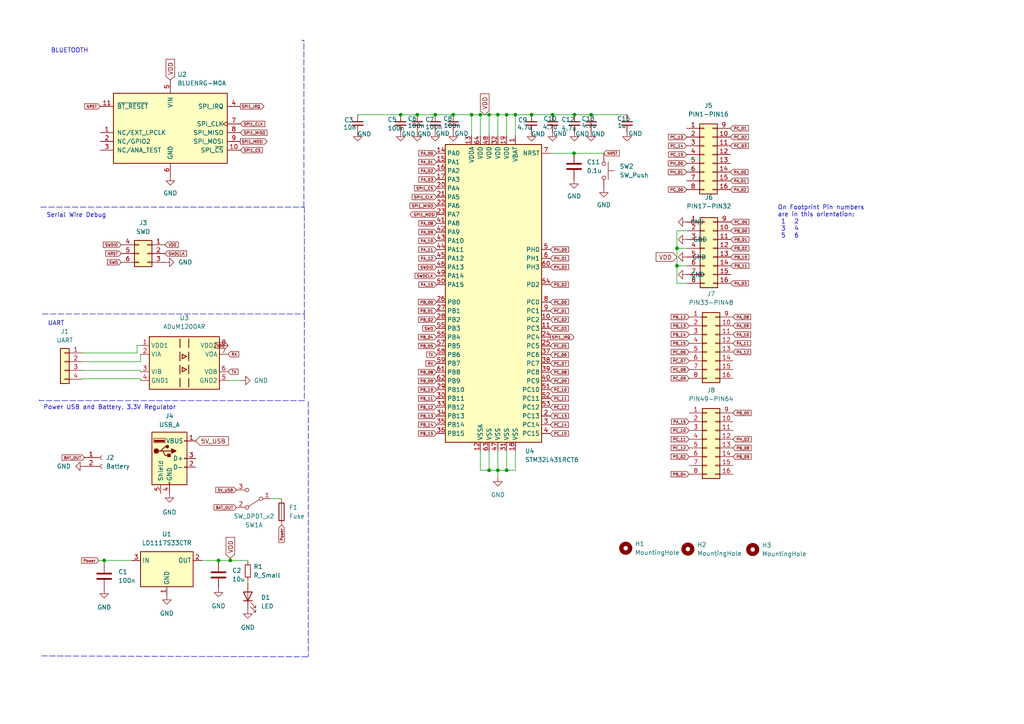
<source format=kicad_sch>
(kicad_sch (version 20211123) (generator eeschema)

  (uuid 572360cf-6275-41bb-b1c1-ad311527007b)

  (paper "A4")

  (lib_symbols
    (symbol "Connector:Conn_01x02_Female" (pin_names (offset 1.016) hide) (in_bom yes) (on_board yes)
      (property "Reference" "J" (id 0) (at 0 2.54 0)
        (effects (font (size 1.27 1.27)))
      )
      (property "Value" "Conn_01x02_Female" (id 1) (at 0 -5.08 0)
        (effects (font (size 1.27 1.27)))
      )
      (property "Footprint" "" (id 2) (at 0 0 0)
        (effects (font (size 1.27 1.27)) hide)
      )
      (property "Datasheet" "~" (id 3) (at 0 0 0)
        (effects (font (size 1.27 1.27)) hide)
      )
      (property "ki_keywords" "connector" (id 4) (at 0 0 0)
        (effects (font (size 1.27 1.27)) hide)
      )
      (property "ki_description" "Generic connector, single row, 01x02, script generated (kicad-library-utils/schlib/autogen/connector/)" (id 5) (at 0 0 0)
        (effects (font (size 1.27 1.27)) hide)
      )
      (property "ki_fp_filters" "Connector*:*_1x??_*" (id 6) (at 0 0 0)
        (effects (font (size 1.27 1.27)) hide)
      )
      (symbol "Conn_01x02_Female_1_1"
        (arc (start 0 -2.032) (mid -0.508 -2.54) (end 0 -3.048)
          (stroke (width 0.1524) (type default) (color 0 0 0 0))
          (fill (type none))
        )
        (polyline
          (pts
            (xy -1.27 -2.54)
            (xy -0.508 -2.54)
          )
          (stroke (width 0.1524) (type default) (color 0 0 0 0))
          (fill (type none))
        )
        (polyline
          (pts
            (xy -1.27 0)
            (xy -0.508 0)
          )
          (stroke (width 0.1524) (type default) (color 0 0 0 0))
          (fill (type none))
        )
        (arc (start 0 0.508) (mid -0.508 0) (end 0 -0.508)
          (stroke (width 0.1524) (type default) (color 0 0 0 0))
          (fill (type none))
        )
        (pin passive line (at -5.08 0 0) (length 3.81)
          (name "Pin_1" (effects (font (size 1.27 1.27))))
          (number "1" (effects (font (size 1.27 1.27))))
        )
        (pin passive line (at -5.08 -2.54 0) (length 3.81)
          (name "Pin_2" (effects (font (size 1.27 1.27))))
          (number "2" (effects (font (size 1.27 1.27))))
        )
      )
    )
    (symbol "Connector:USB_A" (pin_names (offset 1.016)) (in_bom yes) (on_board yes)
      (property "Reference" "J" (id 0) (at -5.08 11.43 0)
        (effects (font (size 1.27 1.27)) (justify left))
      )
      (property "Value" "USB_A" (id 1) (at -5.08 8.89 0)
        (effects (font (size 1.27 1.27)) (justify left))
      )
      (property "Footprint" "" (id 2) (at 3.81 -1.27 0)
        (effects (font (size 1.27 1.27)) hide)
      )
      (property "Datasheet" " ~" (id 3) (at 3.81 -1.27 0)
        (effects (font (size 1.27 1.27)) hide)
      )
      (property "ki_keywords" "connector USB" (id 4) (at 0 0 0)
        (effects (font (size 1.27 1.27)) hide)
      )
      (property "ki_description" "USB Type A connector" (id 5) (at 0 0 0)
        (effects (font (size 1.27 1.27)) hide)
      )
      (property "ki_fp_filters" "USB*" (id 6) (at 0 0 0)
        (effects (font (size 1.27 1.27)) hide)
      )
      (symbol "USB_A_0_1"
        (rectangle (start -5.08 -7.62) (end 5.08 7.62)
          (stroke (width 0.254) (type default) (color 0 0 0 0))
          (fill (type background))
        )
        (circle (center -3.81 2.159) (radius 0.635)
          (stroke (width 0.254) (type default) (color 0 0 0 0))
          (fill (type outline))
        )
        (rectangle (start -1.524 4.826) (end -4.318 5.334)
          (stroke (width 0) (type default) (color 0 0 0 0))
          (fill (type outline))
        )
        (rectangle (start -1.27 4.572) (end -4.572 5.842)
          (stroke (width 0) (type default) (color 0 0 0 0))
          (fill (type none))
        )
        (circle (center -0.635 3.429) (radius 0.381)
          (stroke (width 0.254) (type default) (color 0 0 0 0))
          (fill (type outline))
        )
        (rectangle (start -0.127 -7.62) (end 0.127 -6.858)
          (stroke (width 0) (type default) (color 0 0 0 0))
          (fill (type none))
        )
        (polyline
          (pts
            (xy -3.175 2.159)
            (xy -2.54 2.159)
            (xy -1.27 3.429)
            (xy -0.635 3.429)
          )
          (stroke (width 0.254) (type default) (color 0 0 0 0))
          (fill (type none))
        )
        (polyline
          (pts
            (xy -2.54 2.159)
            (xy -1.905 2.159)
            (xy -1.27 0.889)
            (xy 0 0.889)
          )
          (stroke (width 0.254) (type default) (color 0 0 0 0))
          (fill (type none))
        )
        (polyline
          (pts
            (xy 0.635 2.794)
            (xy 0.635 1.524)
            (xy 1.905 2.159)
            (xy 0.635 2.794)
          )
          (stroke (width 0.254) (type default) (color 0 0 0 0))
          (fill (type outline))
        )
        (rectangle (start 0.254 1.27) (end -0.508 0.508)
          (stroke (width 0.254) (type default) (color 0 0 0 0))
          (fill (type outline))
        )
        (rectangle (start 5.08 -2.667) (end 4.318 -2.413)
          (stroke (width 0) (type default) (color 0 0 0 0))
          (fill (type none))
        )
        (rectangle (start 5.08 -0.127) (end 4.318 0.127)
          (stroke (width 0) (type default) (color 0 0 0 0))
          (fill (type none))
        )
        (rectangle (start 5.08 4.953) (end 4.318 5.207)
          (stroke (width 0) (type default) (color 0 0 0 0))
          (fill (type none))
        )
      )
      (symbol "USB_A_1_1"
        (polyline
          (pts
            (xy -1.905 2.159)
            (xy 0.635 2.159)
          )
          (stroke (width 0.254) (type default) (color 0 0 0 0))
          (fill (type none))
        )
        (pin power_in line (at 7.62 5.08 180) (length 2.54)
          (name "VBUS" (effects (font (size 1.27 1.27))))
          (number "1" (effects (font (size 1.27 1.27))))
        )
        (pin bidirectional line (at 7.62 -2.54 180) (length 2.54)
          (name "D-" (effects (font (size 1.27 1.27))))
          (number "2" (effects (font (size 1.27 1.27))))
        )
        (pin bidirectional line (at 7.62 0 180) (length 2.54)
          (name "D+" (effects (font (size 1.27 1.27))))
          (number "3" (effects (font (size 1.27 1.27))))
        )
        (pin power_in line (at 0 -10.16 90) (length 2.54)
          (name "GND" (effects (font (size 1.27 1.27))))
          (number "4" (effects (font (size 1.27 1.27))))
        )
        (pin passive line (at -2.54 -10.16 90) (length 2.54)
          (name "Shield" (effects (font (size 1.27 1.27))))
          (number "5" (effects (font (size 1.27 1.27))))
        )
      )
    )
    (symbol "Connector_Generic:Conn_01x04" (pin_names (offset 1.016) hide) (in_bom yes) (on_board yes)
      (property "Reference" "J" (id 0) (at 0 5.08 0)
        (effects (font (size 1.27 1.27)))
      )
      (property "Value" "Conn_01x04" (id 1) (at 0 -7.62 0)
        (effects (font (size 1.27 1.27)))
      )
      (property "Footprint" "" (id 2) (at 0 0 0)
        (effects (font (size 1.27 1.27)) hide)
      )
      (property "Datasheet" "~" (id 3) (at 0 0 0)
        (effects (font (size 1.27 1.27)) hide)
      )
      (property "ki_keywords" "connector" (id 4) (at 0 0 0)
        (effects (font (size 1.27 1.27)) hide)
      )
      (property "ki_description" "Generic connector, single row, 01x04, script generated (kicad-library-utils/schlib/autogen/connector/)" (id 5) (at 0 0 0)
        (effects (font (size 1.27 1.27)) hide)
      )
      (property "ki_fp_filters" "Connector*:*_1x??_*" (id 6) (at 0 0 0)
        (effects (font (size 1.27 1.27)) hide)
      )
      (symbol "Conn_01x04_1_1"
        (rectangle (start -1.27 -4.953) (end 0 -5.207)
          (stroke (width 0.1524) (type default) (color 0 0 0 0))
          (fill (type none))
        )
        (rectangle (start -1.27 -2.413) (end 0 -2.667)
          (stroke (width 0.1524) (type default) (color 0 0 0 0))
          (fill (type none))
        )
        (rectangle (start -1.27 0.127) (end 0 -0.127)
          (stroke (width 0.1524) (type default) (color 0 0 0 0))
          (fill (type none))
        )
        (rectangle (start -1.27 2.667) (end 0 2.413)
          (stroke (width 0.1524) (type default) (color 0 0 0 0))
          (fill (type none))
        )
        (rectangle (start -1.27 3.81) (end 1.27 -6.35)
          (stroke (width 0.254) (type default) (color 0 0 0 0))
          (fill (type background))
        )
        (pin passive line (at -5.08 2.54 0) (length 3.81)
          (name "Pin_1" (effects (font (size 1.27 1.27))))
          (number "1" (effects (font (size 1.27 1.27))))
        )
        (pin passive line (at -5.08 0 0) (length 3.81)
          (name "Pin_2" (effects (font (size 1.27 1.27))))
          (number "2" (effects (font (size 1.27 1.27))))
        )
        (pin passive line (at -5.08 -2.54 0) (length 3.81)
          (name "Pin_3" (effects (font (size 1.27 1.27))))
          (number "3" (effects (font (size 1.27 1.27))))
        )
        (pin passive line (at -5.08 -5.08 0) (length 3.81)
          (name "Pin_4" (effects (font (size 1.27 1.27))))
          (number "4" (effects (font (size 1.27 1.27))))
        )
      )
    )
    (symbol "Connector_Generic:Conn_02x03_Top_Bottom" (pin_names (offset 1.016) hide) (in_bom yes) (on_board yes)
      (property "Reference" "J" (id 0) (at 1.27 5.08 0)
        (effects (font (size 1.27 1.27)))
      )
      (property "Value" "Conn_02x03_Top_Bottom" (id 1) (at 1.27 -5.08 0)
        (effects (font (size 1.27 1.27)))
      )
      (property "Footprint" "" (id 2) (at 0 0 0)
        (effects (font (size 1.27 1.27)) hide)
      )
      (property "Datasheet" "~" (id 3) (at 0 0 0)
        (effects (font (size 1.27 1.27)) hide)
      )
      (property "ki_keywords" "connector" (id 4) (at 0 0 0)
        (effects (font (size 1.27 1.27)) hide)
      )
      (property "ki_description" "Generic connector, double row, 02x03, top/bottom pin numbering scheme (row 1: 1...pins_per_row, row2: pins_per_row+1 ... num_pins), script generated (kicad-library-utils/schlib/autogen/connector/)" (id 5) (at 0 0 0)
        (effects (font (size 1.27 1.27)) hide)
      )
      (property "ki_fp_filters" "Connector*:*_2x??_*" (id 6) (at 0 0 0)
        (effects (font (size 1.27 1.27)) hide)
      )
      (symbol "Conn_02x03_Top_Bottom_1_1"
        (rectangle (start -1.27 -2.413) (end 0 -2.667)
          (stroke (width 0.1524) (type default) (color 0 0 0 0))
          (fill (type none))
        )
        (rectangle (start -1.27 0.127) (end 0 -0.127)
          (stroke (width 0.1524) (type default) (color 0 0 0 0))
          (fill (type none))
        )
        (rectangle (start -1.27 2.667) (end 0 2.413)
          (stroke (width 0.1524) (type default) (color 0 0 0 0))
          (fill (type none))
        )
        (rectangle (start -1.27 3.81) (end 3.81 -3.81)
          (stroke (width 0.254) (type default) (color 0 0 0 0))
          (fill (type background))
        )
        (rectangle (start 3.81 -2.413) (end 2.54 -2.667)
          (stroke (width 0.1524) (type default) (color 0 0 0 0))
          (fill (type none))
        )
        (rectangle (start 3.81 0.127) (end 2.54 -0.127)
          (stroke (width 0.1524) (type default) (color 0 0 0 0))
          (fill (type none))
        )
        (rectangle (start 3.81 2.667) (end 2.54 2.413)
          (stroke (width 0.1524) (type default) (color 0 0 0 0))
          (fill (type none))
        )
        (pin passive line (at -5.08 2.54 0) (length 3.81)
          (name "Pin_1" (effects (font (size 1.27 1.27))))
          (number "1" (effects (font (size 1.27 1.27))))
        )
        (pin passive line (at -5.08 0 0) (length 3.81)
          (name "Pin_2" (effects (font (size 1.27 1.27))))
          (number "2" (effects (font (size 1.27 1.27))))
        )
        (pin passive line (at -5.08 -2.54 0) (length 3.81)
          (name "Pin_3" (effects (font (size 1.27 1.27))))
          (number "3" (effects (font (size 1.27 1.27))))
        )
        (pin passive line (at 7.62 2.54 180) (length 3.81)
          (name "Pin_4" (effects (font (size 1.27 1.27))))
          (number "4" (effects (font (size 1.27 1.27))))
        )
        (pin passive line (at 7.62 0 180) (length 3.81)
          (name "Pin_5" (effects (font (size 1.27 1.27))))
          (number "5" (effects (font (size 1.27 1.27))))
        )
        (pin passive line (at 7.62 -2.54 180) (length 3.81)
          (name "Pin_6" (effects (font (size 1.27 1.27))))
          (number "6" (effects (font (size 1.27 1.27))))
        )
      )
    )
    (symbol "Connector_Generic:Conn_02x08_Top_Bottom" (pin_names (offset 1.016) hide) (in_bom yes) (on_board yes)
      (property "Reference" "J" (id 0) (at 1.27 10.16 0)
        (effects (font (size 1.27 1.27)))
      )
      (property "Value" "Conn_02x08_Top_Bottom" (id 1) (at 1.27 -12.7 0)
        (effects (font (size 1.27 1.27)))
      )
      (property "Footprint" "" (id 2) (at 0 0 0)
        (effects (font (size 1.27 1.27)) hide)
      )
      (property "Datasheet" "~" (id 3) (at 0 0 0)
        (effects (font (size 1.27 1.27)) hide)
      )
      (property "ki_keywords" "connector" (id 4) (at 0 0 0)
        (effects (font (size 1.27 1.27)) hide)
      )
      (property "ki_description" "Generic connector, double row, 02x08, top/bottom pin numbering scheme (row 1: 1...pins_per_row, row2: pins_per_row+1 ... num_pins), script generated (kicad-library-utils/schlib/autogen/connector/)" (id 5) (at 0 0 0)
        (effects (font (size 1.27 1.27)) hide)
      )
      (property "ki_fp_filters" "Connector*:*_2x??_*" (id 6) (at 0 0 0)
        (effects (font (size 1.27 1.27)) hide)
      )
      (symbol "Conn_02x08_Top_Bottom_1_1"
        (rectangle (start -1.27 -10.033) (end 0 -10.287)
          (stroke (width 0.1524) (type default) (color 0 0 0 0))
          (fill (type none))
        )
        (rectangle (start -1.27 -7.493) (end 0 -7.747)
          (stroke (width 0.1524) (type default) (color 0 0 0 0))
          (fill (type none))
        )
        (rectangle (start -1.27 -4.953) (end 0 -5.207)
          (stroke (width 0.1524) (type default) (color 0 0 0 0))
          (fill (type none))
        )
        (rectangle (start -1.27 -2.413) (end 0 -2.667)
          (stroke (width 0.1524) (type default) (color 0 0 0 0))
          (fill (type none))
        )
        (rectangle (start -1.27 0.127) (end 0 -0.127)
          (stroke (width 0.1524) (type default) (color 0 0 0 0))
          (fill (type none))
        )
        (rectangle (start -1.27 2.667) (end 0 2.413)
          (stroke (width 0.1524) (type default) (color 0 0 0 0))
          (fill (type none))
        )
        (rectangle (start -1.27 5.207) (end 0 4.953)
          (stroke (width 0.1524) (type default) (color 0 0 0 0))
          (fill (type none))
        )
        (rectangle (start -1.27 7.747) (end 0 7.493)
          (stroke (width 0.1524) (type default) (color 0 0 0 0))
          (fill (type none))
        )
        (rectangle (start -1.27 8.89) (end 3.81 -11.43)
          (stroke (width 0.254) (type default) (color 0 0 0 0))
          (fill (type background))
        )
        (rectangle (start 3.81 -10.033) (end 2.54 -10.287)
          (stroke (width 0.1524) (type default) (color 0 0 0 0))
          (fill (type none))
        )
        (rectangle (start 3.81 -7.493) (end 2.54 -7.747)
          (stroke (width 0.1524) (type default) (color 0 0 0 0))
          (fill (type none))
        )
        (rectangle (start 3.81 -4.953) (end 2.54 -5.207)
          (stroke (width 0.1524) (type default) (color 0 0 0 0))
          (fill (type none))
        )
        (rectangle (start 3.81 -2.413) (end 2.54 -2.667)
          (stroke (width 0.1524) (type default) (color 0 0 0 0))
          (fill (type none))
        )
        (rectangle (start 3.81 0.127) (end 2.54 -0.127)
          (stroke (width 0.1524) (type default) (color 0 0 0 0))
          (fill (type none))
        )
        (rectangle (start 3.81 2.667) (end 2.54 2.413)
          (stroke (width 0.1524) (type default) (color 0 0 0 0))
          (fill (type none))
        )
        (rectangle (start 3.81 5.207) (end 2.54 4.953)
          (stroke (width 0.1524) (type default) (color 0 0 0 0))
          (fill (type none))
        )
        (rectangle (start 3.81 7.747) (end 2.54 7.493)
          (stroke (width 0.1524) (type default) (color 0 0 0 0))
          (fill (type none))
        )
        (pin passive line (at -5.08 7.62 0) (length 3.81)
          (name "Pin_1" (effects (font (size 1.27 1.27))))
          (number "1" (effects (font (size 1.27 1.27))))
        )
        (pin passive line (at 7.62 5.08 180) (length 3.81)
          (name "Pin_10" (effects (font (size 1.27 1.27))))
          (number "10" (effects (font (size 1.27 1.27))))
        )
        (pin passive line (at 7.62 2.54 180) (length 3.81)
          (name "Pin_11" (effects (font (size 1.27 1.27))))
          (number "11" (effects (font (size 1.27 1.27))))
        )
        (pin passive line (at 7.62 0 180) (length 3.81)
          (name "Pin_12" (effects (font (size 1.27 1.27))))
          (number "12" (effects (font (size 1.27 1.27))))
        )
        (pin passive line (at 7.62 -2.54 180) (length 3.81)
          (name "Pin_13" (effects (font (size 1.27 1.27))))
          (number "13" (effects (font (size 1.27 1.27))))
        )
        (pin passive line (at 7.62 -5.08 180) (length 3.81)
          (name "Pin_14" (effects (font (size 1.27 1.27))))
          (number "14" (effects (font (size 1.27 1.27))))
        )
        (pin passive line (at 7.62 -7.62 180) (length 3.81)
          (name "Pin_15" (effects (font (size 1.27 1.27))))
          (number "15" (effects (font (size 1.27 1.27))))
        )
        (pin passive line (at 7.62 -10.16 180) (length 3.81)
          (name "Pin_16" (effects (font (size 1.27 1.27))))
          (number "16" (effects (font (size 1.27 1.27))))
        )
        (pin passive line (at -5.08 5.08 0) (length 3.81)
          (name "Pin_2" (effects (font (size 1.27 1.27))))
          (number "2" (effects (font (size 1.27 1.27))))
        )
        (pin passive line (at -5.08 2.54 0) (length 3.81)
          (name "Pin_3" (effects (font (size 1.27 1.27))))
          (number "3" (effects (font (size 1.27 1.27))))
        )
        (pin passive line (at -5.08 0 0) (length 3.81)
          (name "Pin_4" (effects (font (size 1.27 1.27))))
          (number "4" (effects (font (size 1.27 1.27))))
        )
        (pin passive line (at -5.08 -2.54 0) (length 3.81)
          (name "Pin_5" (effects (font (size 1.27 1.27))))
          (number "5" (effects (font (size 1.27 1.27))))
        )
        (pin passive line (at -5.08 -5.08 0) (length 3.81)
          (name "Pin_6" (effects (font (size 1.27 1.27))))
          (number "6" (effects (font (size 1.27 1.27))))
        )
        (pin passive line (at -5.08 -7.62 0) (length 3.81)
          (name "Pin_7" (effects (font (size 1.27 1.27))))
          (number "7" (effects (font (size 1.27 1.27))))
        )
        (pin passive line (at -5.08 -10.16 0) (length 3.81)
          (name "Pin_8" (effects (font (size 1.27 1.27))))
          (number "8" (effects (font (size 1.27 1.27))))
        )
        (pin passive line (at 7.62 7.62 180) (length 3.81)
          (name "Pin_9" (effects (font (size 1.27 1.27))))
          (number "9" (effects (font (size 1.27 1.27))))
        )
      )
    )
    (symbol "Device:C" (pin_numbers hide) (pin_names (offset 0.254)) (in_bom yes) (on_board yes)
      (property "Reference" "C" (id 0) (at 0.635 2.54 0)
        (effects (font (size 1.27 1.27)) (justify left))
      )
      (property "Value" "C" (id 1) (at 0.635 -2.54 0)
        (effects (font (size 1.27 1.27)) (justify left))
      )
      (property "Footprint" "" (id 2) (at 0.9652 -3.81 0)
        (effects (font (size 1.27 1.27)) hide)
      )
      (property "Datasheet" "~" (id 3) (at 0 0 0)
        (effects (font (size 1.27 1.27)) hide)
      )
      (property "ki_keywords" "cap capacitor" (id 4) (at 0 0 0)
        (effects (font (size 1.27 1.27)) hide)
      )
      (property "ki_description" "Unpolarized capacitor" (id 5) (at 0 0 0)
        (effects (font (size 1.27 1.27)) hide)
      )
      (property "ki_fp_filters" "C_*" (id 6) (at 0 0 0)
        (effects (font (size 1.27 1.27)) hide)
      )
      (symbol "C_0_1"
        (polyline
          (pts
            (xy -2.032 -0.762)
            (xy 2.032 -0.762)
          )
          (stroke (width 0.508) (type default) (color 0 0 0 0))
          (fill (type none))
        )
        (polyline
          (pts
            (xy -2.032 0.762)
            (xy 2.032 0.762)
          )
          (stroke (width 0.508) (type default) (color 0 0 0 0))
          (fill (type none))
        )
      )
      (symbol "C_1_1"
        (pin passive line (at 0 3.81 270) (length 2.794)
          (name "~" (effects (font (size 1.27 1.27))))
          (number "1" (effects (font (size 1.27 1.27))))
        )
        (pin passive line (at 0 -3.81 90) (length 2.794)
          (name "~" (effects (font (size 1.27 1.27))))
          (number "2" (effects (font (size 1.27 1.27))))
        )
      )
    )
    (symbol "Device:C_Small" (pin_numbers hide) (pin_names (offset 0.254) hide) (in_bom yes) (on_board yes)
      (property "Reference" "C" (id 0) (at 0.254 1.778 0)
        (effects (font (size 1.27 1.27)) (justify left))
      )
      (property "Value" "C_Small" (id 1) (at 0.254 -2.032 0)
        (effects (font (size 1.27 1.27)) (justify left))
      )
      (property "Footprint" "" (id 2) (at 0 0 0)
        (effects (font (size 1.27 1.27)) hide)
      )
      (property "Datasheet" "~" (id 3) (at 0 0 0)
        (effects (font (size 1.27 1.27)) hide)
      )
      (property "ki_keywords" "capacitor cap" (id 4) (at 0 0 0)
        (effects (font (size 1.27 1.27)) hide)
      )
      (property "ki_description" "Unpolarized capacitor, small symbol" (id 5) (at 0 0 0)
        (effects (font (size 1.27 1.27)) hide)
      )
      (property "ki_fp_filters" "C_*" (id 6) (at 0 0 0)
        (effects (font (size 1.27 1.27)) hide)
      )
      (symbol "C_Small_0_1"
        (polyline
          (pts
            (xy -1.524 -0.508)
            (xy 1.524 -0.508)
          )
          (stroke (width 0.3302) (type default) (color 0 0 0 0))
          (fill (type none))
        )
        (polyline
          (pts
            (xy -1.524 0.508)
            (xy 1.524 0.508)
          )
          (stroke (width 0.3048) (type default) (color 0 0 0 0))
          (fill (type none))
        )
      )
      (symbol "C_Small_1_1"
        (pin passive line (at 0 2.54 270) (length 2.032)
          (name "~" (effects (font (size 1.27 1.27))))
          (number "1" (effects (font (size 1.27 1.27))))
        )
        (pin passive line (at 0 -2.54 90) (length 2.032)
          (name "~" (effects (font (size 1.27 1.27))))
          (number "2" (effects (font (size 1.27 1.27))))
        )
      )
    )
    (symbol "Device:Fuse" (pin_numbers hide) (pin_names (offset 0)) (in_bom yes) (on_board yes)
      (property "Reference" "F" (id 0) (at 2.032 0 90)
        (effects (font (size 1.27 1.27)))
      )
      (property "Value" "Fuse" (id 1) (at -1.905 0 90)
        (effects (font (size 1.27 1.27)))
      )
      (property "Footprint" "" (id 2) (at -1.778 0 90)
        (effects (font (size 1.27 1.27)) hide)
      )
      (property "Datasheet" "~" (id 3) (at 0 0 0)
        (effects (font (size 1.27 1.27)) hide)
      )
      (property "ki_keywords" "fuse" (id 4) (at 0 0 0)
        (effects (font (size 1.27 1.27)) hide)
      )
      (property "ki_description" "Fuse" (id 5) (at 0 0 0)
        (effects (font (size 1.27 1.27)) hide)
      )
      (property "ki_fp_filters" "*Fuse*" (id 6) (at 0 0 0)
        (effects (font (size 1.27 1.27)) hide)
      )
      (symbol "Fuse_0_1"
        (rectangle (start -0.762 -2.54) (end 0.762 2.54)
          (stroke (width 0.254) (type default) (color 0 0 0 0))
          (fill (type none))
        )
        (polyline
          (pts
            (xy 0 2.54)
            (xy 0 -2.54)
          )
          (stroke (width 0) (type default) (color 0 0 0 0))
          (fill (type none))
        )
      )
      (symbol "Fuse_1_1"
        (pin passive line (at 0 3.81 270) (length 1.27)
          (name "~" (effects (font (size 1.27 1.27))))
          (number "1" (effects (font (size 1.27 1.27))))
        )
        (pin passive line (at 0 -3.81 90) (length 1.27)
          (name "~" (effects (font (size 1.27 1.27))))
          (number "2" (effects (font (size 1.27 1.27))))
        )
      )
    )
    (symbol "Device:LED" (pin_numbers hide) (pin_names (offset 1.016) hide) (in_bom yes) (on_board yes)
      (property "Reference" "D" (id 0) (at 0 2.54 0)
        (effects (font (size 1.27 1.27)))
      )
      (property "Value" "LED" (id 1) (at 0 -2.54 0)
        (effects (font (size 1.27 1.27)))
      )
      (property "Footprint" "" (id 2) (at 0 0 0)
        (effects (font (size 1.27 1.27)) hide)
      )
      (property "Datasheet" "~" (id 3) (at 0 0 0)
        (effects (font (size 1.27 1.27)) hide)
      )
      (property "ki_keywords" "LED diode" (id 4) (at 0 0 0)
        (effects (font (size 1.27 1.27)) hide)
      )
      (property "ki_description" "Light emitting diode" (id 5) (at 0 0 0)
        (effects (font (size 1.27 1.27)) hide)
      )
      (property "ki_fp_filters" "LED* LED_SMD:* LED_THT:*" (id 6) (at 0 0 0)
        (effects (font (size 1.27 1.27)) hide)
      )
      (symbol "LED_0_1"
        (polyline
          (pts
            (xy -1.27 -1.27)
            (xy -1.27 1.27)
          )
          (stroke (width 0.254) (type default) (color 0 0 0 0))
          (fill (type none))
        )
        (polyline
          (pts
            (xy -1.27 0)
            (xy 1.27 0)
          )
          (stroke (width 0) (type default) (color 0 0 0 0))
          (fill (type none))
        )
        (polyline
          (pts
            (xy 1.27 -1.27)
            (xy 1.27 1.27)
            (xy -1.27 0)
            (xy 1.27 -1.27)
          )
          (stroke (width 0.254) (type default) (color 0 0 0 0))
          (fill (type none))
        )
        (polyline
          (pts
            (xy -3.048 -0.762)
            (xy -4.572 -2.286)
            (xy -3.81 -2.286)
            (xy -4.572 -2.286)
            (xy -4.572 -1.524)
          )
          (stroke (width 0) (type default) (color 0 0 0 0))
          (fill (type none))
        )
        (polyline
          (pts
            (xy -1.778 -0.762)
            (xy -3.302 -2.286)
            (xy -2.54 -2.286)
            (xy -3.302 -2.286)
            (xy -3.302 -1.524)
          )
          (stroke (width 0) (type default) (color 0 0 0 0))
          (fill (type none))
        )
      )
      (symbol "LED_1_1"
        (pin passive line (at -3.81 0 0) (length 2.54)
          (name "K" (effects (font (size 1.27 1.27))))
          (number "1" (effects (font (size 1.27 1.27))))
        )
        (pin passive line (at 3.81 0 180) (length 2.54)
          (name "A" (effects (font (size 1.27 1.27))))
          (number "2" (effects (font (size 1.27 1.27))))
        )
      )
    )
    (symbol "Device:R_Small" (pin_numbers hide) (pin_names (offset 0.254) hide) (in_bom yes) (on_board yes)
      (property "Reference" "R" (id 0) (at 0.762 0.508 0)
        (effects (font (size 1.27 1.27)) (justify left))
      )
      (property "Value" "R_Small" (id 1) (at 0.762 -1.016 0)
        (effects (font (size 1.27 1.27)) (justify left))
      )
      (property "Footprint" "" (id 2) (at 0 0 0)
        (effects (font (size 1.27 1.27)) hide)
      )
      (property "Datasheet" "~" (id 3) (at 0 0 0)
        (effects (font (size 1.27 1.27)) hide)
      )
      (property "ki_keywords" "R resistor" (id 4) (at 0 0 0)
        (effects (font (size 1.27 1.27)) hide)
      )
      (property "ki_description" "Resistor, small symbol" (id 5) (at 0 0 0)
        (effects (font (size 1.27 1.27)) hide)
      )
      (property "ki_fp_filters" "R_*" (id 6) (at 0 0 0)
        (effects (font (size 1.27 1.27)) hide)
      )
      (symbol "R_Small_0_1"
        (rectangle (start -0.762 1.778) (end 0.762 -1.778)
          (stroke (width 0.2032) (type default) (color 0 0 0 0))
          (fill (type none))
        )
      )
      (symbol "R_Small_1_1"
        (pin passive line (at 0 2.54 270) (length 0.762)
          (name "~" (effects (font (size 1.27 1.27))))
          (number "1" (effects (font (size 1.27 1.27))))
        )
        (pin passive line (at 0 -2.54 90) (length 0.762)
          (name "~" (effects (font (size 1.27 1.27))))
          (number "2" (effects (font (size 1.27 1.27))))
        )
      )
    )
    (symbol "Isolator:ADuM1200AR" (in_bom yes) (on_board yes)
      (property "Reference" "U" (id 0) (at -10.16 8.89 0)
        (effects (font (size 1.27 1.27)) (justify left))
      )
      (property "Value" "ADuM1200AR" (id 1) (at -2.032 8.89 0)
        (effects (font (size 1.27 1.27)) (justify left))
      )
      (property "Footprint" "Package_SO:SOIC-8_3.9x4.9mm_P1.27mm" (id 2) (at 0 -10.16 0)
        (effects (font (size 1.27 1.27) italic) hide)
      )
      (property "Datasheet" "https://www.analog.com/media/en/technical-documentation/data-sheets/ADuM1200_1201.pdf" (id 3) (at -11.43 10.16 0)
        (effects (font (size 1.27 1.27)) hide)
      )
      (property "ki_keywords" "Dual-channel digital isolator" (id 4) (at 0 0 0)
        (effects (font (size 1.27 1.27)) hide)
      )
      (property "ki_description" "Dual-channel digital isolator, Bidirectional communication, 3V/5V level translation, SOIC-8" (id 5) (at 0 0 0)
        (effects (font (size 1.27 1.27)) hide)
      )
      (property "ki_fp_filters" "SOIC*3.9x4.9mm*P1.27mm*" (id 6) (at 0 0 0)
        (effects (font (size 1.27 1.27)) hide)
      )
      (symbol "ADuM1200AR_0_1"
        (rectangle (start -10.16 7.62) (end 10.16 -7.62)
          (stroke (width 0.254) (type default) (color 0 0 0 0))
          (fill (type background))
        )
        (polyline
          (pts
            (xy -1.27 -4.445)
            (xy -1.27 -6.985)
          )
          (stroke (width 0.254) (type default) (color 0 0 0 0))
          (fill (type none))
        )
        (polyline
          (pts
            (xy -1.27 -0.635)
            (xy -1.27 -3.175)
          )
          (stroke (width 0.254) (type default) (color 0 0 0 0))
          (fill (type none))
        )
        (polyline
          (pts
            (xy -1.27 3.175)
            (xy -1.27 0.635)
          )
          (stroke (width 0.254) (type default) (color 0 0 0 0))
          (fill (type none))
        )
        (polyline
          (pts
            (xy -1.27 6.985)
            (xy -1.27 4.445)
          )
          (stroke (width 0.254) (type default) (color 0 0 0 0))
          (fill (type none))
        )
        (polyline
          (pts
            (xy 1.27 -4.445)
            (xy 1.27 -6.985)
          )
          (stroke (width 0.254) (type default) (color 0 0 0 0))
          (fill (type none))
        )
        (polyline
          (pts
            (xy 1.27 -0.635)
            (xy 1.27 -3.175)
          )
          (stroke (width 0.254) (type default) (color 0 0 0 0))
          (fill (type none))
        )
        (polyline
          (pts
            (xy 1.27 3.175)
            (xy 1.27 0.635)
          )
          (stroke (width 0.254) (type default) (color 0 0 0 0))
          (fill (type none))
        )
        (polyline
          (pts
            (xy 1.27 6.985)
            (xy 1.27 4.445)
          )
          (stroke (width 0.254) (type default) (color 0 0 0 0))
          (fill (type none))
        )
        (polyline
          (pts
            (xy -0.635 -1.27)
            (xy -0.635 -2.54)
            (xy 0.635 -1.905)
            (xy -0.635 -1.27)
          )
          (stroke (width 0.254) (type default) (color 0 0 0 0))
          (fill (type none))
        )
        (polyline
          (pts
            (xy -0.635 1.27)
            (xy 0.635 1.905)
            (xy -0.635 2.54)
            (xy -0.635 1.27)
          )
          (stroke (width 0.254) (type default) (color 0 0 0 0))
          (fill (type none))
        )
      )
      (symbol "ADuM1200AR_1_1"
        (pin power_in line (at -12.7 5.08 0) (length 2.54)
          (name "VDD1" (effects (font (size 1.27 1.27))))
          (number "1" (effects (font (size 1.27 1.27))))
        )
        (pin input line (at -12.7 2.54 0) (length 2.54)
          (name "VIA" (effects (font (size 1.27 1.27))))
          (number "2" (effects (font (size 1.27 1.27))))
        )
        (pin input line (at -12.7 -2.54 0) (length 2.54)
          (name "VIB" (effects (font (size 1.27 1.27))))
          (number "3" (effects (font (size 1.27 1.27))))
        )
        (pin power_in line (at -12.7 -5.08 0) (length 2.54)
          (name "GND1" (effects (font (size 1.27 1.27))))
          (number "4" (effects (font (size 1.27 1.27))))
        )
        (pin power_in line (at 12.7 -5.08 180) (length 2.54)
          (name "GND2" (effects (font (size 1.27 1.27))))
          (number "5" (effects (font (size 1.27 1.27))))
        )
        (pin output line (at 12.7 -2.54 180) (length 2.54)
          (name "VOB" (effects (font (size 1.27 1.27))))
          (number "6" (effects (font (size 1.27 1.27))))
        )
        (pin output line (at 12.7 2.54 180) (length 2.54)
          (name "VOA" (effects (font (size 1.27 1.27))))
          (number "7" (effects (font (size 1.27 1.27))))
        )
        (pin power_in line (at 12.7 5.08 180) (length 2.54)
          (name "VDD2" (effects (font (size 1.27 1.27))))
          (number "8" (effects (font (size 1.27 1.27))))
        )
      )
    )
    (symbol "MCU_ST_STM32L4:STM32L431RCTx" (in_bom yes) (on_board yes)
      (property "Reference" "U" (id 0) (at -15.24 44.45 0)
        (effects (font (size 1.27 1.27)) (justify left))
      )
      (property "Value" "STM32L431RCTx" (id 1) (at 7.62 44.45 0)
        (effects (font (size 1.27 1.27)) (justify left))
      )
      (property "Footprint" "Package_QFP:LQFP-64_10x10mm_P0.5mm" (id 2) (at -15.24 -43.18 0)
        (effects (font (size 1.27 1.27)) (justify right) hide)
      )
      (property "Datasheet" "http://www.st.com/st-web-ui/static/active/en/resource/technical/document/datasheet/DM00257211.pdf" (id 3) (at 0 0 0)
        (effects (font (size 1.27 1.27)) hide)
      )
      (property "ki_keywords" "ARM Cortex-M4 STM32L4 STM32L4x1" (id 4) (at 0 0 0)
        (effects (font (size 1.27 1.27)) hide)
      )
      (property "ki_description" "ARM Cortex-M4 MCU, 256KB flash, 64KB RAM, 80MHz, 1.71-3.6V, 52 GPIO, LQFP-64" (id 5) (at 0 0 0)
        (effects (font (size 1.27 1.27)) hide)
      )
      (property "ki_fp_filters" "LQFP*10x10mm*P0.5mm*" (id 6) (at 0 0 0)
        (effects (font (size 1.27 1.27)) hide)
      )
      (symbol "STM32L431RCTx_0_1"
        (rectangle (start -15.24 -43.18) (end 12.7 43.18)
          (stroke (width 0.254) (type default) (color 0 0 0 0))
          (fill (type background))
        )
      )
      (symbol "STM32L431RCTx_1_1"
        (pin power_in line (at -7.62 45.72 270) (length 2.54)
          (name "VBAT" (effects (font (size 1.27 1.27))))
          (number "1" (effects (font (size 1.27 1.27))))
        )
        (pin bidirectional line (at -17.78 -7.62 0) (length 2.54)
          (name "PC2" (effects (font (size 1.27 1.27))))
          (number "10" (effects (font (size 1.27 1.27))))
        )
        (pin bidirectional line (at -17.78 -10.16 0) (length 2.54)
          (name "PC3" (effects (font (size 1.27 1.27))))
          (number "11" (effects (font (size 1.27 1.27))))
        )
        (pin power_in line (at 2.54 -45.72 90) (length 2.54)
          (name "VSSA" (effects (font (size 1.27 1.27))))
          (number "12" (effects (font (size 1.27 1.27))))
        )
        (pin power_in line (at 5.08 45.72 270) (length 2.54)
          (name "VDDA" (effects (font (size 1.27 1.27))))
          (number "13" (effects (font (size 1.27 1.27))))
        )
        (pin bidirectional line (at 15.24 40.64 180) (length 2.54)
          (name "PA0" (effects (font (size 1.27 1.27))))
          (number "14" (effects (font (size 1.27 1.27))))
        )
        (pin bidirectional line (at 15.24 38.1 180) (length 2.54)
          (name "PA1" (effects (font (size 1.27 1.27))))
          (number "15" (effects (font (size 1.27 1.27))))
        )
        (pin bidirectional line (at 15.24 35.56 180) (length 2.54)
          (name "PA2" (effects (font (size 1.27 1.27))))
          (number "16" (effects (font (size 1.27 1.27))))
        )
        (pin bidirectional line (at 15.24 33.02 180) (length 2.54)
          (name "PA3" (effects (font (size 1.27 1.27))))
          (number "17" (effects (font (size 1.27 1.27))))
        )
        (pin power_in line (at -7.62 -45.72 90) (length 2.54)
          (name "VSS" (effects (font (size 1.27 1.27))))
          (number "18" (effects (font (size 1.27 1.27))))
        )
        (pin power_in line (at -5.08 45.72 270) (length 2.54)
          (name "VDD" (effects (font (size 1.27 1.27))))
          (number "19" (effects (font (size 1.27 1.27))))
        )
        (pin bidirectional line (at -17.78 -35.56 0) (length 2.54)
          (name "PC13" (effects (font (size 1.27 1.27))))
          (number "2" (effects (font (size 1.27 1.27))))
        )
        (pin bidirectional line (at 15.24 30.48 180) (length 2.54)
          (name "PA4" (effects (font (size 1.27 1.27))))
          (number "20" (effects (font (size 1.27 1.27))))
        )
        (pin bidirectional line (at 15.24 27.94 180) (length 2.54)
          (name "PA5" (effects (font (size 1.27 1.27))))
          (number "21" (effects (font (size 1.27 1.27))))
        )
        (pin bidirectional line (at 15.24 25.4 180) (length 2.54)
          (name "PA6" (effects (font (size 1.27 1.27))))
          (number "22" (effects (font (size 1.27 1.27))))
        )
        (pin bidirectional line (at 15.24 22.86 180) (length 2.54)
          (name "PA7" (effects (font (size 1.27 1.27))))
          (number "23" (effects (font (size 1.27 1.27))))
        )
        (pin bidirectional line (at -17.78 -12.7 0) (length 2.54)
          (name "PC4" (effects (font (size 1.27 1.27))))
          (number "24" (effects (font (size 1.27 1.27))))
        )
        (pin bidirectional line (at -17.78 -15.24 0) (length 2.54)
          (name "PC5" (effects (font (size 1.27 1.27))))
          (number "25" (effects (font (size 1.27 1.27))))
        )
        (pin bidirectional line (at 15.24 -2.54 180) (length 2.54)
          (name "PB0" (effects (font (size 1.27 1.27))))
          (number "26" (effects (font (size 1.27 1.27))))
        )
        (pin bidirectional line (at 15.24 -5.08 180) (length 2.54)
          (name "PB1" (effects (font (size 1.27 1.27))))
          (number "27" (effects (font (size 1.27 1.27))))
        )
        (pin bidirectional line (at 15.24 -7.62 180) (length 2.54)
          (name "PB2" (effects (font (size 1.27 1.27))))
          (number "28" (effects (font (size 1.27 1.27))))
        )
        (pin bidirectional line (at 15.24 -27.94 180) (length 2.54)
          (name "PB10" (effects (font (size 1.27 1.27))))
          (number "29" (effects (font (size 1.27 1.27))))
        )
        (pin bidirectional line (at -17.78 -38.1 0) (length 2.54)
          (name "PC14" (effects (font (size 1.27 1.27))))
          (number "3" (effects (font (size 1.27 1.27))))
        )
        (pin bidirectional line (at 15.24 -30.48 180) (length 2.54)
          (name "PB11" (effects (font (size 1.27 1.27))))
          (number "30" (effects (font (size 1.27 1.27))))
        )
        (pin power_in line (at -5.08 -45.72 90) (length 2.54)
          (name "VSS" (effects (font (size 1.27 1.27))))
          (number "31" (effects (font (size 1.27 1.27))))
        )
        (pin power_in line (at -2.54 45.72 270) (length 2.54)
          (name "VDD" (effects (font (size 1.27 1.27))))
          (number "32" (effects (font (size 1.27 1.27))))
        )
        (pin bidirectional line (at 15.24 -33.02 180) (length 2.54)
          (name "PB12" (effects (font (size 1.27 1.27))))
          (number "33" (effects (font (size 1.27 1.27))))
        )
        (pin bidirectional line (at 15.24 -35.56 180) (length 2.54)
          (name "PB13" (effects (font (size 1.27 1.27))))
          (number "34" (effects (font (size 1.27 1.27))))
        )
        (pin bidirectional line (at 15.24 -38.1 180) (length 2.54)
          (name "PB14" (effects (font (size 1.27 1.27))))
          (number "35" (effects (font (size 1.27 1.27))))
        )
        (pin bidirectional line (at 15.24 -40.64 180) (length 2.54)
          (name "PB15" (effects (font (size 1.27 1.27))))
          (number "36" (effects (font (size 1.27 1.27))))
        )
        (pin bidirectional line (at -17.78 -17.78 0) (length 2.54)
          (name "PC6" (effects (font (size 1.27 1.27))))
          (number "37" (effects (font (size 1.27 1.27))))
        )
        (pin bidirectional line (at -17.78 -20.32 0) (length 2.54)
          (name "PC7" (effects (font (size 1.27 1.27))))
          (number "38" (effects (font (size 1.27 1.27))))
        )
        (pin bidirectional line (at -17.78 -22.86 0) (length 2.54)
          (name "PC8" (effects (font (size 1.27 1.27))))
          (number "39" (effects (font (size 1.27 1.27))))
        )
        (pin bidirectional line (at -17.78 -40.64 0) (length 2.54)
          (name "PC15" (effects (font (size 1.27 1.27))))
          (number "4" (effects (font (size 1.27 1.27))))
        )
        (pin bidirectional line (at -17.78 -25.4 0) (length 2.54)
          (name "PC9" (effects (font (size 1.27 1.27))))
          (number "40" (effects (font (size 1.27 1.27))))
        )
        (pin bidirectional line (at 15.24 20.32 180) (length 2.54)
          (name "PA8" (effects (font (size 1.27 1.27))))
          (number "41" (effects (font (size 1.27 1.27))))
        )
        (pin bidirectional line (at 15.24 17.78 180) (length 2.54)
          (name "PA9" (effects (font (size 1.27 1.27))))
          (number "42" (effects (font (size 1.27 1.27))))
        )
        (pin bidirectional line (at 15.24 15.24 180) (length 2.54)
          (name "PA10" (effects (font (size 1.27 1.27))))
          (number "43" (effects (font (size 1.27 1.27))))
        )
        (pin bidirectional line (at 15.24 12.7 180) (length 2.54)
          (name "PA11" (effects (font (size 1.27 1.27))))
          (number "44" (effects (font (size 1.27 1.27))))
        )
        (pin bidirectional line (at 15.24 10.16 180) (length 2.54)
          (name "PA12" (effects (font (size 1.27 1.27))))
          (number "45" (effects (font (size 1.27 1.27))))
        )
        (pin bidirectional line (at 15.24 7.62 180) (length 2.54)
          (name "PA13" (effects (font (size 1.27 1.27))))
          (number "46" (effects (font (size 1.27 1.27))))
        )
        (pin power_in line (at -2.54 -45.72 90) (length 2.54)
          (name "VSS" (effects (font (size 1.27 1.27))))
          (number "47" (effects (font (size 1.27 1.27))))
        )
        (pin power_in line (at 0 45.72 270) (length 2.54)
          (name "VDD" (effects (font (size 1.27 1.27))))
          (number "48" (effects (font (size 1.27 1.27))))
        )
        (pin bidirectional line (at 15.24 5.08 180) (length 2.54)
          (name "PA14" (effects (font (size 1.27 1.27))))
          (number "49" (effects (font (size 1.27 1.27))))
        )
        (pin input line (at -17.78 12.7 0) (length 2.54)
          (name "PH0" (effects (font (size 1.27 1.27))))
          (number "5" (effects (font (size 1.27 1.27))))
        )
        (pin bidirectional line (at 15.24 2.54 180) (length 2.54)
          (name "PA15" (effects (font (size 1.27 1.27))))
          (number "50" (effects (font (size 1.27 1.27))))
        )
        (pin bidirectional line (at -17.78 -27.94 0) (length 2.54)
          (name "PC10" (effects (font (size 1.27 1.27))))
          (number "51" (effects (font (size 1.27 1.27))))
        )
        (pin bidirectional line (at -17.78 -30.48 0) (length 2.54)
          (name "PC11" (effects (font (size 1.27 1.27))))
          (number "52" (effects (font (size 1.27 1.27))))
        )
        (pin bidirectional line (at -17.78 -33.02 0) (length 2.54)
          (name "PC12" (effects (font (size 1.27 1.27))))
          (number "53" (effects (font (size 1.27 1.27))))
        )
        (pin bidirectional line (at -17.78 2.54 0) (length 2.54)
          (name "PD2" (effects (font (size 1.27 1.27))))
          (number "54" (effects (font (size 1.27 1.27))))
        )
        (pin bidirectional line (at 15.24 -10.16 180) (length 2.54)
          (name "PB3" (effects (font (size 1.27 1.27))))
          (number "55" (effects (font (size 1.27 1.27))))
        )
        (pin bidirectional line (at 15.24 -12.7 180) (length 2.54)
          (name "PB4" (effects (font (size 1.27 1.27))))
          (number "56" (effects (font (size 1.27 1.27))))
        )
        (pin bidirectional line (at 15.24 -15.24 180) (length 2.54)
          (name "PB5" (effects (font (size 1.27 1.27))))
          (number "57" (effects (font (size 1.27 1.27))))
        )
        (pin bidirectional line (at 15.24 -17.78 180) (length 2.54)
          (name "PB6" (effects (font (size 1.27 1.27))))
          (number "58" (effects (font (size 1.27 1.27))))
        )
        (pin bidirectional line (at 15.24 -20.32 180) (length 2.54)
          (name "PB7" (effects (font (size 1.27 1.27))))
          (number "59" (effects (font (size 1.27 1.27))))
        )
        (pin input line (at -17.78 10.16 0) (length 2.54)
          (name "PH1" (effects (font (size 1.27 1.27))))
          (number "6" (effects (font (size 1.27 1.27))))
        )
        (pin bidirectional line (at -17.78 7.62 0) (length 2.54)
          (name "PH3" (effects (font (size 1.27 1.27))))
          (number "60" (effects (font (size 1.27 1.27))))
        )
        (pin bidirectional line (at 15.24 -22.86 180) (length 2.54)
          (name "PB8" (effects (font (size 1.27 1.27))))
          (number "61" (effects (font (size 1.27 1.27))))
        )
        (pin bidirectional line (at 15.24 -25.4 180) (length 2.54)
          (name "PB9" (effects (font (size 1.27 1.27))))
          (number "62" (effects (font (size 1.27 1.27))))
        )
        (pin power_in line (at 0 -45.72 90) (length 2.54)
          (name "VSS" (effects (font (size 1.27 1.27))))
          (number "63" (effects (font (size 1.27 1.27))))
        )
        (pin power_in line (at 2.54 45.72 270) (length 2.54)
          (name "VDD" (effects (font (size 1.27 1.27))))
          (number "64" (effects (font (size 1.27 1.27))))
        )
        (pin input line (at -17.78 40.64 0) (length 2.54)
          (name "NRST" (effects (font (size 1.27 1.27))))
          (number "7" (effects (font (size 1.27 1.27))))
        )
        (pin bidirectional line (at -17.78 -2.54 0) (length 2.54)
          (name "PC0" (effects (font (size 1.27 1.27))))
          (number "8" (effects (font (size 1.27 1.27))))
        )
        (pin bidirectional line (at -17.78 -5.08 0) (length 2.54)
          (name "PC1" (effects (font (size 1.27 1.27))))
          (number "9" (effects (font (size 1.27 1.27))))
        )
      )
    )
    (symbol "Mechanical:MountingHole" (pin_names (offset 1.016)) (in_bom yes) (on_board yes)
      (property "Reference" "H" (id 0) (at 0 5.08 0)
        (effects (font (size 1.27 1.27)))
      )
      (property "Value" "MountingHole" (id 1) (at 0 3.175 0)
        (effects (font (size 1.27 1.27)))
      )
      (property "Footprint" "" (id 2) (at 0 0 0)
        (effects (font (size 1.27 1.27)) hide)
      )
      (property "Datasheet" "~" (id 3) (at 0 0 0)
        (effects (font (size 1.27 1.27)) hide)
      )
      (property "ki_keywords" "mounting hole" (id 4) (at 0 0 0)
        (effects (font (size 1.27 1.27)) hide)
      )
      (property "ki_description" "Mounting Hole without connection" (id 5) (at 0 0 0)
        (effects (font (size 1.27 1.27)) hide)
      )
      (property "ki_fp_filters" "MountingHole*" (id 6) (at 0 0 0)
        (effects (font (size 1.27 1.27)) hide)
      )
      (symbol "MountingHole_0_1"
        (circle (center 0 0) (radius 1.27)
          (stroke (width 1.27) (type default) (color 0 0 0 0))
          (fill (type none))
        )
      )
    )
    (symbol "RF_Bluetooth:SPBTLE-RF" (pin_names (offset 1.016)) (in_bom yes) (on_board yes)
      (property "Reference" "U" (id 0) (at -13.97 12.7 0)
        (effects (font (size 1.27 1.27)) (justify left))
      )
      (property "Value" "SPBTLE-RF" (id 1) (at -13.97 10.16 0)
        (effects (font (size 1.27 1.27)) (justify left))
      )
      (property "Footprint" "RF_Module:ST_SPBTLE" (id 2) (at 12.7 -13.97 0)
        (effects (font (size 1.27 1.27)) hide)
      )
      (property "Datasheet" "http://www.st.com/resource/en/datasheet/spbtle-rf.pdf" (id 3) (at -13.97 10.16 0)
        (effects (font (size 1.27 1.27)) hide)
      )
      (property "ki_keywords" "BLE bluetooth module low-power" (id 4) (at 0 0 0)
        (effects (font (size 1.27 1.27)) hide)
      )
      (property "ki_description" "Very Low Power network processor module for BLE v4.1, Hub capabilities" (id 5) (at 0 0 0)
        (effects (font (size 1.27 1.27)) hide)
      )
      (property "ki_fp_filters" "ST*SPBTLE*" (id 6) (at 0 0 0)
        (effects (font (size 1.27 1.27)) hide)
      )
      (symbol "SPBTLE-RF_0_1"
        (rectangle (start -16.51 8.89) (end 16.51 -11.43)
          (stroke (width 0.254) (type default) (color 0 0 0 0))
          (fill (type background))
        )
      )
      (symbol "SPBTLE-RF_1_1"
        (pin input line (at -20.32 -2.54 0) (length 3.81)
          (name "NC/EXT_LPCLK" (effects (font (size 1.27 1.27))))
          (number "1" (effects (font (size 1.27 1.27))))
        )
        (pin input line (at 20.32 -7.62 180) (length 3.81)
          (name "SPI_~{CS}" (effects (font (size 1.27 1.27))))
          (number "10" (effects (font (size 1.27 1.27))))
        )
        (pin input line (at -20.32 5.08 0) (length 3.81)
          (name "~{BT_RESET}" (effects (font (size 1.27 1.27))))
          (number "11" (effects (font (size 1.27 1.27))))
        )
        (pin bidirectional line (at -20.32 -5.08 0) (length 3.81)
          (name "NC/GPIO2" (effects (font (size 1.27 1.27))))
          (number "2" (effects (font (size 1.27 1.27))))
        )
        (pin input line (at -20.32 -7.62 0) (length 3.81)
          (name "NC/ANA_TEST" (effects (font (size 1.27 1.27))))
          (number "3" (effects (font (size 1.27 1.27))))
        )
        (pin output line (at 20.32 5.08 180) (length 3.81)
          (name "SPI_IRQ" (effects (font (size 1.27 1.27))))
          (number "4" (effects (font (size 1.27 1.27))))
        )
        (pin power_in line (at 0 12.7 270) (length 3.81)
          (name "VIN" (effects (font (size 1.27 1.27))))
          (number "5" (effects (font (size 1.27 1.27))))
        )
        (pin power_in line (at 0 -15.24 90) (length 3.81)
          (name "GND" (effects (font (size 1.27 1.27))))
          (number "6" (effects (font (size 1.27 1.27))))
        )
        (pin input clock (at 20.32 0 180) (length 3.81)
          (name "SPI_CLK" (effects (font (size 1.27 1.27))))
          (number "7" (effects (font (size 1.27 1.27))))
        )
        (pin output line (at 20.32 -2.54 180) (length 3.81)
          (name "SPI_MISO" (effects (font (size 1.27 1.27))))
          (number "8" (effects (font (size 1.27 1.27))))
        )
        (pin input line (at 20.32 -5.08 180) (length 3.81)
          (name "SPI_MOSI" (effects (font (size 1.27 1.27))))
          (number "9" (effects (font (size 1.27 1.27))))
        )
      )
    )
    (symbol "Regulator_Linear:NCP115AMX250TCG" (in_bom yes) (on_board yes)
      (property "Reference" "U?" (id 0) (at 0 10.16 0)
        (effects (font (size 1.27 1.27)))
      )
      (property "Value" "NCV1117ST33T3G " (id 1) (at 0 7.62 0)
        (effects (font (size 1.27 1.27)))
      )
      (property "Footprint" "" (id 2) (at 0 0 0)
        (effects (font (size 1.27 1.27)) hide)
      )
      (property "Datasheet" "https://www.onsemi.com/pub/Collateral/NCP115-D.PDF" (id 3) (at 0 0 0)
        (effects (font (size 1.27 1.27)) hide)
      )
      (property "ki_keywords" "Single Output LDO" (id 4) (at 0 0 0)
        (effects (font (size 1.27 1.27)) hide)
      )
      (property "ki_description" "300mA Low-Dropout Linear Regulators, 2.5V output voltage, LDO with low noise and enable pin, XDFN-4" (id 5) (at 0 0 0)
        (effects (font (size 1.27 1.27)) hide)
      )
      (property "ki_fp_filters" "OnSemi*XDFN4*1EP*1.0x1.0mm*" (id 6) (at 0 0 0)
        (effects (font (size 1.27 1.27)) hide)
      )
      (symbol "NCP115AMX250TCG_0_1"
        (rectangle (start -7.62 5.08) (end 7.62 -5.08)
          (stroke (width 0.254) (type default) (color 0 0 0 0))
          (fill (type background))
        )
      )
      (symbol "NCP115AMX250TCG_1_1"
        (pin power_in line (at 0 -7.62 90) (length 2.54)
          (name "GND" (effects (font (size 1.27 1.27))))
          (number "1" (effects (font (size 1.27 1.27))))
        )
        (pin power_out line (at 10.16 2.54 180) (length 2.54)
          (name "OUT" (effects (font (size 1.27 1.27))))
          (number "2" (effects (font (size 1.27 1.27))))
        )
        (pin power_in line (at -10.16 2.54 0) (length 2.54)
          (name "IN" (effects (font (size 1.27 1.27))))
          (number "3" (effects (font (size 1.27 1.27))))
        )
        (pin passive line (at 0 -7.62 90) (length 2.54) hide
          (name "GND" (effects (font (size 1.27 1.27))))
          (number "5" (effects (font (size 1.27 1.27))))
        )
      )
    )
    (symbol "Switch:SW_DPDT_x2" (pin_names (offset 0) hide) (in_bom yes) (on_board yes)
      (property "Reference" "SW?" (id 0) (at 0 7.62 0)
        (effects (font (size 1.27 1.27)))
      )
      (property "Value" "SW_DPDT_x2" (id 1) (at 0 5.08 0)
        (effects (font (size 1.27 1.27)))
      )
      (property "Footprint" "" (id 2) (at 0 0 0)
        (effects (font (size 1.27 1.27)) hide)
      )
      (property "Datasheet" "~" (id 3) (at 0 0 0)
        (effects (font (size 1.27 1.27)) hide)
      )
      (property "ki_keywords" "switch dual-pole double-throw DPDT spdt ON-ON" (id 4) (at 0 0 0)
        (effects (font (size 1.27 1.27)) hide)
      )
      (property "ki_description" "Switch, dual pole double throw, separate symbols" (id 5) (at 0 0 0)
        (effects (font (size 1.27 1.27)) hide)
      )
      (property "ki_fp_filters" "SW*DPDT*" (id 6) (at 0 0 0)
        (effects (font (size 1.27 1.27)) hide)
      )
      (symbol "SW_DPDT_x2_0_0"
        (circle (center -2.032 0) (radius 0.508)
          (stroke (width 0) (type default) (color 0 0 0 0))
          (fill (type none))
        )
        (circle (center 2.032 -2.54) (radius 0.508)
          (stroke (width 0) (type default) (color 0 0 0 0))
          (fill (type none))
        )
      )
      (symbol "SW_DPDT_x2_0_1"
        (polyline
          (pts
            (xy -1.524 0.254)
            (xy 1.651 2.286)
          )
          (stroke (width 0) (type default) (color 0 0 0 0))
          (fill (type none))
        )
        (circle (center 2.032 2.54) (radius 0.508)
          (stroke (width 0) (type default) (color 0 0 0 0))
          (fill (type none))
        )
      )
      (symbol "SW_DPDT_x2_1_1"
        (pin passive line (at -5.08 0 0) (length 2.54)
          (name "B" (effects (font (size 1.27 1.27))))
          (number "1" (effects (font (size 1.27 1.27))))
        )
        (pin passive line (at 5.08 2.54 180) (length 2.54)
          (name "A" (effects (font (size 1.27 1.27))))
          (number "2" (effects (font (size 1.27 1.27))))
        )
        (pin passive line (at 5.08 -2.54 180) (length 2.54)
          (name "C" (effects (font (size 1.27 1.27))))
          (number "3" (effects (font (size 1.27 1.27))))
        )
      )
      (symbol "SW_DPDT_x2_2_1"
        (pin passive line (at 5.08 2.54 180) (length 2.54)
          (name "A" (effects (font (size 1.27 1.27))))
          (number "4" (effects (font (size 1.27 1.27))))
        )
        (pin passive line (at -5.08 0 0) (length 2.54)
          (name "B" (effects (font (size 1.27 1.27))))
          (number "5" (effects (font (size 1.27 1.27))))
        )
        (pin passive line (at 5.08 -2.54 180) (length 2.54)
          (name "C" (effects (font (size 1.27 1.27))))
          (number "6" (effects (font (size 1.27 1.27))))
        )
      )
    )
    (symbol "Switch:SW_Push" (pin_numbers hide) (pin_names (offset 1.016) hide) (in_bom yes) (on_board yes)
      (property "Reference" "SW" (id 0) (at 1.27 2.54 0)
        (effects (font (size 1.27 1.27)) (justify left))
      )
      (property "Value" "SW_Push" (id 1) (at 0 -1.524 0)
        (effects (font (size 1.27 1.27)))
      )
      (property "Footprint" "" (id 2) (at 0 5.08 0)
        (effects (font (size 1.27 1.27)) hide)
      )
      (property "Datasheet" "~" (id 3) (at 0 5.08 0)
        (effects (font (size 1.27 1.27)) hide)
      )
      (property "ki_keywords" "switch normally-open pushbutton push-button" (id 4) (at 0 0 0)
        (effects (font (size 1.27 1.27)) hide)
      )
      (property "ki_description" "Push button switch, generic, two pins" (id 5) (at 0 0 0)
        (effects (font (size 1.27 1.27)) hide)
      )
      (symbol "SW_Push_0_1"
        (circle (center -2.032 0) (radius 0.508)
          (stroke (width 0) (type default) (color 0 0 0 0))
          (fill (type none))
        )
        (polyline
          (pts
            (xy 0 1.27)
            (xy 0 3.048)
          )
          (stroke (width 0) (type default) (color 0 0 0 0))
          (fill (type none))
        )
        (polyline
          (pts
            (xy 2.54 1.27)
            (xy -2.54 1.27)
          )
          (stroke (width 0) (type default) (color 0 0 0 0))
          (fill (type none))
        )
        (circle (center 2.032 0) (radius 0.508)
          (stroke (width 0) (type default) (color 0 0 0 0))
          (fill (type none))
        )
        (pin passive line (at -5.08 0 0) (length 2.54)
          (name "1" (effects (font (size 1.27 1.27))))
          (number "1" (effects (font (size 1.27 1.27))))
        )
        (pin passive line (at 5.08 0 180) (length 2.54)
          (name "2" (effects (font (size 1.27 1.27))))
          (number "2" (effects (font (size 1.27 1.27))))
        )
      )
    )
    (symbol "power:GND" (power) (pin_names (offset 0)) (in_bom yes) (on_board yes)
      (property "Reference" "#PWR" (id 0) (at 0 -6.35 0)
        (effects (font (size 1.27 1.27)) hide)
      )
      (property "Value" "GND" (id 1) (at 0 -3.81 0)
        (effects (font (size 1.27 1.27)))
      )
      (property "Footprint" "" (id 2) (at 0 0 0)
        (effects (font (size 1.27 1.27)) hide)
      )
      (property "Datasheet" "" (id 3) (at 0 0 0)
        (effects (font (size 1.27 1.27)) hide)
      )
      (property "ki_keywords" "power-flag" (id 4) (at 0 0 0)
        (effects (font (size 1.27 1.27)) hide)
      )
      (property "ki_description" "Power symbol creates a global label with name \"GND\" , ground" (id 5) (at 0 0 0)
        (effects (font (size 1.27 1.27)) hide)
      )
      (symbol "GND_0_1"
        (polyline
          (pts
            (xy 0 0)
            (xy 0 -1.27)
            (xy 1.27 -1.27)
            (xy 0 -2.54)
            (xy -1.27 -1.27)
            (xy 0 -1.27)
          )
          (stroke (width 0) (type default) (color 0 0 0 0))
          (fill (type none))
        )
      )
      (symbol "GND_1_1"
        (pin power_in line (at 0 0 270) (length 0) hide
          (name "GND" (effects (font (size 1.27 1.27))))
          (number "1" (effects (font (size 1.27 1.27))))
        )
      )
    )
  )

  (junction (at 66.802 162.56) (diameter 0) (color 0 0 0 0)
    (uuid 0f60f7cf-db85-4201-a7e5-eef16c407664)
  )
  (junction (at 126.238 33.274) (diameter 0) (color 0 0 0 0)
    (uuid 1320969b-c6cf-4db1-b33f-33074223796c)
  )
  (junction (at 63.373 162.56) (diameter 0) (color 0 0 0 0)
    (uuid 1b6d46b7-d986-4800-acd6-de3d0370af63)
  )
  (junction (at 160.274 33.274) (diameter 0) (color 0 0 0 0)
    (uuid 2149df90-85a3-4b16-a7fc-b4d68b9d20ac)
  )
  (junction (at 136.779 33.274) (diameter 0) (color 0 0 0 0)
    (uuid 229921de-e264-4f47-971d-be32f3ddbf49)
  )
  (junction (at 146.939 33.274) (diameter 0) (color 0 0 0 0)
    (uuid 3eb25a97-a20f-44c5-8fe1-9b39910ef383)
  )
  (junction (at 171.45 33.274) (diameter 0) (color 0 0 0 0)
    (uuid 47eeca14-965a-4309-9629-dc75c5a05db3)
  )
  (junction (at 166.497 44.45) (diameter 0) (color 0 0 0 0)
    (uuid 4d513642-02dc-445a-9248-fe6981e301f1)
  )
  (junction (at 30.226 162.56) (diameter 0) (color 0 0 0 0)
    (uuid 4f757b7e-ece6-4da0-a559-0fc7facb2713)
  )
  (junction (at 149.479 33.274) (diameter 0) (color 0 0 0 0)
    (uuid 5e8b14e2-0102-4f0e-a076-2abf946b34c8)
  )
  (junction (at 139.319 33.274) (diameter 0) (color 0 0 0 0)
    (uuid 68198d2f-a86f-4087-b3b6-901682ecf4fa)
  )
  (junction (at 121.031 33.274) (diameter 0) (color 0 0 0 0)
    (uuid 72bb0518-cd70-4091-b045-61c22a00dcf2)
  )
  (junction (at 131.445 33.274) (diameter 0) (color 0 0 0 0)
    (uuid 75a13bc7-d603-4594-b586-ed2ec96bb49f)
  )
  (junction (at 146.939 136.398) (diameter 0) (color 0 0 0 0)
    (uuid 77fe613a-ac46-4ad2-be21-fd15bc7cdb07)
  )
  (junction (at 116.205 33.274) (diameter 0) (color 0 0 0 0)
    (uuid 7a6706df-18c7-4447-a2d5-737dcd9cfe42)
  )
  (junction (at 144.399 33.274) (diameter 0) (color 0 0 0 0)
    (uuid 8227d590-e5bc-4a16-8ed4-02caf801a891)
  )
  (junction (at 141.859 136.398) (diameter 0) (color 0 0 0 0)
    (uuid 82b11093-bd01-4656-a6d6-f7ebba58ac00)
  )
  (junction (at 141.859 33.274) (diameter 0) (color 0 0 0 0)
    (uuid 967bdfe7-3678-4a8a-9c2d-4219af9c8379)
  )
  (junction (at 154.178 33.274) (diameter 0) (color 0 0 0 0)
    (uuid 9d5d6581-04eb-4b26-b609-1c21fb22b5c0)
  )
  (junction (at 196.342 72.009) (diameter 0) (color 0 0 0 0)
    (uuid 9d85d9e6-479e-4951-91ad-0dbef2564779)
  )
  (junction (at 196.342 77.089) (diameter 0) (color 0 0 0 0)
    (uuid ab9417dc-2f7a-4180-bcef-120b5574f6df)
  )
  (junction (at 166.624 33.274) (diameter 0) (color 0 0 0 0)
    (uuid b3428112-9df7-456e-9607-2b12a2e5d18f)
  )
  (junction (at 144.399 136.398) (diameter 0) (color 0 0 0 0)
    (uuid db23851a-9829-4cd0-8562-ddfb6715acfa)
  )

  (wire (pts (xy 159.639 44.45) (xy 166.497 44.45))
    (stroke (width 0) (type default) (color 0 0 0 0))
    (uuid 00f5128e-bccb-4ff8-b24f-f6a4537eec1c)
  )
  (wire (pts (xy 71.882 163.068) (xy 71.882 162.56))
    (stroke (width 0) (type default) (color 0 0 0 0))
    (uuid 02bd5508-9213-4f04-95de-9b139e1fa6ef)
  )
  (wire (pts (xy 199.263 77.089) (xy 196.342 77.089))
    (stroke (width 0) (type default) (color 0 0 0 0))
    (uuid 0320a4ad-566f-4b89-9d23-414f410f8edf)
  )
  (wire (pts (xy 40.767 104.902) (xy 40.767 102.743))
    (stroke (width 0) (type default) (color 0 0 0 0))
    (uuid 056b5a29-d948-47f2-9d21-acd88ff9c4cf)
  )
  (wire (pts (xy 171.45 33.274) (xy 181.864 33.274))
    (stroke (width 0) (type default) (color 0 0 0 0))
    (uuid 0786a792-df53-465e-8770-ce2f2e5f1eda)
  )
  (wire (pts (xy 40.767 109.855) (xy 40.767 110.363))
    (stroke (width 0) (type default) (color 0 0 0 0))
    (uuid 0a8dd97f-9590-4c2d-8530-4b01db2e8ac4)
  )
  (wire (pts (xy 23.876 107.442) (xy 40.767 107.442))
    (stroke (width 0) (type default) (color 0 0 0 0))
    (uuid 0b39afd7-0bfb-41a9-9b19-07539fa397dd)
  )
  (wire (pts (xy 144.399 33.274) (xy 146.939 33.274))
    (stroke (width 0) (type default) (color 0 0 0 0))
    (uuid 0cbc24f1-878d-4d0c-923a-34a9e656fa85)
  )
  (wire (pts (xy 146.939 33.274) (xy 149.479 33.274))
    (stroke (width 0) (type default) (color 0 0 0 0))
    (uuid 0f75f70a-027b-4d33-9de9-93c1487d9a30)
  )
  (wire (pts (xy 196.342 66.929) (xy 199.263 66.929))
    (stroke (width 0) (type default) (color 0 0 0 0))
    (uuid 1079f615-c9c2-467c-b45a-ba071d642c2b)
  )
  (wire (pts (xy 136.779 33.274) (xy 139.319 33.274))
    (stroke (width 0) (type default) (color 0 0 0 0))
    (uuid 1221d598-59e2-4340-a6c1-6cfe51d7c3a9)
  )
  (wire (pts (xy 154.178 33.274) (xy 160.274 33.274))
    (stroke (width 0) (type default) (color 0 0 0 0))
    (uuid 15279981-600e-4b39-9fb8-e4b7d6607372)
  )
  (polyline (pts (xy 88.265 116.205) (xy 11.43 116.205))
    (stroke (width 0) (type default) (color 0 0 0 0))
    (uuid 15b3b4e4-0335-4b45-942b-1401d82f5455)
  )

  (wire (pts (xy 40.767 109.855) (xy 23.876 109.855))
    (stroke (width 0) (type default) (color 0 0 0 0))
    (uuid 1c119a5f-3859-4e75-960a-efe594a93f43)
  )
  (wire (pts (xy 131.445 33.274) (xy 136.779 33.274))
    (stroke (width 0) (type default) (color 0 0 0 0))
    (uuid 1d251f30-3688-4f86-b5cb-681ff5f29b12)
  )
  (wire (pts (xy 166.497 44.45) (xy 175.133 44.45))
    (stroke (width 0) (type default) (color 0 0 0 0))
    (uuid 2173b3c0-0e8a-4495-8568-d0dea4557abf)
  )
  (wire (pts (xy 71.882 168.148) (xy 71.882 169.164))
    (stroke (width 0) (type default) (color 0 0 0 0))
    (uuid 26890949-9dc9-4c5f-afbf-4b8063d6f2ac)
  )
  (wire (pts (xy 144.399 39.37) (xy 144.399 33.274))
    (stroke (width 0) (type default) (color 0 0 0 0))
    (uuid 29c3039d-0a62-467e-8c03-7f54a065e63d)
  )
  (polyline (pts (xy 88.265 60.071) (xy 88.265 91.059))
    (stroke (width 0) (type default) (color 0 0 0 0))
    (uuid 2f683d5a-7c6b-45f2-ba18-bec4b9ff9469)
  )

  (wire (pts (xy 139.319 136.398) (xy 141.859 136.398))
    (stroke (width 0) (type default) (color 0 0 0 0))
    (uuid 3a43afdd-3a3d-4e9f-8e26-e2e469eb4d34)
  )
  (wire (pts (xy 58.547 162.56) (xy 63.373 162.56))
    (stroke (width 0) (type default) (color 0 0 0 0))
    (uuid 3f1e8975-74cc-4898-a513-c979de8062ae)
  )
  (wire (pts (xy 144.399 130.81) (xy 144.399 136.398))
    (stroke (width 0) (type default) (color 0 0 0 0))
    (uuid 41f535f5-7a34-4cf7-9f06-d2d99193c518)
  )
  (polyline (pts (xy 12.319 91.059) (xy 88.265 91.059))
    (stroke (width 0) (type default) (color 0 0 0 0))
    (uuid 4b810023-64ab-4c26-a472-421253c6aeb0)
  )

  (wire (pts (xy 199.263 82.169) (xy 196.342 82.169))
    (stroke (width 0) (type default) (color 0 0 0 0))
    (uuid 5029b292-6921-44cf-bf6b-01654ae8a82a)
  )
  (polyline (pts (xy 12.065 190.246) (xy 89.408 190.5))
    (stroke (width 0) (type default) (color 0 0 0 0))
    (uuid 55caf58c-c1ff-4ce5-81be-fbb50d18e01a)
  )

  (wire (pts (xy 103.759 33.274) (xy 116.205 33.274))
    (stroke (width 0) (type default) (color 0 0 0 0))
    (uuid 570e0c4b-cb49-4d56-98f4-79abb18e84a2)
  )
  (polyline (pts (xy 87.503 11.684) (xy 88.138 11.684))
    (stroke (width 0) (type default) (color 0 0 0 0))
    (uuid 57694798-f630-4a20-976c-7abcd96e2e90)
  )

  (wire (pts (xy 116.205 33.274) (xy 121.031 33.274))
    (stroke (width 0) (type default) (color 0 0 0 0))
    (uuid 58a119b7-e2d3-4382-b4a3-157b24ab42be)
  )
  (wire (pts (xy 23.876 109.855) (xy 23.876 109.982))
    (stroke (width 0) (type default) (color 0 0 0 0))
    (uuid 594a27af-6a52-46e5-9c7b-ae4e325c997c)
  )
  (wire (pts (xy 69.977 110.363) (xy 66.167 110.363))
    (stroke (width 0) (type default) (color 0 0 0 0))
    (uuid 5abb086c-638e-4cc8-a9e3-843614fdc7ed)
  )
  (wire (pts (xy 149.479 33.274) (xy 149.479 39.37))
    (stroke (width 0) (type default) (color 0 0 0 0))
    (uuid 5d4ef3b4-3172-4ea0-8c2e-8e5b0862c836)
  )
  (wire (pts (xy 30.226 162.56) (xy 38.227 162.56))
    (stroke (width 0) (type default) (color 0 0 0 0))
    (uuid 62559001-24ba-4d20-b14d-9faf0d47488a)
  )
  (polyline (pts (xy 89.408 116.459) (xy 89.408 190.5))
    (stroke (width 0) (type default) (color 0 0 0 0))
    (uuid 6644655b-9338-46fe-8a5a-f5c26067974a)
  )

  (wire (pts (xy 136.779 33.274) (xy 136.779 39.37))
    (stroke (width 0) (type default) (color 0 0 0 0))
    (uuid 686f3cdf-09f2-4daf-9fdf-2a03b54c874b)
  )
  (wire (pts (xy 149.479 136.398) (xy 149.479 130.81))
    (stroke (width 0) (type default) (color 0 0 0 0))
    (uuid 6966d936-e9a2-491f-8370-676c9effcc9b)
  )
  (wire (pts (xy 30.226 163.322) (xy 30.226 162.56))
    (stroke (width 0) (type default) (color 0 0 0 0))
    (uuid 6ea07bd7-c9e6-4070-9535-7101eb8fb527)
  )
  (wire (pts (xy 146.939 136.398) (xy 146.939 130.81))
    (stroke (width 0) (type default) (color 0 0 0 0))
    (uuid 7502ff86-bf39-49bb-a878-3b2f12f6d7d1)
  )
  (polyline (pts (xy 11.43 115.951) (xy 11.43 116.205))
    (stroke (width 0) (type default) (color 0 0 0 0))
    (uuid 760f9c19-cf32-4738-b9d4-3a7c6eac6be7)
  )

  (wire (pts (xy 78.74 144.653) (xy 81.661 144.653))
    (stroke (width 0) (type default) (color 0 0 0 0))
    (uuid 7cca0060-eac3-4981-b0bd-55c1c590eb8a)
  )
  (polyline (pts (xy 11.811 60.071) (xy 88.138 60.071))
    (stroke (width 0) (type default) (color 0 0 0 0))
    (uuid 7d2dc795-d080-4166-b6b6-b2fc706b76eb)
  )

  (wire (pts (xy 63.373 162.56) (xy 63.373 162.941))
    (stroke (width 0) (type default) (color 0 0 0 0))
    (uuid 7dcd52f2-a36c-41dc-aa9e-5f0735560243)
  )
  (wire (pts (xy 196.342 72.009) (xy 196.342 66.929))
    (stroke (width 0) (type default) (color 0 0 0 0))
    (uuid 7f6375c8-6c1f-44e1-a973-39d2f20e0e8f)
  )
  (wire (pts (xy 196.342 72.009) (xy 196.342 77.089))
    (stroke (width 0) (type default) (color 0 0 0 0))
    (uuid 8014cd66-9b08-4b69-bb2c-7c7abc5785cc)
  )
  (wire (pts (xy 196.342 72.009) (xy 199.263 72.009))
    (stroke (width 0) (type default) (color 0 0 0 0))
    (uuid 82cbe7ac-2f86-4f2a-aee4-9d4219717d5d)
  )
  (wire (pts (xy 141.859 39.37) (xy 141.859 33.274))
    (stroke (width 0) (type default) (color 0 0 0 0))
    (uuid 8810a666-ace9-411c-96ee-f8693532ab8b)
  )
  (wire (pts (xy 23.876 102.362) (xy 39.751 102.362))
    (stroke (width 0) (type default) (color 0 0 0 0))
    (uuid 8904b2bc-2963-4884-a889-d47fbe095496)
  )
  (wire (pts (xy 39.751 100.203) (xy 40.767 100.203))
    (stroke (width 0) (type default) (color 0 0 0 0))
    (uuid 8990b500-f580-4301-bc34-17124c9bdd31)
  )
  (wire (pts (xy 71.882 162.56) (xy 66.802 162.56))
    (stroke (width 0) (type default) (color 0 0 0 0))
    (uuid 8c52d74a-2839-4725-a66a-05656b112577)
  )
  (wire (pts (xy 126.238 33.274) (xy 131.445 33.274))
    (stroke (width 0) (type default) (color 0 0 0 0))
    (uuid 8c76d4e9-f62c-4820-a4d1-1d23488b2237)
  )
  (wire (pts (xy 121.031 33.274) (xy 126.238 33.274))
    (stroke (width 0) (type default) (color 0 0 0 0))
    (uuid 91a4c7c9-52d8-4621-8bb2-4a52bcf9c295)
  )
  (wire (pts (xy 139.319 33.274) (xy 141.859 33.274))
    (stroke (width 0) (type default) (color 0 0 0 0))
    (uuid 93a46231-9f87-4c96-b895-b26a03438995)
  )
  (wire (pts (xy 144.399 136.398) (xy 146.939 136.398))
    (stroke (width 0) (type default) (color 0 0 0 0))
    (uuid 9ab2cc26-3401-4f11-ac2c-b5010da3dc2d)
  )
  (wire (pts (xy 160.274 33.274) (xy 166.624 33.274))
    (stroke (width 0) (type default) (color 0 0 0 0))
    (uuid 9ff33b23-dd07-44a9-b897-17ca4c275b0e)
  )
  (wire (pts (xy 141.859 33.274) (xy 144.399 33.274))
    (stroke (width 0) (type default) (color 0 0 0 0))
    (uuid a01a74fd-fb32-4838-9957-5cf3f7e4f2b8)
  )
  (polyline (pts (xy 88.138 60.071) (xy 88.138 11.684))
    (stroke (width 0) (type default) (color 0 0 0 0))
    (uuid a4d1a3bd-7a14-4777-8be1-354360a8feac)
  )

  (wire (pts (xy 66.802 161.925) (xy 66.802 162.56))
    (stroke (width 0) (type default) (color 0 0 0 0))
    (uuid a4de24f8-5a6b-4d93-8a96-3d527339efd2)
  )
  (wire (pts (xy 139.319 39.37) (xy 139.319 33.274))
    (stroke (width 0) (type default) (color 0 0 0 0))
    (uuid a90f8b6f-3b20-421d-900b-207298eb7cfb)
  )
  (wire (pts (xy 39.751 102.362) (xy 39.751 100.203))
    (stroke (width 0) (type default) (color 0 0 0 0))
    (uuid abdd9587-bb63-4aa8-9ea9-acff36e851da)
  )
  (wire (pts (xy 196.342 77.089) (xy 196.342 82.169))
    (stroke (width 0) (type default) (color 0 0 0 0))
    (uuid b6ffd431-97a3-4a48-9a80-1dcbaf88e97b)
  )
  (wire (pts (xy 139.319 130.81) (xy 139.319 136.398))
    (stroke (width 0) (type default) (color 0 0 0 0))
    (uuid b8a884d3-cbed-4e60-8413-c1ecc007f6fc)
  )
  (wire (pts (xy 141.859 130.81) (xy 141.859 136.398))
    (stroke (width 0) (type default) (color 0 0 0 0))
    (uuid b9d6713b-0ea9-4660-9633-8980df37660f)
  )
  (wire (pts (xy 23.876 104.902) (xy 40.767 104.902))
    (stroke (width 0) (type default) (color 0 0 0 0))
    (uuid c251f4b4-0609-4072-bd2e-6a7cb76e718e)
  )
  (wire (pts (xy 146.939 33.274) (xy 146.939 39.37))
    (stroke (width 0) (type default) (color 0 0 0 0))
    (uuid ca10a175-f59d-42a7-aaca-baed71cbdb30)
  )
  (wire (pts (xy 40.767 107.442) (xy 40.767 107.823))
    (stroke (width 0) (type default) (color 0 0 0 0))
    (uuid e0c74033-65e2-437e-b282-26363dfe737c)
  )
  (wire (pts (xy 166.624 33.274) (xy 171.45 33.274))
    (stroke (width 0) (type default) (color 0 0 0 0))
    (uuid e147770b-699b-4c7e-984e-8a6870a7a2a7)
  )
  (polyline (pts (xy 88.265 91.059) (xy 88.265 116.205))
    (stroke (width 0) (type default) (color 0 0 0 0))
    (uuid e1e2c955-d456-4e1d-9a75-06d5b509487f)
  )

  (wire (pts (xy 66.802 162.56) (xy 63.373 162.56))
    (stroke (width 0) (type default) (color 0 0 0 0))
    (uuid e56cf854-d2d6-4e8a-99f6-2311867a726e)
  )
  (wire (pts (xy 149.479 33.274) (xy 154.178 33.274))
    (stroke (width 0) (type default) (color 0 0 0 0))
    (uuid e8820f7a-7b15-49c6-a3a1-6deb9d834c6e)
  )
  (wire (pts (xy 28.702 162.56) (xy 30.226 162.56))
    (stroke (width 0) (type default) (color 0 0 0 0))
    (uuid ed1f131a-bd3d-43d9-b7ee-07c197e7bf74)
  )
  (wire (pts (xy 141.859 136.398) (xy 144.399 136.398))
    (stroke (width 0) (type default) (color 0 0 0 0))
    (uuid f8e19e51-c631-418d-8b06-5fe590c5b544)
  )
  (wire (pts (xy 144.399 136.398) (xy 144.399 138.43))
    (stroke (width 0) (type default) (color 0 0 0 0))
    (uuid fb8c9faa-585f-454e-813b-cf70f04e8d1d)
  )
  (wire (pts (xy 146.939 136.398) (xy 149.479 136.398))
    (stroke (width 0) (type default) (color 0 0 0 0))
    (uuid fd254c8f-b323-4b2e-b299-eb9810adbf02)
  )

  (text "UART" (at 13.843 94.615 0)
    (effects (font (size 1.27 1.27)) (justify left bottom))
    (uuid 26897126-a0e7-401a-a82c-942afa22093d)
  )
  (text "BLUETOOTH" (at 14.732 15.494 0)
    (effects (font (size 1.27 1.27)) (justify left bottom))
    (uuid 5edb627e-4182-4e87-a639-6be2f23877c1)
  )
  (text "Serial Wire Debug" (at 13.462 63.246 0)
    (effects (font (size 1.27 1.27)) (justify left bottom))
    (uuid b1bdaa7f-467a-44a9-89da-cf0a883cd4f1)
  )
  (text "Power USB and Battery, 3.3V Regulator" (at 12.573 118.999 0)
    (effects (font (size 1.27 1.27)) (justify left bottom))
    (uuid b47cf78b-7fc3-46ab-87ea-071da24a6d80)
  )
  (text "On Footprint Pin numbers \nare in this orientation:\n 1	2\n 3	4\n 5	6"
    (at 225.552 69.215 0)
    (effects (font (size 1.27 1.27)) (justify left bottom))
    (uuid d33a93be-c226-4d62-a6b2-3339e08298bf)
  )

  (global_label "PB_11" (shape input) (at 126.619 115.57 180) (fields_autoplaced)
    (effects (font (size 0.8 0.8)) (justify right))
    (uuid 0040b5fe-092c-4f5e-b39d-8337c22744bd)
    (property "Intersheet References" "${INTERSHEET_REFS}" (id 0) (at 121.3657 115.62 0)
      (effects (font (size 0.8 0.8)) (justify right) hide)
    )
  )
  (global_label "Power" (shape input) (at 28.702 162.56 180) (fields_autoplaced)
    (effects (font (size 0.8 0.8)) (justify right))
    (uuid 018cbe0a-2bbf-4b77-8f6a-cd01e42e2705)
    (property "Intersheet References" "${INTERSHEET_REFS}" (id 0) (at 23.6391 162.51 0)
      (effects (font (size 0.8 0.8)) (justify right) hide)
    )
  )
  (global_label "VDD" (shape input) (at 196.342 74.549 180) (fields_autoplaced)
    (effects (font (size 1.27 1.27)) (justify right))
    (uuid 033e85ca-84e1-4b3e-8d9b-b7976760bc4d)
    (property "Intersheet References" "${INTERSHEET_REFS}" (id 0) (at 190.3003 74.6284 0)
      (effects (font (size 1.27 1.27)) (justify right) hide)
    )
  )
  (global_label "PC_03" (shape input) (at 159.639 95.25 0) (fields_autoplaced)
    (effects (font (size 0.8 0.8)) (justify left))
    (uuid 0409c62c-6009-4e3c-8135-95dfc8d6d870)
    (property "Intersheet References" "${INTERSHEET_REFS}" (id 0) (at 164.8923 95.2 0)
      (effects (font (size 0.8 0.8)) (justify left) hide)
    )
  )
  (global_label "PC_00" (shape input) (at 199.136 54.991 180) (fields_autoplaced)
    (effects (font (size 0.8 0.8)) (justify right))
    (uuid 07c61c9e-b025-43c2-bf0d-808d56bfbd12)
    (property "Intersheet References" "${INTERSHEET_REFS}" (id 0) (at 193.8827 55.041 0)
      (effects (font (size 0.8 0.8)) (justify right) hide)
    )
  )
  (global_label "PC_09" (shape input) (at 159.639 110.49 0) (fields_autoplaced)
    (effects (font (size 0.8 0.8)) (justify left))
    (uuid 08f87949-80cb-4fac-853a-43e6aba1c845)
    (property "Intersheet References" "${INTERSHEET_REFS}" (id 0) (at 164.8923 110.44 0)
      (effects (font (size 0.8 0.8)) (justify left) hide)
    )
  )
  (global_label "PH_01" (shape input) (at 199.136 49.911 180) (fields_autoplaced)
    (effects (font (size 0.8 0.8)) (justify right))
    (uuid 0aca24a6-0a7c-4cb5-b93d-108f8695dc49)
    (property "Intersheet References" "${INTERSHEET_REFS}" (id 0) (at 193.8446 49.961 0)
      (effects (font (size 0.8 0.8)) (justify right) hide)
    )
  )
  (global_label "PH_02" (shape input) (at 212.598 127.381 0) (fields_autoplaced)
    (effects (font (size 0.8 0.8)) (justify left))
    (uuid 11228fb6-949b-4381-a027-1bb64666dece)
    (property "Intersheet References" "${INTERSHEET_REFS}" (id 0) (at 217.8894 127.331 0)
      (effects (font (size 0.8 0.8)) (justify left) hide)
    )
  )
  (global_label "PC_05" (shape input) (at 159.639 100.33 0) (fields_autoplaced)
    (effects (font (size 0.8 0.8)) (justify left))
    (uuid 1789a87e-e23b-4e8d-b3b9-9fb101347e8d)
    (property "Intersheet References" "${INTERSHEET_REFS}" (id 0) (at 164.8923 100.28 0)
      (effects (font (size 0.8 0.8)) (justify left) hide)
    )
  )
  (global_label "PA_02" (shape input) (at 211.836 54.991 0) (fields_autoplaced)
    (effects (font (size 0.8 0.8)) (justify left))
    (uuid 19a323f7-1dc3-427b-8ea3-7f123f959051)
    (property "Intersheet References" "${INTERSHEET_REFS}" (id 0) (at 216.975 54.941 0)
      (effects (font (size 0.8 0.8)) (justify left) hide)
    )
  )
  (global_label "PD_02" (shape input) (at 199.898 132.461 180) (fields_autoplaced)
    (effects (font (size 0.8 0.8)) (justify right))
    (uuid 1a1c9af1-1e71-4c4b-b691-285edd7777fd)
    (property "Intersheet References" "${INTERSHEET_REFS}" (id 0) (at 194.6447 132.511 0)
      (effects (font (size 0.8 0.8)) (justify right) hide)
    )
  )
  (global_label "PC_08" (shape input) (at 159.639 107.95 0) (fields_autoplaced)
    (effects (font (size 0.8 0.8)) (justify left))
    (uuid 1bdfe939-7eef-41c3-b98f-671dc0182c5d)
    (property "Intersheet References" "${INTERSHEET_REFS}" (id 0) (at 164.8923 107.9 0)
      (effects (font (size 0.8 0.8)) (justify left) hide)
    )
  )
  (global_label "PC_10" (shape input) (at 159.639 113.03 0) (fields_autoplaced)
    (effects (font (size 0.8 0.8)) (justify left))
    (uuid 1ef9730b-070c-4004-b90a-e82de154cdde)
    (property "Intersheet References" "${INTERSHEET_REFS}" (id 0) (at 164.8923 112.98 0)
      (effects (font (size 0.8 0.8)) (justify left) hide)
    )
  )
  (global_label "PA_09" (shape input) (at 212.598 94.488 0) (fields_autoplaced)
    (effects (font (size 0.8 0.8)) (justify left))
    (uuid 1f59240c-f14d-4c42-a68e-a51fe2b627c4)
    (property "Intersheet References" "${INTERSHEET_REFS}" (id 0) (at 217.737 94.438 0)
      (effects (font (size 0.8 0.8)) (justify left) hide)
    )
  )
  (global_label "Power" (shape input) (at 81.661 152.273 270) (fields_autoplaced)
    (effects (font (size 0.8 0.8)) (justify right))
    (uuid 1fb77117-41e9-4b5a-a2ab-73cee4a9ad9b)
    (property "Intersheet References" "${INTERSHEET_REFS}" (id 0) (at 81.611 157.3359 90)
      (effects (font (size 0.8 0.8)) (justify right) hide)
    )
  )
  (global_label "PB_11" (shape input) (at 211.963 77.089 0) (fields_autoplaced)
    (effects (font (size 0.8 0.8)) (justify left))
    (uuid 253fafe2-43a8-40bf-be63-2c94888049e0)
    (property "Intersheet References" "${INTERSHEET_REFS}" (id 0) (at 217.2163 77.039 0)
      (effects (font (size 0.8 0.8)) (justify left) hide)
    )
  )
  (global_label "PC_13" (shape input) (at 199.136 39.751 180) (fields_autoplaced)
    (effects (font (size 0.8 0.8)) (justify right))
    (uuid 2609c1d1-937c-4946-9029-74182faab858)
    (property "Intersheet References" "${INTERSHEET_REFS}" (id 0) (at 193.8827 39.801 0)
      (effects (font (size 0.8 0.8)) (justify right) hide)
    )
  )
  (global_label "PC_12" (shape input) (at 199.898 129.921 180) (fields_autoplaced)
    (effects (font (size 0.8 0.8)) (justify right))
    (uuid 32b9f393-e861-4560-806f-f9f7d282fd5d)
    (property "Intersheet References" "${INTERSHEET_REFS}" (id 0) (at 194.6447 129.971 0)
      (effects (font (size 0.8 0.8)) (justify right) hide)
    )
  )
  (global_label "SPI1_IRQ" (shape output) (at 159.639 97.79 0) (fields_autoplaced)
    (effects (font (size 0.8 0.8)) (justify left))
    (uuid 34ea395c-32ad-4cc8-b131-64ed8d01814b)
    (property "Intersheet References" "${INTERSHEET_REFS}" (id 0) (at 166.4923 97.74 0)
      (effects (font (size 0.8 0.8)) (justify left) hide)
    )
  )
  (global_label "PA_08" (shape input) (at 212.598 91.948 0) (fields_autoplaced)
    (effects (font (size 0.8 0.8)) (justify left))
    (uuid 34fb6a72-e973-4b32-b03d-2a00cf22b950)
    (property "Intersheet References" "${INTERSHEET_REFS}" (id 0) (at 217.737 91.898 0)
      (effects (font (size 0.8 0.8)) (justify left) hide)
    )
  )
  (global_label "PA_12" (shape input) (at 212.598 102.108 0) (fields_autoplaced)
    (effects (font (size 0.8 0.8)) (justify left))
    (uuid 362c8166-015c-4a4d-b55c-2c9a8980cd48)
    (property "Intersheet References" "${INTERSHEET_REFS}" (id 0) (at 217.737 102.058 0)
      (effects (font (size 0.8 0.8)) (justify left) hide)
    )
  )
  (global_label "PC_05" (shape input) (at 211.963 64.389 0) (fields_autoplaced)
    (effects (font (size 0.8 0.8)) (justify left))
    (uuid 38d79cc3-8c19-4b85-a6cb-7b08a94d8d86)
    (property "Intersheet References" "${INTERSHEET_REFS}" (id 0) (at 217.2163 64.339 0)
      (effects (font (size 0.8 0.8)) (justify left) hide)
    )
  )
  (global_label "PC_01" (shape input) (at 159.639 90.17 0) (fields_autoplaced)
    (effects (font (size 0.8 0.8)) (justify left))
    (uuid 391d31c0-c160-4b8b-8451-4b6100efb81c)
    (property "Intersheet References" "${INTERSHEET_REFS}" (id 0) (at 164.8923 90.12 0)
      (effects (font (size 0.8 0.8)) (justify left) hide)
    )
  )
  (global_label "PB_10" (shape input) (at 211.963 74.549 0) (fields_autoplaced)
    (effects (font (size 0.8 0.8)) (justify left))
    (uuid 3941c83f-9a2c-4034-993e-d458182beb1f)
    (property "Intersheet References" "${INTERSHEET_REFS}" (id 0) (at 217.2163 74.499 0)
      (effects (font (size 0.8 0.8)) (justify left) hide)
    )
  )
  (global_label "PC_15" (shape input) (at 159.639 125.73 0) (fields_autoplaced)
    (effects (font (size 0.8 0.8)) (justify left))
    (uuid 3aea4b19-a0c0-470f-a656-061170e66f61)
    (property "Intersheet References" "${INTERSHEET_REFS}" (id 0) (at 164.8923 125.68 0)
      (effects (font (size 0.8 0.8)) (justify left) hide)
    )
  )
  (global_label "SWDIO" (shape input) (at 35.179 70.993 180) (fields_autoplaced)
    (effects (font (size 0.8 0.8)) (justify right))
    (uuid 3b86489f-38f4-41ac-8cf9-e8cabc37ccad)
    (property "Intersheet References" "${INTERSHEET_REFS}" (id 0) (at 29.9638 71.043 0)
      (effects (font (size 0.8 0.8)) (justify right) hide)
    )
  )
  (global_label "PA_10" (shape input) (at 212.598 97.028 0) (fields_autoplaced)
    (effects (font (size 0.8 0.8)) (justify left))
    (uuid 3be85a59-850d-4c49-955f-cc2e96ef5d33)
    (property "Intersheet References" "${INTERSHEET_REFS}" (id 0) (at 217.737 96.978 0)
      (effects (font (size 0.8 0.8)) (justify left) hide)
    )
  )
  (global_label "RX" (shape input) (at 126.619 105.41 180) (fields_autoplaced)
    (effects (font (size 0.8 0.8)) (justify right))
    (uuid 3c22218a-532e-425b-91c7-0d55542296b6)
    (property "Intersheet References" "${INTERSHEET_REFS}" (id 0) (at 123.5371 105.46 0)
      (effects (font (size 0.8 0.8)) (justify right) hide)
    )
  )
  (global_label "PA_00" (shape input) (at 211.836 49.911 0) (fields_autoplaced)
    (effects (font (size 0.8 0.8)) (justify left))
    (uuid 3db3ac44-a3af-4569-916c-e53f6bf6de66)
    (property "Intersheet References" "${INTERSHEET_REFS}" (id 0) (at 216.975 49.861 0)
      (effects (font (size 0.8 0.8)) (justify left) hide)
    )
  )
  (global_label "SPI1_CLK" (shape input) (at 69.723 35.941 0) (fields_autoplaced)
    (effects (font (size 0.8 0.8)) (justify left))
    (uuid 3f9cf0a8-329f-4e38-b987-69915db94b1b)
    (property "Intersheet References" "${INTERSHEET_REFS}" (id 0) (at 76.8049 35.991 0)
      (effects (font (size 0.8 0.8)) (justify left) hide)
    )
  )
  (global_label "PH_01" (shape input) (at 159.639 74.93 0) (fields_autoplaced)
    (effects (font (size 0.8 0.8)) (justify left))
    (uuid 41f4beb9-ce81-46cd-a640-6c6ceab7b4ca)
    (property "Intersheet References" "${INTERSHEET_REFS}" (id 0) (at 164.9304 74.88 0)
      (effects (font (size 0.8 0.8)) (justify left) hide)
    )
  )
  (global_label "5V_USB" (shape input) (at 56.769 127.889 0) (fields_autoplaced)
    (effects (font (size 1.27 1.27)) (justify left))
    (uuid 425e9f8b-92bf-45fa-9942-b78ae22a452e)
    (property "Intersheet References" "${INTERSHEET_REFS}" (id 0) (at 66.2578 127.8096 0)
      (effects (font (size 1.27 1.27)) (justify left) hide)
    )
  )
  (global_label "PB_15" (shape input) (at 199.898 99.568 180) (fields_autoplaced)
    (effects (font (size 0.8 0.8)) (justify right))
    (uuid 4b0b4284-81e9-48ae-a637-c5aec01be570)
    (property "Intersheet References" "${INTERSHEET_REFS}" (id 0) (at 194.6447 99.618 0)
      (effects (font (size 0.8 0.8)) (justify right) hide)
    )
  )
  (global_label "PB_00" (shape input) (at 126.619 87.63 180) (fields_autoplaced)
    (effects (font (size 0.8 0.8)) (justify right))
    (uuid 4c6e5781-5584-40cd-a0fc-733b8a91c26c)
    (property "Intersheet References" "${INTERSHEET_REFS}" (id 0) (at 121.3657 87.68 0)
      (effects (font (size 0.8 0.8)) (justify right) hide)
    )
  )
  (global_label "PC_09" (shape input) (at 199.898 109.728 180) (fields_autoplaced)
    (effects (font (size 0.8 0.8)) (justify right))
    (uuid 4c6ed073-bd3c-480d-b885-2702c396f991)
    (property "Intersheet References" "${INTERSHEET_REFS}" (id 0) (at 194.6447 109.778 0)
      (effects (font (size 0.8 0.8)) (justify right) hide)
    )
  )
  (global_label "PC_06" (shape input) (at 199.898 102.108 180) (fields_autoplaced)
    (effects (font (size 0.8 0.8)) (justify right))
    (uuid 4ce19a30-7dc5-4209-ba51-d49468913004)
    (property "Intersheet References" "${INTERSHEET_REFS}" (id 0) (at 194.6447 102.158 0)
      (effects (font (size 0.8 0.8)) (justify right) hide)
    )
  )
  (global_label "SWO" (shape input) (at 35.179 76.073 180) (fields_autoplaced)
    (effects (font (size 0.8 0.8)) (justify right))
    (uuid 507a4d77-64ce-45ad-b1ce-75931c17ddc8)
    (property "Intersheet References" "${INTERSHEET_REFS}" (id 0) (at 31.1447 76.023 0)
      (effects (font (size 0.8 0.8)) (justify right) hide)
    )
  )
  (global_label "PH_02" (shape input) (at 159.639 77.47 0) (fields_autoplaced)
    (effects (font (size 0.8 0.8)) (justify left))
    (uuid 50a73347-82cc-4f18-9c34-8b6e1e08038b)
    (property "Intersheet References" "${INTERSHEET_REFS}" (id 0) (at 164.9304 77.42 0)
      (effects (font (size 0.8 0.8)) (justify left) hide)
    )
  )
  (global_label "PC_03" (shape input) (at 211.836 42.291 0) (fields_autoplaced)
    (effects (font (size 0.8 0.8)) (justify left))
    (uuid 51f99e13-7a2f-4383-880f-10f8233c5115)
    (property "Intersheet References" "${INTERSHEET_REFS}" (id 0) (at 217.0893 42.241 0)
      (effects (font (size 0.8 0.8)) (justify left) hide)
    )
  )
  (global_label "SPI1_CS" (shape input) (at 69.723 43.561 0) (fields_autoplaced)
    (effects (font (size 0.8 0.8)) (justify left))
    (uuid 52c71404-0faa-476f-8a21-8d400bea9906)
    (property "Intersheet References" "${INTERSHEET_REFS}" (id 0) (at 76.1192 43.611 0)
      (effects (font (size 0.8 0.8)) (justify left) hide)
    )
  )
  (global_label "PB_01" (shape input) (at 211.963 69.469 0) (fields_autoplaced)
    (effects (font (size 0.8 0.8)) (justify left))
    (uuid 55046de4-d540-4e15-9295-f62abc3a92f4)
    (property "Intersheet References" "${INTERSHEET_REFS}" (id 0) (at 217.2163 69.419 0)
      (effects (font (size 0.8 0.8)) (justify left) hide)
    )
  )
  (global_label "PB_02" (shape input) (at 126.619 92.71 180) (fields_autoplaced)
    (effects (font (size 0.8 0.8)) (justify right))
    (uuid 55b256f8-e7a0-45f6-88eb-e097c7ed5943)
    (property "Intersheet References" "${INTERSHEET_REFS}" (id 0) (at 121.3657 92.76 0)
      (effects (font (size 0.8 0.8)) (justify right) hide)
    )
  )
  (global_label "SPI1_MISO" (shape input) (at 126.619 59.69 180) (fields_autoplaced)
    (effects (font (size 0.8 0.8)) (justify right))
    (uuid 568e6e22-f1e6-4bbf-877c-c80197f3fc52)
    (property "Intersheet References" "${INTERSHEET_REFS}" (id 0) (at 118.8895 59.64 0)
      (effects (font (size 0.8 0.8)) (justify right) hide)
    )
  )
  (global_label "PA_00" (shape input) (at 126.619 44.45 180) (fields_autoplaced)
    (effects (font (size 0.8 0.8)) (justify right))
    (uuid 589da38c-03ec-471c-8316-0038d2bd2394)
    (property "Intersheet References" "${INTERSHEET_REFS}" (id 0) (at 121.48 44.5 0)
      (effects (font (size 0.8 0.8)) (justify right) hide)
    )
  )
  (global_label "PC_14" (shape input) (at 199.136 42.291 180) (fields_autoplaced)
    (effects (font (size 0.8 0.8)) (justify right))
    (uuid 5c114c76-722d-46ed-b519-35e68c45feb2)
    (property "Intersheet References" "${INTERSHEET_REFS}" (id 0) (at 193.8827 42.341 0)
      (effects (font (size 0.8 0.8)) (justify right) hide)
    )
  )
  (global_label "PC_00" (shape input) (at 159.639 87.63 0) (fields_autoplaced)
    (effects (font (size 0.8 0.8)) (justify left))
    (uuid 5d08a9ea-8003-4cf2-9b68-a0355782ed02)
    (property "Intersheet References" "${INTERSHEET_REFS}" (id 0) (at 164.8923 87.58 0)
      (effects (font (size 0.8 0.8)) (justify left) hide)
    )
  )
  (global_label "PB_13" (shape input) (at 199.898 94.488 180) (fields_autoplaced)
    (effects (font (size 0.8 0.8)) (justify right))
    (uuid 5d37bfe6-c89b-4e02-8f75-891c422d8cf2)
    (property "Intersheet References" "${INTERSHEET_REFS}" (id 0) (at 194.6447 94.538 0)
      (effects (font (size 0.8 0.8)) (justify right) hide)
    )
  )
  (global_label "PB_00" (shape input) (at 211.963 66.929 0) (fields_autoplaced)
    (effects (font (size 0.8 0.8)) (justify left))
    (uuid 5fcfa322-777a-4851-8e7f-015689072f91)
    (property "Intersheet References" "${INTERSHEET_REFS}" (id 0) (at 217.2163 66.879 0)
      (effects (font (size 0.8 0.8)) (justify left) hide)
    )
  )
  (global_label "PD_02" (shape input) (at 159.639 82.55 0) (fields_autoplaced)
    (effects (font (size 0.8 0.8)) (justify left))
    (uuid 6037c53d-0637-48cd-b263-8b04473860b4)
    (property "Intersheet References" "${INTERSHEET_REFS}" (id 0) (at 164.8923 82.5 0)
      (effects (font (size 0.8 0.8)) (justify left) hide)
    )
  )
  (global_label "PB_08" (shape input) (at 212.598 129.921 0) (fields_autoplaced)
    (effects (font (size 0.8 0.8)) (justify left))
    (uuid 6390510e-8d98-4172-8138-122454a965d2)
    (property "Intersheet References" "${INTERSHEET_REFS}" (id 0) (at 217.8513 129.871 0)
      (effects (font (size 0.8 0.8)) (justify left) hide)
    )
  )
  (global_label "PA_12" (shape input) (at 126.619 74.93 180) (fields_autoplaced)
    (effects (font (size 0.8 0.8)) (justify right))
    (uuid 64dcbdba-40ce-4aa4-86f2-3cecabd6c3d6)
    (property "Intersheet References" "${INTERSHEET_REFS}" (id 0) (at 121.48 74.98 0)
      (effects (font (size 0.8 0.8)) (justify right) hide)
    )
  )
  (global_label "PA_11" (shape input) (at 126.619 72.39 180) (fields_autoplaced)
    (effects (font (size 0.8 0.8)) (justify right))
    (uuid 66145963-7302-49b9-9e7f-0c707a838ace)
    (property "Intersheet References" "${INTERSHEET_REFS}" (id 0) (at 121.48 72.44 0)
      (effects (font (size 0.8 0.8)) (justify right) hide)
    )
  )
  (global_label "PA_03" (shape input) (at 211.963 82.169 0) (fields_autoplaced)
    (effects (font (size 0.8 0.8)) (justify left))
    (uuid 68bbe951-1fdd-456b-b51c-2850c6bafacb)
    (property "Intersheet References" "${INTERSHEET_REFS}" (id 0) (at 217.102 82.119 0)
      (effects (font (size 0.8 0.8)) (justify left) hide)
    )
  )
  (global_label "PH_00" (shape input) (at 199.136 47.371 180) (fields_autoplaced)
    (effects (font (size 0.8 0.8)) (justify right))
    (uuid 6ac52bd1-5c91-46dd-8b77-5e334b09c996)
    (property "Intersheet References" "${INTERSHEET_REFS}" (id 0) (at 193.8446 47.421 0)
      (effects (font (size 0.8 0.8)) (justify right) hide)
    )
  )
  (global_label "PB_01" (shape input) (at 126.619 90.17 180) (fields_autoplaced)
    (effects (font (size 0.8 0.8)) (justify right))
    (uuid 6b0acc75-1ae6-413e-b843-d73b8987ebe1)
    (property "Intersheet References" "${INTERSHEET_REFS}" (id 0) (at 121.3657 90.22 0)
      (effects (font (size 0.8 0.8)) (justify right) hide)
    )
  )
  (global_label "PA_01" (shape input) (at 211.836 52.451 0) (fields_autoplaced)
    (effects (font (size 0.8 0.8)) (justify left))
    (uuid 6d61f400-b487-4805-b66b-02617afd7795)
    (property "Intersheet References" "${INTERSHEET_REFS}" (id 0) (at 216.975 52.401 0)
      (effects (font (size 0.8 0.8)) (justify left) hide)
    )
  )
  (global_label "PC_13" (shape input) (at 159.639 120.65 0) (fields_autoplaced)
    (effects (font (size 0.8 0.8)) (justify left))
    (uuid 6d9c5bec-5478-4b12-8458-1cbf5a504f3b)
    (property "Intersheet References" "${INTERSHEET_REFS}" (id 0) (at 164.8923 120.6 0)
      (effects (font (size 0.8 0.8)) (justify left) hide)
    )
  )
  (global_label "SPI1_MOSI" (shape output) (at 69.723 41.021 0) (fields_autoplaced)
    (effects (font (size 0.8 0.8)) (justify left))
    (uuid 7091e019-d67f-44b3-a0b3-6e771e366268)
    (property "Intersheet References" "${INTERSHEET_REFS}" (id 0) (at 77.4525 41.071 0)
      (effects (font (size 0.8 0.8)) (justify left) hide)
    )
  )
  (global_label "PC_11" (shape input) (at 199.898 127.381 180) (fields_autoplaced)
    (effects (font (size 0.8 0.8)) (justify right))
    (uuid 7255ab33-7e19-4b02-ae90-30f7016526a4)
    (property "Intersheet References" "${INTERSHEET_REFS}" (id 0) (at 194.6447 127.431 0)
      (effects (font (size 0.8 0.8)) (justify right) hide)
    )
  )
  (global_label "PB_09" (shape input) (at 212.598 132.461 0) (fields_autoplaced)
    (effects (font (size 0.8 0.8)) (justify left))
    (uuid 7588f159-63dc-4cdb-9aeb-5f791ef19041)
    (property "Intersheet References" "${INTERSHEET_REFS}" (id 0) (at 217.8513 132.411 0)
      (effects (font (size 0.8 0.8)) (justify left) hide)
    )
  )
  (global_label "NRST" (shape input) (at 175.133 44.45 0) (fields_autoplaced)
    (effects (font (size 0.8 0.8)) (justify left))
    (uuid 76237213-d5b8-4008-baf1-0fea8cd2e5a8)
    (property "Intersheet References" "${INTERSHEET_REFS}" (id 0) (at 179.6625 44.4 0)
      (effects (font (size 0.8 0.8)) (justify left) hide)
    )
  )
  (global_label "PC_14" (shape input) (at 159.639 123.19 0) (fields_autoplaced)
    (effects (font (size 0.8 0.8)) (justify left))
    (uuid 7980ec5d-de0a-486c-a555-a52672c6cc84)
    (property "Intersheet References" "${INTERSHEET_REFS}" (id 0) (at 164.8923 123.14 0)
      (effects (font (size 0.8 0.8)) (justify left) hide)
    )
  )
  (global_label "PB_10" (shape input) (at 126.619 113.03 180) (fields_autoplaced)
    (effects (font (size 0.8 0.8)) (justify right))
    (uuid 7a13c343-25bf-4097-b4af-c305a3d16ce1)
    (property "Intersheet References" "${INTERSHEET_REFS}" (id 0) (at 121.3657 113.08 0)
      (effects (font (size 0.8 0.8)) (justify right) hide)
    )
  )
  (global_label "PA_09" (shape input) (at 126.619 67.31 180) (fields_autoplaced)
    (effects (font (size 0.8 0.8)) (justify right))
    (uuid 7c5377a4-f6d4-4a48-947d-4435394228b6)
    (property "Intersheet References" "${INTERSHEET_REFS}" (id 0) (at 121.48 67.36 0)
      (effects (font (size 0.8 0.8)) (justify right) hide)
    )
  )
  (global_label "SWDCLK" (shape input) (at 47.879 73.533 0) (fields_autoplaced)
    (effects (font (size 0.8 0.8)) (justify left))
    (uuid 7dde6b2c-a668-4250-9ec6-baeba6338d24)
    (property "Intersheet References" "${INTERSHEET_REFS}" (id 0) (at 54.1228 73.483 0)
      (effects (font (size 0.8 0.8)) (justify left) hide)
    )
  )
  (global_label "PC_11" (shape input) (at 159.639 115.57 0) (fields_autoplaced)
    (effects (font (size 0.8 0.8)) (justify left))
    (uuid 7ee3edd9-95bb-4e36-a9b7-f84339c4d3d7)
    (property "Intersheet References" "${INTERSHEET_REFS}" (id 0) (at 164.8923 115.52 0)
      (effects (font (size 0.8 0.8)) (justify left) hide)
    )
  )
  (global_label "PB_12" (shape input) (at 199.898 91.948 180) (fields_autoplaced)
    (effects (font (size 0.8 0.8)) (justify right))
    (uuid 7fa57ed6-f248-41c2-b167-5ed8c6cc1e48)
    (property "Intersheet References" "${INTERSHEET_REFS}" (id 0) (at 194.6447 91.998 0)
      (effects (font (size 0.8 0.8)) (justify right) hide)
    )
  )
  (global_label "SWDCLK" (shape input) (at 126.619 80.01 180) (fields_autoplaced)
    (effects (font (size 0.8 0.8)) (justify right))
    (uuid 85acf669-2975-4790-bbc9-17a0df197ed4)
    (property "Intersheet References" "${INTERSHEET_REFS}" (id 0) (at 120.3752 80.06 0)
      (effects (font (size 0.8 0.8)) (justify right) hide)
    )
  )
  (global_label "PA_03" (shape input) (at 126.619 52.07 180) (fields_autoplaced)
    (effects (font (size 0.8 0.8)) (justify right))
    (uuid 871894a4-962e-42e2-aed2-386b09035af3)
    (property "Intersheet References" "${INTERSHEET_REFS}" (id 0) (at 121.48 52.12 0)
      (effects (font (size 0.8 0.8)) (justify right) hide)
    )
  )
  (global_label "PB_04" (shape input) (at 126.619 97.79 180) (fields_autoplaced)
    (effects (font (size 0.8 0.8)) (justify right))
    (uuid 87946296-05c7-43e6-b1bc-6357738e9fe1)
    (property "Intersheet References" "${INTERSHEET_REFS}" (id 0) (at 121.3657 97.84 0)
      (effects (font (size 0.8 0.8)) (justify right) hide)
    )
  )
  (global_label "PB_12" (shape input) (at 126.619 118.11 180) (fields_autoplaced)
    (effects (font (size 0.8 0.8)) (justify right))
    (uuid 888a6509-00f6-4d80-937f-ea51a1c1ddde)
    (property "Intersheet References" "${INTERSHEET_REFS}" (id 0) (at 121.3657 118.16 0)
      (effects (font (size 0.8 0.8)) (justify right) hide)
    )
  )
  (global_label "VDD" (shape input) (at 140.589 33.274 90) (fields_autoplaced)
    (effects (font (size 1.27 1.27)) (justify left))
    (uuid 8a0dcd7c-e5ea-4c28-a6e5-8d5e511f355f)
    (property "Intersheet References" "${INTERSHEET_REFS}" (id 0) (at 140.5096 27.2323 90)
      (effects (font (size 1.27 1.27)) (justify left) hide)
    )
  )
  (global_label "PB_15" (shape input) (at 126.619 125.73 180) (fields_autoplaced)
    (effects (font (size 0.8 0.8)) (justify right))
    (uuid 92703e7b-aca6-46c6-adc0-f1e2f2db8d15)
    (property "Intersheet References" "${INTERSHEET_REFS}" (id 0) (at 121.3657 125.78 0)
      (effects (font (size 0.8 0.8)) (justify right) hide)
    )
  )
  (global_label "PA_08" (shape input) (at 126.619 64.77 180) (fields_autoplaced)
    (effects (font (size 0.8 0.8)) (justify right))
    (uuid 96ced490-2e51-47d9-9cbd-0e29fa6a87d6)
    (property "Intersheet References" "${INTERSHEET_REFS}" (id 0) (at 121.48 64.82 0)
      (effects (font (size 0.8 0.8)) (justify right) hide)
    )
  )
  (global_label "PB_14" (shape input) (at 126.619 123.19 180) (fields_autoplaced)
    (effects (font (size 0.8 0.8)) (justify right))
    (uuid 9825f7ee-8810-4d33-b178-e7a50a161160)
    (property "Intersheet References" "${INTERSHEET_REFS}" (id 0) (at 121.3657 123.24 0)
      (effects (font (size 0.8 0.8)) (justify right) hide)
    )
  )
  (global_label "PH_00" (shape input) (at 159.639 72.39 0) (fields_autoplaced)
    (effects (font (size 0.8 0.8)) (justify left))
    (uuid 9a6a980b-7086-4759-aecc-3e4dd51f88c0)
    (property "Intersheet References" "${INTERSHEET_REFS}" (id 0) (at 164.9304 72.34 0)
      (effects (font (size 0.8 0.8)) (justify left) hide)
    )
  )
  (global_label "NRST" (shape input) (at 29.083 30.861 180) (fields_autoplaced)
    (effects (font (size 0.8 0.8)) (justify right))
    (uuid 9bea14f4-a891-4807-8645-faafade76ca8)
    (property "Intersheet References" "${INTERSHEET_REFS}" (id 0) (at 24.5535 30.911 0)
      (effects (font (size 0.8 0.8)) (justify right) hide)
    )
  )
  (global_label "TX" (shape input) (at 66.167 107.823 0) (fields_autoplaced)
    (effects (font (size 0.8 0.8)) (justify left))
    (uuid 9ec3adb8-7b0b-4117-9d8b-86d5379180f0)
    (property "Intersheet References" "${INTERSHEET_REFS}" (id 0) (at 69.0584 107.773 0)
      (effects (font (size 0.8 0.8)) (justify left) hide)
    )
  )
  (global_label "SPI1_CLK" (shape input) (at 126.619 57.15 180) (fields_autoplaced)
    (effects (font (size 0.8 0.8)) (justify right))
    (uuid a037c3fd-bed4-4941-b8df-fca1e8012af7)
    (property "Intersheet References" "${INTERSHEET_REFS}" (id 0) (at 119.5371 57.1 0)
      (effects (font (size 0.8 0.8)) (justify right) hide)
    )
  )
  (global_label "RX" (shape input) (at 66.167 102.743 0) (fields_autoplaced)
    (effects (font (size 0.8 0.8)) (justify left))
    (uuid a6a85bec-18b7-4793-9999-652488628748)
    (property "Intersheet References" "${INTERSHEET_REFS}" (id 0) (at 69.2489 102.693 0)
      (effects (font (size 0.8 0.8)) (justify left) hide)
    )
  )
  (global_label "SWDIO" (shape input) (at 126.619 77.47 180) (fields_autoplaced)
    (effects (font (size 0.8 0.8)) (justify right))
    (uuid a804fb91-264b-482b-8c1e-9cde501257e5)
    (property "Intersheet References" "${INTERSHEET_REFS}" (id 0) (at 121.4038 77.52 0)
      (effects (font (size 0.8 0.8)) (justify right) hide)
    )
  )
  (global_label "PA_15" (shape input) (at 199.898 122.301 180) (fields_autoplaced)
    (effects (font (size 0.8 0.8)) (justify right))
    (uuid a941c9b2-91b4-4cb9-a080-dab171a2c599)
    (property "Intersheet References" "${INTERSHEET_REFS}" (id 0) (at 194.759 122.351 0)
      (effects (font (size 0.8 0.8)) (justify right) hide)
    )
  )
  (global_label "PA_15" (shape input) (at 126.619 82.55 180) (fields_autoplaced)
    (effects (font (size 0.8 0.8)) (justify right))
    (uuid a9c0095f-0f5d-4b22-a8ab-30e9d439329e)
    (property "Intersheet References" "${INTERSHEET_REFS}" (id 0) (at 121.48 82.6 0)
      (effects (font (size 0.8 0.8)) (justify right) hide)
    )
  )
  (global_label "PB_08" (shape input) (at 126.619 107.95 180) (fields_autoplaced)
    (effects (font (size 0.8 0.8)) (justify right))
    (uuid ad8b624e-e075-4674-a349-c8fd2872d435)
    (property "Intersheet References" "${INTERSHEET_REFS}" (id 0) (at 121.3657 108 0)
      (effects (font (size 0.8 0.8)) (justify right) hide)
    )
  )
  (global_label "PC_07" (shape input) (at 159.639 105.41 0) (fields_autoplaced)
    (effects (font (size 0.8 0.8)) (justify left))
    (uuid aed168b3-03f3-4ecc-8490-76260407838e)
    (property "Intersheet References" "${INTERSHEET_REFS}" (id 0) (at 164.8923 105.36 0)
      (effects (font (size 0.8 0.8)) (justify left) hide)
    )
  )
  (global_label "PC_02" (shape input) (at 211.836 39.751 0) (fields_autoplaced)
    (effects (font (size 0.8 0.8)) (justify left))
    (uuid af66d837-bcbe-44cc-b5c0-f38b11ff11b7)
    (property "Intersheet References" "${INTERSHEET_REFS}" (id 0) (at 217.0893 39.701 0)
      (effects (font (size 0.8 0.8)) (justify left) hide)
    )
  )
  (global_label "TX" (shape input) (at 126.619 102.87 180) (fields_autoplaced)
    (effects (font (size 0.8 0.8)) (justify right))
    (uuid b0198de6-a92c-4815-9f85-e2809248eabb)
    (property "Intersheet References" "${INTERSHEET_REFS}" (id 0) (at 123.7276 102.82 0)
      (effects (font (size 0.8 0.8)) (justify right) hide)
    )
  )
  (global_label "PC_12" (shape input) (at 159.639 118.11 0) (fields_autoplaced)
    (effects (font (size 0.8 0.8)) (justify left))
    (uuid b6b80b4d-1b7b-4238-aa4c-0d2160ab5b42)
    (property "Intersheet References" "${INTERSHEET_REFS}" (id 0) (at 164.8923 118.06 0)
      (effects (font (size 0.8 0.8)) (justify left) hide)
    )
  )
  (global_label "VDD" (shape input) (at 66.167 100.203 180) (fields_autoplaced)
    (effects (font (size 0.8 0.8)) (justify right))
    (uuid b7692169-7e7b-48a4-99de-72d559115f9c)
    (property "Intersheet References" "${INTERSHEET_REFS}" (id 0) (at 62.3613 100.153 0)
      (effects (font (size 0.8 0.8)) (justify right) hide)
    )
  )
  (global_label "VDD" (shape input) (at 47.879 70.993 0) (fields_autoplaced)
    (effects (font (size 0.8 0.8)) (justify left))
    (uuid b8514429-c179-4107-80d8-e70f65d1632c)
    (property "Intersheet References" "${INTERSHEET_REFS}" (id 0) (at 51.6847 70.943 0)
      (effects (font (size 0.8 0.8)) (justify left) hide)
    )
  )
  (global_label "SPI1_CS" (shape input) (at 126.619 54.61 180) (fields_autoplaced)
    (effects (font (size 0.8 0.8)) (justify right))
    (uuid b9e009c9-63cc-43a6-ba88-d3a6e029c083)
    (property "Intersheet References" "${INTERSHEET_REFS}" (id 0) (at 120.2228 54.56 0)
      (effects (font (size 0.8 0.8)) (justify right) hide)
    )
  )
  (global_label "VDD" (shape input) (at 49.403 23.241 90) (fields_autoplaced)
    (effects (font (size 1.27 1.27)) (justify left))
    (uuid ba496dfc-644c-4b87-9fbf-bbdb7540fe37)
    (property "Intersheet References" "${INTERSHEET_REFS}" (id 0) (at 49.3236 17.1993 90)
      (effects (font (size 1.27 1.27)) (justify left) hide)
    )
  )
  (global_label "PC_08" (shape input) (at 199.898 107.188 180) (fields_autoplaced)
    (effects (font (size 0.8 0.8)) (justify right))
    (uuid bb2fee32-a2bb-4afa-a136-8e018e653352)
    (property "Intersheet References" "${INTERSHEET_REFS}" (id 0) (at 194.6447 107.238 0)
      (effects (font (size 0.8 0.8)) (justify right) hide)
    )
  )
  (global_label "PA_10" (shape input) (at 126.619 69.85 180) (fields_autoplaced)
    (effects (font (size 0.8 0.8)) (justify right))
    (uuid bebbbbb1-34a3-43bf-b601-d2b62f06774a)
    (property "Intersheet References" "${INTERSHEET_REFS}" (id 0) (at 121.48 69.9 0)
      (effects (font (size 0.8 0.8)) (justify right) hide)
    )
  )
  (global_label "PB_02" (shape input) (at 211.963 72.009 0) (fields_autoplaced)
    (effects (font (size 0.8 0.8)) (justify left))
    (uuid bf105b9c-1efa-4711-853c-088e34de49b1)
    (property "Intersheet References" "${INTERSHEET_REFS}" (id 0) (at 217.2163 71.959 0)
      (effects (font (size 0.8 0.8)) (justify left) hide)
    )
  )
  (global_label "BAT_OUT" (shape input) (at 68.58 147.193 180) (fields_autoplaced)
    (effects (font (size 0.8 0.8)) (justify right))
    (uuid bfa038c4-7df1-4ebb-8598-768b3b02254a)
    (property "Intersheet References" "${INTERSHEET_REFS}" (id 0) (at 62.0695 147.143 0)
      (effects (font (size 0.8 0.8)) (justify right) hide)
    )
  )
  (global_label "SPI1_IRQ" (shape output) (at 69.723 30.861 0) (fields_autoplaced)
    (effects (font (size 0.8 0.8)) (justify left))
    (uuid c2dde48c-24bb-43e7-85c7-32108e35b834)
    (property "Intersheet References" "${INTERSHEET_REFS}" (id 0) (at 76.5763 30.811 0)
      (effects (font (size 0.8 0.8)) (justify left) hide)
    )
  )
  (global_label "SWO" (shape input) (at 126.619 95.25 180) (fields_autoplaced)
    (effects (font (size 0.8 0.8)) (justify right))
    (uuid c5140d5f-75d5-467b-ac03-cbddd81f7a0e)
    (property "Intersheet References" "${INTERSHEET_REFS}" (id 0) (at 122.5847 95.2 0)
      (effects (font (size 0.8 0.8)) (justify right) hide)
    )
  )
  (global_label "PB_14" (shape input) (at 199.898 97.028 180) (fields_autoplaced)
    (effects (font (size 0.8 0.8)) (justify right))
    (uuid c822e59a-76e7-4e8c-82e4-1e4f2bfb0d12)
    (property "Intersheet References" "${INTERSHEET_REFS}" (id 0) (at 194.6447 97.078 0)
      (effects (font (size 0.8 0.8)) (justify right) hide)
    )
  )
  (global_label "PA_02" (shape input) (at 126.619 49.53 180) (fields_autoplaced)
    (effects (font (size 0.8 0.8)) (justify right))
    (uuid d04dfb8e-e886-4531-af01-2dc95a0a1786)
    (property "Intersheet References" "${INTERSHEET_REFS}" (id 0) (at 121.48 49.58 0)
      (effects (font (size 0.8 0.8)) (justify right) hide)
    )
  )
  (global_label "PC_06" (shape input) (at 159.639 102.87 0) (fields_autoplaced)
    (effects (font (size 0.8 0.8)) (justify left))
    (uuid d2f61a19-007f-4a57-83b2-40ae6b6556a5)
    (property "Intersheet References" "${INTERSHEET_REFS}" (id 0) (at 164.8923 102.82 0)
      (effects (font (size 0.8 0.8)) (justify left) hide)
    )
  )
  (global_label "PC_15" (shape input) (at 199.136 44.831 180) (fields_autoplaced)
    (effects (font (size 0.8 0.8)) (justify right))
    (uuid d438911b-5608-4864-b130-b7f1b810e086)
    (property "Intersheet References" "${INTERSHEET_REFS}" (id 0) (at 193.8827 44.881 0)
      (effects (font (size 0.8 0.8)) (justify right) hide)
    )
  )
  (global_label "PC_07" (shape input) (at 199.898 104.648 180) (fields_autoplaced)
    (effects (font (size 0.8 0.8)) (justify right))
    (uuid d4efca8d-b53c-4400-98e8-1c9308abeb54)
    (property "Intersheet References" "${INTERSHEET_REFS}" (id 0) (at 194.6447 104.698 0)
      (effects (font (size 0.8 0.8)) (justify right) hide)
    )
  )
  (global_label "VDD" (shape input) (at 66.802 161.925 90) (fields_autoplaced)
    (effects (font (size 1.27 1.27)) (justify left))
    (uuid d62c7c68-b43f-45ef-bc1c-08f1b9388208)
    (property "Intersheet References" "${INTERSHEET_REFS}" (id 0) (at 66.7226 155.8833 90)
      (effects (font (size 1.27 1.27)) (justify left) hide)
    )
  )
  (global_label "5V_USB" (shape input) (at 68.58 142.113 180) (fields_autoplaced)
    (effects (font (size 0.8 0.8)) (justify right))
    (uuid db682541-b497-472e-a6cd-0175641212b4)
    (property "Intersheet References" "${INTERSHEET_REFS}" (id 0) (at 62.6029 142.063 0)
      (effects (font (size 0.8 0.8)) (justify right) hide)
    )
  )
  (global_label "PB_13" (shape input) (at 126.619 120.65 180) (fields_autoplaced)
    (effects (font (size 0.8 0.8)) (justify right))
    (uuid dbcc082e-3ed9-4edd-9eb5-96ed88a8d36c)
    (property "Intersheet References" "${INTERSHEET_REFS}" (id 0) (at 121.3657 120.7 0)
      (effects (font (size 0.8 0.8)) (justify right) hide)
    )
  )
  (global_label "PA_11" (shape input) (at 212.598 99.568 0) (fields_autoplaced)
    (effects (font (size 0.8 0.8)) (justify left))
    (uuid dd36265a-4698-4daf-94b3-23abcce72eff)
    (property "Intersheet References" "${INTERSHEET_REFS}" (id 0) (at 217.737 99.518 0)
      (effects (font (size 0.8 0.8)) (justify left) hide)
    )
  )
  (global_label "PA_01" (shape input) (at 126.619 46.99 180) (fields_autoplaced)
    (effects (font (size 0.8 0.8)) (justify right))
    (uuid ddf84a59-9410-4732-8165-90f8e4148745)
    (property "Intersheet References" "${INTERSHEET_REFS}" (id 0) (at 121.48 47.04 0)
      (effects (font (size 0.8 0.8)) (justify right) hide)
    )
  )
  (global_label "PB_09" (shape input) (at 126.619 110.49 180) (fields_autoplaced)
    (effects (font (size 0.8 0.8)) (justify right))
    (uuid dfd68186-4b63-499c-8d76-551617777ddf)
    (property "Intersheet References" "${INTERSHEET_REFS}" (id 0) (at 121.3657 110.54 0)
      (effects (font (size 0.8 0.8)) (justify right) hide)
    )
  )
  (global_label "PC_10" (shape input) (at 199.898 124.841 180) (fields_autoplaced)
    (effects (font (size 0.8 0.8)) (justify right))
    (uuid e0f5da45-16a0-463a-a245-a71b5aa87e40)
    (property "Intersheet References" "${INTERSHEET_REFS}" (id 0) (at 194.6447 124.891 0)
      (effects (font (size 0.8 0.8)) (justify right) hide)
    )
  )
  (global_label "PC_01" (shape input) (at 211.836 37.211 0) (fields_autoplaced)
    (effects (font (size 0.8 0.8)) (justify left))
    (uuid e1a59c31-72c5-4071-9eb0-173d00f82ecd)
    (property "Intersheet References" "${INTERSHEET_REFS}" (id 0) (at 217.0893 37.161 0)
      (effects (font (size 0.8 0.8)) (justify left) hide)
    )
  )
  (global_label "PC_02" (shape input) (at 159.639 92.71 0) (fields_autoplaced)
    (effects (font (size 0.8 0.8)) (justify left))
    (uuid e56549c2-1708-44b6-a060-48fffad1f7f4)
    (property "Intersheet References" "${INTERSHEET_REFS}" (id 0) (at 164.8923 92.66 0)
      (effects (font (size 0.8 0.8)) (justify left) hide)
    )
  )
  (global_label "BAT_OUT" (shape input) (at 24.511 132.715 180) (fields_autoplaced)
    (effects (font (size 0.8 0.8)) (justify right))
    (uuid e6126154-4f0c-4395-8ec7-2c021337bc01)
    (property "Intersheet References" "${INTERSHEET_REFS}" (id 0) (at 18.0005 132.665 0)
      (effects (font (size 0.8 0.8)) (justify right) hide)
    )
  )
  (global_label "SPI1_MOSI" (shape output) (at 126.619 62.23 180) (fields_autoplaced)
    (effects (font (size 0.8 0.8)) (justify right))
    (uuid e75db69e-e1de-47ca-a1fa-e42155287fe6)
    (property "Intersheet References" "${INTERSHEET_REFS}" (id 0) (at 118.8895 62.18 0)
      (effects (font (size 0.8 0.8)) (justify right) hide)
    )
  )
  (global_label "PB_05" (shape input) (at 212.598 119.761 0) (fields_autoplaced)
    (effects (font (size 0.8 0.8)) (justify left))
    (uuid e9fd1fce-e7c5-4ec2-bcc5-b02b0374d9ed)
    (property "Intersheet References" "${INTERSHEET_REFS}" (id 0) (at 217.8513 119.711 0)
      (effects (font (size 0.8 0.8)) (justify left) hide)
    )
  )
  (global_label "SPI1_MISO" (shape input) (at 69.723 38.481 0) (fields_autoplaced)
    (effects (font (size 0.8 0.8)) (justify left))
    (uuid ebcd4f3a-03c7-490c-acd1-5caa25a303ab)
    (property "Intersheet References" "${INTERSHEET_REFS}" (id 0) (at 77.4525 38.531 0)
      (effects (font (size 0.8 0.8)) (justify left) hide)
    )
  )
  (global_label "NRST" (shape input) (at 35.179 73.533 180) (fields_autoplaced)
    (effects (font (size 0.8 0.8)) (justify right))
    (uuid ed42b1f0-6cc8-44f2-9cd9-f6cf460ff68a)
    (property "Intersheet References" "${INTERSHEET_REFS}" (id 0) (at 30.6495 73.583 0)
      (effects (font (size 0.8 0.8)) (justify right) hide)
    )
  )
  (global_label "PB_05" (shape input) (at 126.619 100.33 180) (fields_autoplaced)
    (effects (font (size 0.8 0.8)) (justify right))
    (uuid f4e89e38-4bd3-42b1-a53b-1717b5739322)
    (property "Intersheet References" "${INTERSHEET_REFS}" (id 0) (at 121.3657 100.38 0)
      (effects (font (size 0.8 0.8)) (justify right) hide)
    )
  )
  (global_label "PB_04" (shape input) (at 199.898 137.541 180) (fields_autoplaced)
    (effects (font (size 0.8 0.8)) (justify right))
    (uuid f5d3742c-9726-4aa6-9dce-aec008437ae5)
    (property "Intersheet References" "${INTERSHEET_REFS}" (id 0) (at 194.6447 137.591 0)
      (effects (font (size 0.8 0.8)) (justify right) hide)
    )
  )

  (symbol (lib_id "Device:C_Small") (at 181.864 35.814 0) (unit 1)
    (in_bom yes) (on_board yes)
    (uuid 0025cd73-2cc2-4a3e-ab89-42d4c7fdee89)
    (property "Reference" "C15" (id 0) (at 178.943 34.417 0)
      (effects (font (size 1.27 1.27)) (justify left))
    )
    (property "Value" "1u" (id 1) (at 179.07 36.449 0)
      (effects (font (size 1.27 1.27)) (justify left))
    )
    (property "Footprint" "Capacitor_THT:CP_Radial_D5.0mm_P2.00mm" (id 2) (at 181.864 35.814 0)
      (effects (font (size 1.27 1.27)) hide)
    )
    (property "Datasheet" "~" (id 3) (at 181.864 35.814 0)
      (effects (font (size 1.27 1.27)) hide)
    )
    (pin "1" (uuid e9d243c7-0422-47d6-9e65-3ea60fcacc7b))
    (pin "2" (uuid 31ade924-5fb9-4027-b915-77bbe8cf88e7))
  )

  (symbol (lib_id "Device:C") (at 166.497 48.26 0) (unit 1)
    (in_bom yes) (on_board yes) (fields_autoplaced)
    (uuid 011a424c-2956-434a-b9ec-0c85ec160982)
    (property "Reference" "C11" (id 0) (at 170.18 46.9899 0)
      (effects (font (size 1.27 1.27)) (justify left))
    )
    (property "Value" "0.1u" (id 1) (at 170.18 49.5299 0)
      (effects (font (size 1.27 1.27)) (justify left))
    )
    (property "Footprint" "Capacitor_SMD:C_0805_2012Metric" (id 2) (at 167.4622 52.07 0)
      (effects (font (size 1.27 1.27)) hide)
    )
    (property "Datasheet" "~" (id 3) (at 166.497 48.26 0)
      (effects (font (size 1.27 1.27)) hide)
    )
    (pin "1" (uuid 9800fbf0-acfd-4cef-93b3-7a020f7f2cee))
    (pin "2" (uuid 2a7004a2-eb64-4cef-9bc2-8916643b3313))
  )

  (symbol (lib_id "Device:C_Small") (at 126.238 35.814 0) (unit 1)
    (in_bom yes) (on_board yes)
    (uuid 0297a8ed-6eb3-406e-8e3c-d6f8aff235c1)
    (property "Reference" "C7" (id 0) (at 123.317 34.671 0)
      (effects (font (size 1.27 1.27)) (justify left))
    )
    (property "Value" "100n" (id 1) (at 123.317 36.83 0)
      (effects (font (size 1.27 1.27)) (justify left))
    )
    (property "Footprint" "Capacitor_SMD:C_0805_2012Metric" (id 2) (at 126.238 35.814 0)
      (effects (font (size 1.27 1.27)) hide)
    )
    (property "Datasheet" "~" (id 3) (at 126.238 35.814 0)
      (effects (font (size 1.27 1.27)) hide)
    )
    (pin "1" (uuid 56a15fed-f398-40e2-8c2d-7ffa8f9e124b))
    (pin "2" (uuid ef39a32f-bb0e-42e9-a320-08be7ee0bef2))
  )

  (symbol (lib_id "power:GND") (at 69.977 110.363 90) (unit 1)
    (in_bom yes) (on_board yes) (fields_autoplaced)
    (uuid 0e48c910-82bd-4621-a70f-e7f9f7ef2d82)
    (property "Reference" "#PWR0118" (id 0) (at 76.327 110.363 0)
      (effects (font (size 1.27 1.27)) hide)
    )
    (property "Value" "GND" (id 1) (at 73.66 110.3629 90)
      (effects (font (size 1.27 1.27)) (justify right))
    )
    (property "Footprint" "" (id 2) (at 69.977 110.363 0)
      (effects (font (size 1.27 1.27)) hide)
    )
    (property "Datasheet" "" (id 3) (at 69.977 110.363 0)
      (effects (font (size 1.27 1.27)) hide)
    )
    (pin "1" (uuid ee4b38b1-2dd2-434d-bf13-4981efe010f8))
  )

  (symbol (lib_id "Regulator_Linear:NCP115AMX250TCG") (at 48.387 165.1 0) (unit 1)
    (in_bom yes) (on_board yes) (fields_autoplaced)
    (uuid 139981c7-0381-4e65-91c0-0673a7fd8533)
    (property "Reference" "U1" (id 0) (at 48.387 154.94 0))
    (property "Value" "LD1117S33CTR" (id 1) (at 48.387 157.48 0))
    (property "Footprint" "bom:SOT223" (id 2) (at 48.387 165.1 0)
      (effects (font (size 1.27 1.27)) hide)
    )
    (property "Datasheet" "https://www.onsemi.com/pub/Collateral/NCP115-D.PDF" (id 3) (at 48.387 165.1 0)
      (effects (font (size 1.27 1.27)) hide)
    )
    (pin "1" (uuid 15873da5-e7d3-4a8c-aa6f-83e17e35b840))
    (pin "2" (uuid 30c426c1-bc24-4766-acf3-193bebb6118a))
    (pin "3" (uuid 56c7d294-4cc9-4893-a294-feae7506f079))
    (pin "5" (uuid e263eac4-0e08-435d-a0ee-501b6b2e9cef))
  )

  (symbol (lib_id "power:GND") (at 116.205 38.354 0) (unit 1)
    (in_bom yes) (on_board yes)
    (uuid 14aed977-1c40-428a-bad1-c7de949da72f)
    (property "Reference" "#PWR0112" (id 0) (at 116.205 44.704 0)
      (effects (font (size 1.27 1.27)) hide)
    )
    (property "Value" "GND" (id 1) (at 118.491 38.862 0))
    (property "Footprint" "" (id 2) (at 116.205 38.354 0)
      (effects (font (size 1.27 1.27)) hide)
    )
    (property "Datasheet" "" (id 3) (at 116.205 38.354 0)
      (effects (font (size 1.27 1.27)) hide)
    )
    (pin "1" (uuid 960ce8c6-66df-4bc5-836d-af8d61fc4173))
  )

  (symbol (lib_id "power:GND") (at 48.387 172.72 0) (unit 1)
    (in_bom yes) (on_board yes) (fields_autoplaced)
    (uuid 18334189-d884-4d8c-8947-d705b17fbf46)
    (property "Reference" "#PWR0120" (id 0) (at 48.387 179.07 0)
      (effects (font (size 1.27 1.27)) hide)
    )
    (property "Value" "GND" (id 1) (at 48.387 177.927 0))
    (property "Footprint" "" (id 2) (at 48.387 172.72 0)
      (effects (font (size 1.27 1.27)) hide)
    )
    (property "Datasheet" "" (id 3) (at 48.387 172.72 0)
      (effects (font (size 1.27 1.27)) hide)
    )
    (pin "1" (uuid c483243f-c0fb-4c2f-8d92-9896a7ee9849))
  )

  (symbol (lib_id "power:GND") (at 144.399 138.43 0) (unit 1)
    (in_bom yes) (on_board yes) (fields_autoplaced)
    (uuid 1d6f0cfe-7550-4c9d-8d03-b848ec82dc40)
    (property "Reference" "#PWR0103" (id 0) (at 144.399 144.78 0)
      (effects (font (size 1.27 1.27)) hide)
    )
    (property "Value" "GND" (id 1) (at 144.399 143.51 0))
    (property "Footprint" "" (id 2) (at 144.399 138.43 0)
      (effects (font (size 1.27 1.27)) hide)
    )
    (property "Datasheet" "" (id 3) (at 144.399 138.43 0)
      (effects (font (size 1.27 1.27)) hide)
    )
    (pin "1" (uuid 0e862398-4a7a-4f5c-a748-3cccfd870513))
  )

  (symbol (lib_id "Switch:SW_DPDT_x2") (at 73.66 144.653 180) (unit 1)
    (in_bom yes) (on_board yes) (fields_autoplaced)
    (uuid 239b337b-25ff-4ed8-a84d-615b108ebc86)
    (property "Reference" "SW1" (id 0) (at 73.66 152.273 0))
    (property "Value" "SW_DPDT_x2" (id 1) (at 73.66 149.733 0))
    (property "Footprint" "Minfot:Switch" (id 2) (at 73.66 144.653 0)
      (effects (font (size 1.27 1.27)) hide)
    )
    (property "Datasheet" "~" (id 3) (at 73.66 144.653 0)
      (effects (font (size 1.27 1.27)) hide)
    )
    (pin "1" (uuid bd8e375e-5b81-4739-9ac6-b5f5bf336cda))
    (pin "2" (uuid 89e22f25-c938-4372-8072-9f7214f52777))
    (pin "3" (uuid 463ea35f-b7de-42de-80f9-aa621c72d3a9))
    (pin "4" (uuid ef2c0caa-d261-4bef-b099-ccd6816f8b61))
    (pin "5" (uuid 36f19b8b-560d-47f4-9401-4df25ad873f1))
    (pin "6" (uuid de348eb9-e14f-4188-adf5-cf0d2e3af035))
  )

  (symbol (lib_id "power:GND") (at 166.497 52.07 0) (unit 1)
    (in_bom yes) (on_board yes) (fields_autoplaced)
    (uuid 274aca88-afdc-41e8-a652-e4a13cbac0fc)
    (property "Reference" "#PWR0108" (id 0) (at 166.497 58.42 0)
      (effects (font (size 1.27 1.27)) hide)
    )
    (property "Value" "GND" (id 1) (at 166.497 56.896 0))
    (property "Footprint" "" (id 2) (at 166.497 52.07 0)
      (effects (font (size 1.27 1.27)) hide)
    )
    (property "Datasheet" "" (id 3) (at 166.497 52.07 0)
      (effects (font (size 1.27 1.27)) hide)
    )
    (pin "1" (uuid a7c50dab-cf14-41ea-8101-826a7807371c))
  )

  (symbol (lib_id "Device:C_Small") (at 121.031 35.814 0) (unit 1)
    (in_bom yes) (on_board yes)
    (uuid 2bd62e1f-2896-41ca-8a1e-138167156f3a)
    (property "Reference" "C6" (id 0) (at 118.237 34.417 0)
      (effects (font (size 1.27 1.27)) (justify left))
    )
    (property "Value" "100n" (id 1) (at 118.237 36.449 0)
      (effects (font (size 1.27 1.27)) (justify left))
    )
    (property "Footprint" "Capacitor_SMD:C_0805_2012Metric" (id 2) (at 121.031 35.814 0)
      (effects (font (size 1.27 1.27)) hide)
    )
    (property "Datasheet" "~" (id 3) (at 121.031 35.814 0)
      (effects (font (size 1.27 1.27)) hide)
    )
    (pin "1" (uuid 5f4165ae-47ed-497c-af52-fba54d5b9b8b))
    (pin "2" (uuid 648b75ff-bdff-43a1-91b4-850a91c93be2))
  )

  (symbol (lib_id "power:GND") (at 175.133 54.61 0) (unit 1)
    (in_bom yes) (on_board yes) (fields_autoplaced)
    (uuid 2f52f2ae-baf6-43be-84e5-4848c617c857)
    (property "Reference" "#PWR0107" (id 0) (at 175.133 60.96 0)
      (effects (font (size 1.27 1.27)) hide)
    )
    (property "Value" "GND" (id 1) (at 175.133 59.436 0))
    (property "Footprint" "" (id 2) (at 175.133 54.61 0)
      (effects (font (size 1.27 1.27)) hide)
    )
    (property "Datasheet" "" (id 3) (at 175.133 54.61 0)
      (effects (font (size 1.27 1.27)) hide)
    )
    (pin "1" (uuid 99081dfa-2df6-44c1-b478-2681856cf9f3))
  )

  (symbol (lib_id "Connector:USB_A") (at 49.149 132.969 0) (unit 1)
    (in_bom yes) (on_board yes) (fields_autoplaced)
    (uuid 30833da3-a91e-49aa-9838-e95c9c2568c2)
    (property "Reference" "J4" (id 0) (at 49.149 120.65 0))
    (property "Value" "USB_A" (id 1) (at 49.149 123.19 0))
    (property "Footprint" "Minfot:USBA" (id 2) (at 52.959 134.239 0)
      (effects (font (size 1.27 1.27)) hide)
    )
    (property "Datasheet" " ~" (id 3) (at 52.959 134.239 0)
      (effects (font (size 1.27 1.27)) hide)
    )
    (pin "1" (uuid 68eaa422-a463-4749-9f2c-eb897a770955))
    (pin "2" (uuid 16123bba-7945-4d4a-843e-fb407462ff44))
    (pin "3" (uuid 425710dc-d93b-4326-a15a-f4f8a8ee4306))
    (pin "4" (uuid ccf9f904-b297-4f12-add1-1117429e0118))
    (pin "5" (uuid 1c511ea9-4869-4be4-a022-6d2a001d53e2))
  )

  (symbol (lib_id "power:GND") (at 49.403 51.181 0) (unit 1)
    (in_bom yes) (on_board yes) (fields_autoplaced)
    (uuid 3090a264-8c7e-4f8c-a94e-29324117338c)
    (property "Reference" "#PWR0123" (id 0) (at 49.403 57.531 0)
      (effects (font (size 1.27 1.27)) hide)
    )
    (property "Value" "GND" (id 1) (at 49.403 56.007 0))
    (property "Footprint" "" (id 2) (at 49.403 51.181 0)
      (effects (font (size 1.27 1.27)) hide)
    )
    (property "Datasheet" "" (id 3) (at 49.403 51.181 0)
      (effects (font (size 1.27 1.27)) hide)
    )
    (pin "1" (uuid 34267bb8-8e80-4eaa-a914-c42a23f1dc4f))
  )

  (symbol (lib_id "power:GND") (at 181.864 38.354 0) (unit 1)
    (in_bom yes) (on_board yes)
    (uuid 34ba967b-e35e-4c7a-97eb-91e40aa342fe)
    (property "Reference" "#PWR0111" (id 0) (at 181.864 44.704 0)
      (effects (font (size 1.27 1.27)) hide)
    )
    (property "Value" "GND" (id 1) (at 184.277 38.735 0))
    (property "Footprint" "" (id 2) (at 181.864 38.354 0)
      (effects (font (size 1.27 1.27)) hide)
    )
    (property "Datasheet" "" (id 3) (at 181.864 38.354 0)
      (effects (font (size 1.27 1.27)) hide)
    )
    (pin "1" (uuid 20451936-ef86-43a1-9699-0b2651f2aab3))
  )

  (symbol (lib_id "power:GND") (at 199.263 79.629 270) (unit 1)
    (in_bom yes) (on_board yes) (fields_autoplaced)
    (uuid 38d4dfff-6468-4d51-aea8-9226493074f0)
    (property "Reference" "#PWR0128" (id 0) (at 192.913 79.629 0)
      (effects (font (size 1.27 1.27)) hide)
    )
    (property "Value" "GND" (id 1) (at 200.3127 79.6289 90)
      (effects (font (size 1.27 1.27)) (justify left))
    )
    (property "Footprint" "" (id 2) (at 199.263 79.629 0)
      (effects (font (size 1.27 1.27)) hide)
    )
    (property "Datasheet" "" (id 3) (at 199.263 79.629 0)
      (effects (font (size 1.27 1.27)) hide)
    )
    (pin "1" (uuid 9dbc002f-6f83-4c67-a18b-a50766b0351e))
  )

  (symbol (lib_id "Device:C_Small") (at 131.445 35.814 0) (unit 1)
    (in_bom yes) (on_board yes)
    (uuid 423460c5-3db2-4d4f-ad42-82bb1399513c)
    (property "Reference" "C8" (id 0) (at 128.524 34.417 0)
      (effects (font (size 1.27 1.27)) (justify left))
    )
    (property "Value" "100n" (id 1) (at 128.651 36.449 0)
      (effects (font (size 1.27 1.27)) (justify left))
    )
    (property "Footprint" "Capacitor_SMD:C_0805_2012Metric" (id 2) (at 131.445 35.814 0)
      (effects (font (size 1.27 1.27)) hide)
    )
    (property "Datasheet" "~" (id 3) (at 131.445 35.814 0)
      (effects (font (size 1.27 1.27)) hide)
    )
    (pin "1" (uuid 6b8514f5-c954-42a0-885b-0bda9ba647ea))
    (pin "2" (uuid 04adba0b-b3d7-4fd6-b852-f68da0471e5d))
  )

  (symbol (lib_id "Device:C_Small") (at 103.759 35.814 0) (unit 1)
    (in_bom yes) (on_board yes)
    (uuid 446261e7-7ea9-4edb-adf9-6a185b1794f3)
    (property "Reference" "C3" (id 0) (at 99.822 34.798 0)
      (effects (font (size 1.27 1.27)) (justify left))
    )
    (property "Value" "10n" (id 1) (at 99.568 36.957 0)
      (effects (font (size 1.27 1.27)) (justify left))
    )
    (property "Footprint" "Capacitor_SMD:C_0805_2012Metric" (id 2) (at 103.759 35.814 0)
      (effects (font (size 1.27 1.27)) hide)
    )
    (property "Datasheet" "~" (id 3) (at 103.759 35.814 0)
      (effects (font (size 1.27 1.27)) hide)
    )
    (pin "1" (uuid c9287e68-43ac-45fc-b109-79a4c4477fc7))
    (pin "2" (uuid cc12c91f-2e9a-4d24-a716-541b13ebc79f))
  )

  (symbol (lib_id "Mechanical:MountingHole") (at 218.313 159.385 0) (unit 1)
    (in_bom yes) (on_board yes) (fields_autoplaced)
    (uuid 44f4a97f-7756-492e-a6aa-fbd710a94176)
    (property "Reference" "H3" (id 0) (at 220.98 158.1149 0)
      (effects (font (size 1.27 1.27)) (justify left))
    )
    (property "Value" "MountingHole" (id 1) (at 220.98 160.6549 0)
      (effects (font (size 1.27 1.27)) (justify left))
    )
    (property "Footprint" "MountingHole:MountingHole_3.2mm_M3_DIN965_Pad" (id 2) (at 218.313 159.385 0)
      (effects (font (size 1.27 1.27)) hide)
    )
    (property "Datasheet" "~" (id 3) (at 218.313 159.385 0)
      (effects (font (size 1.27 1.27)) hide)
    )
  )

  (symbol (lib_id "Switch:SW_Push") (at 175.133 49.53 270) (unit 1)
    (in_bom yes) (on_board yes) (fields_autoplaced)
    (uuid 4b207534-3991-4129-a087-4beee1de6a43)
    (property "Reference" "SW2" (id 0) (at 179.705 48.2599 90)
      (effects (font (size 1.27 1.27)) (justify left))
    )
    (property "Value" "SW_Push" (id 1) (at 179.705 50.7999 90)
      (effects (font (size 1.27 1.27)) (justify left))
    )
    (property "Footprint" "Minfot:Button" (id 2) (at 180.213 49.53 0)
      (effects (font (size 1.27 1.27)) hide)
    )
    (property "Datasheet" "~" (id 3) (at 180.213 49.53 0)
      (effects (font (size 1.27 1.27)) hide)
    )
    (pin "1" (uuid 2567bff4-3b4a-45f0-b6cb-c6fddcdd3a3b))
    (pin "2" (uuid 8bf05b66-2b20-4430-9c7b-626fc1377742))
  )

  (symbol (lib_id "power:GND") (at 121.031 38.354 0) (unit 1)
    (in_bom yes) (on_board yes)
    (uuid 506a53b7-dabf-40e4-99b3-cc4cb5d8288c)
    (property "Reference" "#PWR0113" (id 0) (at 121.031 44.704 0)
      (effects (font (size 1.27 1.27)) hide)
    )
    (property "Value" "GND" (id 1) (at 123.063 38.862 0))
    (property "Footprint" "" (id 2) (at 121.031 38.354 0)
      (effects (font (size 1.27 1.27)) hide)
    )
    (property "Datasheet" "" (id 3) (at 121.031 38.354 0)
      (effects (font (size 1.27 1.27)) hide)
    )
    (pin "1" (uuid 2b16e92a-c87f-4ab7-afee-acd7385d9d55))
  )

  (symbol (lib_id "power:GND") (at 30.226 170.942 0) (unit 1)
    (in_bom yes) (on_board yes) (fields_autoplaced)
    (uuid 57fd77e9-7e23-42db-b19e-5d5acfa74390)
    (property "Reference" "#PWR0119" (id 0) (at 30.226 177.292 0)
      (effects (font (size 1.27 1.27)) hide)
    )
    (property "Value" "GND" (id 1) (at 30.226 176.149 0))
    (property "Footprint" "" (id 2) (at 30.226 170.942 0)
      (effects (font (size 1.27 1.27)) hide)
    )
    (property "Datasheet" "" (id 3) (at 30.226 170.942 0)
      (effects (font (size 1.27 1.27)) hide)
    )
    (pin "1" (uuid b4904657-6ef5-4032-b1b9-daf23b4b4271))
  )

  (symbol (lib_id "Connector_Generic:Conn_02x08_Top_Bottom") (at 204.216 44.831 0) (unit 1)
    (in_bom yes) (on_board yes)
    (uuid 5b889c88-1c85-48d4-8b50-fd4f55714afa)
    (property "Reference" "J5" (id 0) (at 205.486 30.607 0))
    (property "Value" "PIN1-PIN16" (id 1) (at 205.486 33.147 0))
    (property "Footprint" "Connector_PinHeader_2.54mm:PinHeader_2x08_P2.54mm_Vertical" (id 2) (at 204.216 44.831 0)
      (effects (font (size 1.27 1.27)) hide)
    )
    (property "Datasheet" "~" (id 3) (at 204.216 44.831 0)
      (effects (font (size 1.27 1.27)) hide)
    )
    (pin "1" (uuid 9c58c2ba-8a11-48ae-9ab9-062f17b1e23c))
    (pin "10" (uuid 10ad023a-508e-42f1-a214-073a6c05955b))
    (pin "11" (uuid 79a4da55-4dfc-4fc8-859e-d2cafad398c5))
    (pin "12" (uuid 0d5a5788-bed3-414a-89f4-c0992b035e3a))
    (pin "13" (uuid dabd054e-c8b4-412d-91a1-b3cecb3f885d))
    (pin "14" (uuid f288bfd9-3fdc-4ca6-948b-7fea71b761cc))
    (pin "15" (uuid 76277a17-1798-418d-b469-babe45add8c9))
    (pin "16" (uuid d9c5fd10-e188-4827-beef-95e0fb0724af))
    (pin "2" (uuid 5f7f9475-6874-4c44-80dd-ccb2b85edd9c))
    (pin "3" (uuid 246e18b1-75f9-45e5-8fbb-1e6303cff190))
    (pin "4" (uuid fa6265a5-0bf4-43d8-bce9-838f7439ddc1))
    (pin "5" (uuid 780b0e94-eec4-4b14-b6e8-d5b7245e1784))
    (pin "6" (uuid 6ef47726-e41e-479d-b60a-589adeb1c0a6))
    (pin "7" (uuid 2455c88f-455d-4fd9-8775-141392ff9a67))
    (pin "8" (uuid 0aae6dcc-a67d-4f6c-be45-5b449e66f796))
    (pin "9" (uuid 33c52465-9ee7-4fdf-87fc-a419b2a1b313))
  )

  (symbol (lib_id "power:GND") (at 49.149 143.129 0) (unit 1)
    (in_bom yes) (on_board yes) (fields_autoplaced)
    (uuid 607fc740-474a-47a3-886f-10737bea8a1c)
    (property "Reference" "#PWR0116" (id 0) (at 49.149 149.479 0)
      (effects (font (size 1.27 1.27)) hide)
    )
    (property "Value" "GND" (id 1) (at 49.149 148.59 0))
    (property "Footprint" "" (id 2) (at 49.149 143.129 0)
      (effects (font (size 1.27 1.27)) hide)
    )
    (property "Datasheet" "" (id 3) (at 49.149 143.129 0)
      (effects (font (size 1.27 1.27)) hide)
    )
    (pin "1" (uuid 4fe0aeb6-f642-41d9-a470-9bbd961b505a))
  )

  (symbol (lib_id "Device:R_Small") (at 71.882 165.608 0) (unit 1)
    (in_bom yes) (on_board yes) (fields_autoplaced)
    (uuid 6117988b-841a-4b0b-9f29-bc82f9b275ff)
    (property "Reference" "R1" (id 0) (at 73.533 164.3379 0)
      (effects (font (size 1.27 1.27)) (justify left))
    )
    (property "Value" "R_Small" (id 1) (at 73.533 166.8779 0)
      (effects (font (size 1.27 1.27)) (justify left))
    )
    (property "Footprint" "Resistor_SMD:R_0805_2012Metric" (id 2) (at 71.882 165.608 0)
      (effects (font (size 1.27 1.27)) hide)
    )
    (property "Datasheet" "~" (id 3) (at 71.882 165.608 0)
      (effects (font (size 1.27 1.27)) hide)
    )
    (pin "1" (uuid fcb6fb80-8d82-4203-b2b7-2275bca6dad8))
    (pin "2" (uuid c7129780-8d41-4337-9546-56ed3a267bad))
  )

  (symbol (lib_id "power:GND") (at 199.263 69.469 270) (unit 1)
    (in_bom yes) (on_board yes) (fields_autoplaced)
    (uuid 6c8abfe3-e143-4ab8-98e8-4e004d7bb9d4)
    (property "Reference" "#PWR0126" (id 0) (at 192.913 69.469 0)
      (effects (font (size 1.27 1.27)) hide)
    )
    (property "Value" "GND" (id 1) (at 201.041 69.4689 90)
      (effects (font (size 1.27 1.27)) (justify left))
    )
    (property "Footprint" "" (id 2) (at 199.263 69.469 0)
      (effects (font (size 1.27 1.27)) hide)
    )
    (property "Datasheet" "" (id 3) (at 199.263 69.469 0)
      (effects (font (size 1.27 1.27)) hide)
    )
    (pin "1" (uuid 239cdc91-d169-4744-a5ab-40fa5a2b601f))
  )

  (symbol (lib_id "power:GND") (at 103.759 38.354 0) (unit 1)
    (in_bom yes) (on_board yes)
    (uuid 71a3d07f-add3-41dd-a173-6fd47365365a)
    (property "Reference" "#PWR0115" (id 0) (at 103.759 44.704 0)
      (effects (font (size 1.27 1.27)) hide)
    )
    (property "Value" "GND" (id 1) (at 105.664 38.862 0))
    (property "Footprint" "" (id 2) (at 103.759 38.354 0)
      (effects (font (size 1.27 1.27)) hide)
    )
    (property "Datasheet" "" (id 3) (at 103.759 38.354 0)
      (effects (font (size 1.27 1.27)) hide)
    )
    (pin "1" (uuid fbe5e535-4aaf-4269-888a-12ee00ab7fa3))
  )

  (symbol (lib_id "power:GND") (at 171.45 38.354 0) (unit 1)
    (in_bom yes) (on_board yes)
    (uuid 779b39ce-8ded-4755-8012-731c459d2f52)
    (property "Reference" "#PWR0109" (id 0) (at 171.45 44.704 0)
      (effects (font (size 1.27 1.27)) hide)
    )
    (property "Value" "GND" (id 1) (at 173.482 38.862 0))
    (property "Footprint" "" (id 2) (at 171.45 38.354 0)
      (effects (font (size 1.27 1.27)) hide)
    )
    (property "Datasheet" "" (id 3) (at 171.45 38.354 0)
      (effects (font (size 1.27 1.27)) hide)
    )
    (pin "1" (uuid 6b81c6bf-195a-4779-a2a1-0cffe9364eb0))
  )

  (symbol (lib_id "Device:Fuse") (at 81.661 148.463 0) (unit 1)
    (in_bom yes) (on_board yes) (fields_autoplaced)
    (uuid 7ca0fd90-ee0c-4c05-9f33-f492d7c47043)
    (property "Reference" "F1" (id 0) (at 83.82 147.1929 0)
      (effects (font (size 1.27 1.27)) (justify left))
    )
    (property "Value" "Fuse" (id 1) (at 83.82 149.7329 0)
      (effects (font (size 1.27 1.27)) (justify left))
    )
    (property "Footprint" "Minfot:Fuse_Rad" (id 2) (at 79.883 148.463 90)
      (effects (font (size 1.27 1.27)) hide)
    )
    (property "Datasheet" "~" (id 3) (at 81.661 148.463 0)
      (effects (font (size 1.27 1.27)) hide)
    )
    (pin "1" (uuid 4c218abc-d505-46c9-bef6-3e349a7e7bb8))
    (pin "2" (uuid 17be7d4b-b602-43fa-8099-92e2411c6910))
  )

  (symbol (lib_id "Device:LED") (at 71.882 172.974 90) (unit 1)
    (in_bom yes) (on_board yes) (fields_autoplaced)
    (uuid 7e05f701-dd13-4cce-b3cf-262b4e245ccd)
    (property "Reference" "D1" (id 0) (at 75.692 173.2914 90)
      (effects (font (size 1.27 1.27)) (justify right))
    )
    (property "Value" "LED" (id 1) (at 75.692 175.8314 90)
      (effects (font (size 1.27 1.27)) (justify right))
    )
    (property "Footprint" "Minfot:LED" (id 2) (at 71.882 172.974 0)
      (effects (font (size 1.27 1.27)) hide)
    )
    (property "Datasheet" "~" (id 3) (at 71.882 172.974 0)
      (effects (font (size 1.27 1.27)) hide)
    )
    (pin "1" (uuid f43de4d8-9bad-401a-bbef-ce71f465aa34))
    (pin "2" (uuid 2a45f3aa-5825-406a-b737-0856c4fbb2fc))
  )

  (symbol (lib_id "power:GND") (at 71.882 176.784 0) (unit 1)
    (in_bom yes) (on_board yes) (fields_autoplaced)
    (uuid 8100273f-fe39-438d-838b-6677a78c6334)
    (property "Reference" "#PWR0122" (id 0) (at 71.882 183.134 0)
      (effects (font (size 1.27 1.27)) hide)
    )
    (property "Value" "GND" (id 1) (at 71.882 181.991 0))
    (property "Footprint" "" (id 2) (at 71.882 176.784 0)
      (effects (font (size 1.27 1.27)) hide)
    )
    (property "Datasheet" "" (id 3) (at 71.882 176.784 0)
      (effects (font (size 1.27 1.27)) hide)
    )
    (pin "1" (uuid a7926c4f-7e4f-48b4-9197-eabeb11d38a0))
  )

  (symbol (lib_id "Connector_Generic:Conn_02x03_Top_Bottom") (at 42.799 73.533 0) (mirror y) (unit 1)
    (in_bom yes) (on_board yes) (fields_autoplaced)
    (uuid 816445b6-f55f-4a31-baf7-2b1c99714d0c)
    (property "Reference" "J3" (id 0) (at 41.529 64.643 0))
    (property "Value" "SWD" (id 1) (at 41.529 67.183 0))
    (property "Footprint" "Connector_PinHeader_2.54mm:PinHeader_1x06_P2.54mm_Vertical" (id 2) (at 42.799 73.533 0)
      (effects (font (size 1.27 1.27)) hide)
    )
    (property "Datasheet" "~" (id 3) (at 42.799 73.533 0)
      (effects (font (size 1.27 1.27)) hide)
    )
    (pin "1" (uuid b328089d-0878-4d0a-9ba2-547f6b964fd7))
    (pin "2" (uuid 5db187a4-5fc4-411d-be25-12d2c38a0c40))
    (pin "3" (uuid 75c6da12-98fc-4b31-a992-d696ab57b92a))
    (pin "4" (uuid a508e254-37d9-44a4-b82e-31c5678888a2))
    (pin "5" (uuid 9b14f327-4cd2-430b-9fe0-741502aee911))
    (pin "6" (uuid 286fc488-4d88-4fad-a4ba-9bb4edfbd851))
  )

  (symbol (lib_id "Mechanical:MountingHole") (at 181.483 159.004 0) (unit 1)
    (in_bom yes) (on_board yes) (fields_autoplaced)
    (uuid 8619e74b-0745-4af1-be3b-f1c283573f03)
    (property "Reference" "H1" (id 0) (at 184.15 157.7339 0)
      (effects (font (size 1.27 1.27)) (justify left))
    )
    (property "Value" "MountingHole" (id 1) (at 184.15 160.2739 0)
      (effects (font (size 1.27 1.27)) (justify left))
    )
    (property "Footprint" "MountingHole:MountingHole_3.2mm_M3_DIN965_Pad" (id 2) (at 181.483 159.004 0)
      (effects (font (size 1.27 1.27)) hide)
    )
    (property "Datasheet" "~" (id 3) (at 181.483 159.004 0)
      (effects (font (size 1.27 1.27)) hide)
    )
  )

  (symbol (lib_id "Connector_Generic:Conn_01x04") (at 18.796 104.902 0) (mirror y) (unit 1)
    (in_bom yes) (on_board yes) (fields_autoplaced)
    (uuid 868c1508-0f54-43f3-8796-a160181a026a)
    (property "Reference" "J1" (id 0) (at 18.796 96.139 0))
    (property "Value" "UART" (id 1) (at 18.796 98.679 0))
    (property "Footprint" "Connector_PinHeader_2.54mm:PinHeader_1x04_P2.54mm_Vertical" (id 2) (at 18.796 104.902 0)
      (effects (font (size 1.27 1.27)) hide)
    )
    (property "Datasheet" "~" (id 3) (at 18.796 104.902 0)
      (effects (font (size 1.27 1.27)) hide)
    )
    (pin "1" (uuid c165f0c7-22a4-4215-8ec5-24d52950b386))
    (pin "2" (uuid cc6cb38b-d5aa-44ea-a71f-1368e2b95d05))
    (pin "3" (uuid c91ea1c1-96cc-4333-b973-1889f6d770b9))
    (pin "4" (uuid 4cba1294-e81d-4533-bfe9-089a7efa9e13))
  )

  (symbol (lib_id "Device:C_Small") (at 160.274 35.814 0) (unit 1)
    (in_bom yes) (on_board yes)
    (uuid 8e13a265-e124-4bf5-878b-11b2bbc9b31e)
    (property "Reference" "C10" (id 0) (at 157.607 34.417 0)
      (effects (font (size 1.27 1.27)) (justify left))
    )
    (property "Value" "4.7u" (id 1) (at 157.353 36.83 0)
      (effects (font (size 1.27 1.27)) (justify left))
    )
    (property "Footprint" "Capacitor_THT:CP_Radial_D5.0mm_P2.00mm" (id 2) (at 160.274 35.814 0)
      (effects (font (size 1.27 1.27)) hide)
    )
    (property "Datasheet" "~" (id 3) (at 160.274 35.814 0)
      (effects (font (size 1.27 1.27)) hide)
    )
    (pin "1" (uuid 0e5dabf2-0c80-4b67-b178-a47dbe38374b))
    (pin "2" (uuid 5b52c446-917a-4687-9f3f-64aa52ed3a05))
  )

  (symbol (lib_id "power:GND") (at 63.373 170.561 0) (unit 1)
    (in_bom yes) (on_board yes) (fields_autoplaced)
    (uuid 9af4e524-812c-4968-b356-37ebb000fb0e)
    (property "Reference" "#PWR0121" (id 0) (at 63.373 176.911 0)
      (effects (font (size 1.27 1.27)) hide)
    )
    (property "Value" "GND" (id 1) (at 63.373 175.768 0))
    (property "Footprint" "" (id 2) (at 63.373 170.561 0)
      (effects (font (size 1.27 1.27)) hide)
    )
    (property "Datasheet" "" (id 3) (at 63.373 170.561 0)
      (effects (font (size 1.27 1.27)) hide)
    )
    (pin "1" (uuid 6821e033-f9aa-4585-8627-9ff63044ef20))
  )

  (symbol (lib_id "Device:C") (at 63.373 166.751 0) (unit 1)
    (in_bom yes) (on_board yes) (fields_autoplaced)
    (uuid a56068fc-b6ea-4fcf-b205-2cc1148f9766)
    (property "Reference" "C2" (id 0) (at 67.31 165.4809 0)
      (effects (font (size 1.27 1.27)) (justify left))
    )
    (property "Value" "10u" (id 1) (at 67.31 168.0209 0)
      (effects (font (size 1.27 1.27)) (justify left))
    )
    (property "Footprint" "Capacitor_THT:CP_Radial_D5.0mm_P2.00mm" (id 2) (at 64.3382 170.561 0)
      (effects (font (size 1.27 1.27)) hide)
    )
    (property "Datasheet" "~" (id 3) (at 63.373 166.751 0)
      (effects (font (size 1.27 1.27)) hide)
    )
    (pin "1" (uuid 38bd2334-2ae8-4f32-b340-f14e9d4236d5))
    (pin "2" (uuid fca81da8-abaf-410b-8a4e-2e887e57157d))
  )

  (symbol (lib_id "power:GND") (at 199.263 64.389 270) (unit 1)
    (in_bom yes) (on_board yes) (fields_autoplaced)
    (uuid b0bdc33b-5f1d-4db8-9308-f2226f6976ba)
    (property "Reference" "#PWR0125" (id 0) (at 192.913 64.389 0)
      (effects (font (size 1.27 1.27)) hide)
    )
    (property "Value" "GND" (id 1) (at 200.152 64.3889 90)
      (effects (font (size 1.27 1.27)) (justify left))
    )
    (property "Footprint" "" (id 2) (at 199.263 64.389 0)
      (effects (font (size 1.27 1.27)) hide)
    )
    (property "Datasheet" "" (id 3) (at 199.263 64.389 0)
      (effects (font (size 1.27 1.27)) hide)
    )
    (pin "1" (uuid c9f9cafc-399f-42b5-92db-8909121c398b))
  )

  (symbol (lib_id "power:GND") (at 160.274 38.354 0) (unit 1)
    (in_bom yes) (on_board yes)
    (uuid b4ae3c8b-d8d4-4b02-8c25-8ac9194b42b1)
    (property "Reference" "#PWR0106" (id 0) (at 160.274 44.704 0)
      (effects (font (size 1.27 1.27)) hide)
    )
    (property "Value" "GND" (id 1) (at 162.433 38.735 0))
    (property "Footprint" "" (id 2) (at 160.274 38.354 0)
      (effects (font (size 1.27 1.27)) hide)
    )
    (property "Datasheet" "" (id 3) (at 160.274 38.354 0)
      (effects (font (size 1.27 1.27)) hide)
    )
    (pin "1" (uuid cecf017a-4020-4418-b44e-9e147e293029))
  )

  (symbol (lib_id "Device:C_Small") (at 166.624 35.814 0) (unit 1)
    (in_bom yes) (on_board yes)
    (uuid b57751be-686d-4030-84f5-de0cd685dc9d)
    (property "Reference" "C12" (id 0) (at 162.814 34.671 0)
      (effects (font (size 1.27 1.27)) (justify left))
    )
    (property "Value" "4.7u" (id 1) (at 162.814 37.211 0)
      (effects (font (size 1.27 1.27)) (justify left))
    )
    (property "Footprint" "Capacitor_THT:CP_Radial_D5.0mm_P2.00mm" (id 2) (at 166.624 35.814 0)
      (effects (font (size 1.27 1.27)) hide)
    )
    (property "Datasheet" "~" (id 3) (at 166.624 35.814 0)
      (effects (font (size 1.27 1.27)) hide)
    )
    (pin "1" (uuid 699b45a0-87b8-4fc9-84dc-d74afa8a79ce))
    (pin "2" (uuid 7684b8c4-046c-43aa-b4e3-f637dc15bd76))
  )

  (symbol (lib_id "power:GND") (at 24.511 135.255 270) (unit 1)
    (in_bom yes) (on_board yes) (fields_autoplaced)
    (uuid b8344fe1-d4db-4df8-990d-383d0729472a)
    (property "Reference" "#PWR0117" (id 0) (at 18.161 135.255 0)
      (effects (font (size 1.27 1.27)) hide)
    )
    (property "Value" "GND" (id 1) (at 20.574 135.2549 90)
      (effects (font (size 1.27 1.27)) (justify right))
    )
    (property "Footprint" "" (id 2) (at 24.511 135.255 0)
      (effects (font (size 1.27 1.27)) hide)
    )
    (property "Datasheet" "" (id 3) (at 24.511 135.255 0)
      (effects (font (size 1.27 1.27)) hide)
    )
    (pin "1" (uuid 78f34932-2024-420c-a0e2-65ac197c0823))
  )

  (symbol (lib_id "Connector:Conn_01x02_Female") (at 29.591 132.715 0) (unit 1)
    (in_bom yes) (on_board yes) (fields_autoplaced)
    (uuid b9c30ddb-ade6-48cb-816c-99b5dea6c230)
    (property "Reference" "J2" (id 0) (at 30.734 132.7149 0)
      (effects (font (size 1.27 1.27)) (justify left))
    )
    (property "Value" "Battery" (id 1) (at 30.734 135.2549 0)
      (effects (font (size 1.27 1.27)) (justify left))
    )
    (property "Footprint" "Connector_JST:JST_PH_S2B-PH-K_1x02_P2.00mm_Horizontal" (id 2) (at 29.591 132.715 0)
      (effects (font (size 1.27 1.27)) hide)
    )
    (property "Datasheet" "~" (id 3) (at 29.591 132.715 0)
      (effects (font (size 1.27 1.27)) hide)
    )
    (pin "1" (uuid 4560ea3c-bdc4-4898-864b-7b5832597e0c))
    (pin "2" (uuid 00898892-ecc1-4497-8d97-e40a0b4f08cc))
  )

  (symbol (lib_id "Connector_Generic:Conn_02x08_Top_Bottom") (at 204.343 72.009 0) (unit 1)
    (in_bom yes) (on_board yes) (fields_autoplaced)
    (uuid ba6971d6-44a6-4b37-a389-67f94e2da71a)
    (property "Reference" "J6" (id 0) (at 205.613 57.277 0))
    (property "Value" "PIN17-PIN32" (id 1) (at 205.613 59.817 0))
    (property "Footprint" "Connector_PinHeader_2.54mm:PinHeader_2x08_P2.54mm_Vertical" (id 2) (at 204.343 72.009 0)
      (effects (font (size 1.27 1.27)) hide)
    )
    (property "Datasheet" "~" (id 3) (at 204.343 72.009 0)
      (effects (font (size 1.27 1.27)) hide)
    )
    (pin "1" (uuid 4900dbf2-3d01-4ee3-affe-3400d00e5720))
    (pin "10" (uuid 377cbe77-8a70-4c35-aa93-3248f9763963))
    (pin "11" (uuid cc6cfffc-85bd-48ce-a4e1-3830c3b00bb6))
    (pin "12" (uuid d2f66fb6-136f-4a79-8fb5-6c0627fd4423))
    (pin "13" (uuid 0965748c-8fb5-423b-91b8-52efea67374b))
    (pin "14" (uuid 3a935dfc-d33f-446c-bf03-1f16e994e60d))
    (pin "15" (uuid b2ecabb6-4262-465d-9a1a-80a6fcb52bbc))
    (pin "16" (uuid 4780e166-6b80-4394-8a48-08b14f5d58ef))
    (pin "2" (uuid 45aac16b-d686-46f0-950c-29a4c597ae33))
    (pin "3" (uuid 5855ac92-c902-4393-9533-be63d529071a))
    (pin "4" (uuid 9c9d0c4d-9849-4b14-9bce-f006571b3fc6))
    (pin "5" (uuid 455d4c9f-4883-419e-af4e-44b7b185e957))
    (pin "6" (uuid 373fc22c-deab-4ccf-a40b-095f67759baa))
    (pin "7" (uuid 5bc68433-73b9-4095-8e54-03e1431d5ec0))
    (pin "8" (uuid 3561ca73-9869-4a08-b092-ac4e47bdb624))
    (pin "9" (uuid 5c32b57d-59c2-463d-8a69-8d98778ed0ab))
  )

  (symbol (lib_id "power:GND") (at 166.624 38.354 0) (unit 1)
    (in_bom yes) (on_board yes)
    (uuid ba7be0c2-d7a0-4a39-acf8-8da9c8482984)
    (property "Reference" "#PWR0110" (id 0) (at 166.624 44.704 0)
      (effects (font (size 1.27 1.27)) hide)
    )
    (property "Value" "GND" (id 1) (at 168.91 38.862 0))
    (property "Footprint" "" (id 2) (at 166.624 38.354 0)
      (effects (font (size 1.27 1.27)) hide)
    )
    (property "Datasheet" "" (id 3) (at 166.624 38.354 0)
      (effects (font (size 1.27 1.27)) hide)
    )
    (pin "1" (uuid 02b27262-f980-498d-8a30-867b788e86b4))
  )

  (symbol (lib_id "power:GND") (at 154.178 38.354 0) (unit 1)
    (in_bom yes) (on_board yes)
    (uuid bb6ce214-b0c5-4b09-9d6e-e8bd21d997d1)
    (property "Reference" "#PWR0105" (id 0) (at 154.178 44.704 0)
      (effects (font (size 1.27 1.27)) hide)
    )
    (property "Value" "GND" (id 1) (at 156.083 38.862 0))
    (property "Footprint" "" (id 2) (at 154.178 38.354 0)
      (effects (font (size 1.27 1.27)) hide)
    )
    (property "Datasheet" "" (id 3) (at 154.178 38.354 0)
      (effects (font (size 1.27 1.27)) hide)
    )
    (pin "1" (uuid 37a451eb-da29-44ab-aa38-0cfa54f06a99))
  )

  (symbol (lib_id "Device:C_Small") (at 171.45 35.814 0) (unit 1)
    (in_bom yes) (on_board yes)
    (uuid bc942bb4-b232-4631-8d38-9e0be3b60168)
    (property "Reference" "C13" (id 0) (at 168.656 34.417 0)
      (effects (font (size 1.27 1.27)) (justify left))
    )
    (property "Value" "4.7u" (id 1) (at 168.656 36.449 0)
      (effects (font (size 1.27 1.27)) (justify left))
    )
    (property "Footprint" "Capacitor_THT:CP_Radial_D5.0mm_P2.00mm" (id 2) (at 171.45 35.814 0)
      (effects (font (size 1.27 1.27)) hide)
    )
    (property "Datasheet" "~" (id 3) (at 171.45 35.814 0)
      (effects (font (size 1.27 1.27)) hide)
    )
    (pin "1" (uuid 79579578-981d-404b-b57c-c9ff06ba47b2))
    (pin "2" (uuid a70d7191-8c7d-4443-ac51-f550df9e8568))
  )

  (symbol (lib_id "Device:C_Small") (at 154.178 35.814 0) (unit 1)
    (in_bom yes) (on_board yes)
    (uuid bffdb98a-56e8-4db4-a4fd-47ebf3fdaac1)
    (property "Reference" "C9" (id 0) (at 150.241 34.798 0)
      (effects (font (size 1.27 1.27)) (justify left))
    )
    (property "Value" "4.7u" (id 1) (at 149.987 36.957 0)
      (effects (font (size 1.27 1.27)) (justify left))
    )
    (property "Footprint" "Capacitor_THT:CP_Radial_D5.0mm_P2.00mm" (id 2) (at 154.178 35.814 0)
      (effects (font (size 1.27 1.27)) hide)
    )
    (property "Datasheet" "~" (id 3) (at 154.178 35.814 0)
      (effects (font (size 1.27 1.27)) hide)
    )
    (pin "1" (uuid 860ec039-4cae-4630-8b4b-3194d20f7ea6))
    (pin "2" (uuid 8e6f9d82-f670-4744-b579-5e0623b7cf21))
  )

  (symbol (lib_id "power:GND") (at 126.238 38.354 0) (unit 1)
    (in_bom yes) (on_board yes)
    (uuid c6d5d87b-c474-49be-9573-83a498fa9453)
    (property "Reference" "#PWR0102" (id 0) (at 126.238 44.704 0)
      (effects (font (size 1.27 1.27)) hide)
    )
    (property "Value" "GND" (id 1) (at 128.397 38.735 0))
    (property "Footprint" "" (id 2) (at 126.238 38.354 0)
      (effects (font (size 1.27 1.27)) hide)
    )
    (property "Datasheet" "" (id 3) (at 126.238 38.354 0)
      (effects (font (size 1.27 1.27)) hide)
    )
    (pin "1" (uuid 521081f8-c561-4d18-b49c-b17894e71708))
  )

  (symbol (lib_id "power:GND") (at 131.445 38.354 0) (unit 1)
    (in_bom yes) (on_board yes)
    (uuid c8621f08-0029-42b4-9c78-b4d3d8205186)
    (property "Reference" "#PWR0101" (id 0) (at 131.445 44.704 0)
      (effects (font (size 1.27 1.27)) hide)
    )
    (property "Value" "GND" (id 1) (at 133.858 38.735 0))
    (property "Footprint" "" (id 2) (at 131.445 38.354 0)
      (effects (font (size 1.27 1.27)) hide)
    )
    (property "Datasheet" "" (id 3) (at 131.445 38.354 0)
      (effects (font (size 1.27 1.27)) hide)
    )
    (pin "1" (uuid 08e20cba-3226-42d3-b3e9-24fe88a65595))
  )

  (symbol (lib_id "Device:C") (at 30.226 167.132 0) (unit 1)
    (in_bom yes) (on_board yes) (fields_autoplaced)
    (uuid c89ed0f4-757a-4f5d-9547-8e8eef8f59f3)
    (property "Reference" "C1" (id 0) (at 34.29 165.8619 0)
      (effects (font (size 1.27 1.27)) (justify left))
    )
    (property "Value" "100n" (id 1) (at 34.29 168.4019 0)
      (effects (font (size 1.27 1.27)) (justify left))
    )
    (property "Footprint" "Capacitor_SMD:C_0805_2012Metric" (id 2) (at 31.1912 170.942 0)
      (effects (font (size 1.27 1.27)) hide)
    )
    (property "Datasheet" "~" (id 3) (at 30.226 167.132 0)
      (effects (font (size 1.27 1.27)) hide)
    )
    (pin "1" (uuid 5bd4641d-42f5-4f02-89c6-e49abf734b85))
    (pin "2" (uuid c0f63772-c721-4d5c-ad4c-191ec16e295c))
  )

  (symbol (lib_id "Connector_Generic:Conn_02x08_Top_Bottom") (at 204.978 99.568 0) (unit 1)
    (in_bom yes) (on_board yes) (fields_autoplaced)
    (uuid c8c009f6-3c91-4f38-82bd-174ba061098a)
    (property "Reference" "J7" (id 0) (at 206.248 85.217 0))
    (property "Value" "PIN33-PIN48" (id 1) (at 206.248 87.757 0))
    (property "Footprint" "Connector_PinHeader_2.54mm:PinHeader_2x08_P2.54mm_Vertical" (id 2) (at 204.978 99.568 0)
      (effects (font (size 1.27 1.27)) hide)
    )
    (property "Datasheet" "~" (id 3) (at 204.978 99.568 0)
      (effects (font (size 1.27 1.27)) hide)
    )
    (pin "1" (uuid 2131eb6e-c9a9-4062-a34e-a0bdc82ed5e3))
    (pin "10" (uuid a326f94e-317b-4a54-af0d-819f3aef12dc))
    (pin "11" (uuid 09a9db7b-f3ab-4fd0-bd09-654d28794c5c))
    (pin "12" (uuid b64699c9-118c-492c-8185-c651eccc9d3e))
    (pin "13" (uuid 7bfc3fbf-aa1b-4c8a-a8fd-d60c0a49f4ae))
    (pin "14" (uuid dfd76a21-4dcd-4654-8d61-bb48c4dd5efc))
    (pin "15" (uuid e960b0c3-f402-4374-aaeb-3b0ee703254c))
    (pin "16" (uuid 71ac5f54-6d5f-490f-a44e-30cd3f8fdac1))
    (pin "2" (uuid 42a1ba19-619f-437e-b220-3192e0161d32))
    (pin "3" (uuid 174fcfc2-fb34-4173-926c-abb8e1e6d839))
    (pin "4" (uuid 7b43c2b7-e21f-4f8a-9232-6cb6773cdfa8))
    (pin "5" (uuid 868dbb27-e9e0-487c-827b-141cee395b27))
    (pin "6" (uuid a72a7696-f01c-4dfd-802f-296061ab3d10))
    (pin "7" (uuid 38a03caf-0ee1-41d7-ba1d-b5aa973c473f))
    (pin "8" (uuid 7038a1ba-c856-441b-b5dc-102209930418))
    (pin "9" (uuid 5bb24485-65e9-48a7-8e03-4008ee2f19b5))
  )

  (symbol (lib_id "MCU_ST_STM32L4:STM32L431RCTx") (at 141.859 85.09 0) (mirror y) (unit 1)
    (in_bom yes) (on_board yes) (fields_autoplaced)
    (uuid d4e3f29d-852c-457d-8abf-f3ff39de9fd4)
    (property "Reference" "U4" (id 0) (at 152.2477 130.81 0)
      (effects (font (size 1.27 1.27)) (justify right))
    )
    (property "Value" "STM32L431RCT6" (id 1) (at 152.2477 133.35 0)
      (effects (font (size 1.27 1.27)) (justify right))
    )
    (property "Footprint" "Package_QFP:LQFP-64_10x10mm_P0.5mm" (id 2) (at 157.099 128.27 0)
      (effects (font (size 1.27 1.27)) (justify right) hide)
    )
    (property "Datasheet" "http://www.st.com/st-web-ui/static/active/en/resource/technical/document/datasheet/DM00257211.pdf" (id 3) (at 141.859 85.09 0)
      (effects (font (size 1.27 1.27)) hide)
    )
    (pin "1" (uuid c8cdc8ee-44ce-464f-bb66-db15a2428b8b))
    (pin "10" (uuid 6e826da7-a050-4932-9793-1d2d52f954a3))
    (pin "11" (uuid 5e5337fd-c038-49fa-9a22-7440e8b23a17))
    (pin "12" (uuid ddbd48cf-779c-4391-8cf2-a19c9ab8cd39))
    (pin "13" (uuid ea1b2126-1218-45a2-8719-9cffe3d30e28))
    (pin "14" (uuid 7e1cdafc-2d3a-4261-a757-fcd87dd1f240))
    (pin "15" (uuid 11417ca2-027b-4d74-acaf-71d6d2bf2ebb))
    (pin "16" (uuid 5187580f-0871-4d99-b724-6ad2f1e86f05))
    (pin "17" (uuid 770bd486-36bf-4564-9803-2bb3f6fa5692))
    (pin "18" (uuid aba03b1b-3683-4649-89e0-3eead0f92399))
    (pin "19" (uuid 27e9ccc6-2756-44b6-9570-de8c8e7139ff))
    (pin "2" (uuid cddce037-db45-45ac-b38c-e002e1589b1e))
    (pin "20" (uuid 7cb6683a-c12d-407f-ba99-41f6f3561cd5))
    (pin "21" (uuid 2fe66933-2939-47bd-a1c8-681c77a501bf))
    (pin "22" (uuid e8715d72-cb8b-40e4-825c-32214c7c296d))
    (pin "23" (uuid 8ba9ec42-1d21-4864-b410-441d566f1abe))
    (pin "24" (uuid 87585b09-cbd9-467a-9ef9-64b2ab5413f3))
    (pin "25" (uuid 4145154d-20a4-49da-b779-10adce8c6bf7))
    (pin "26" (uuid 31d03aeb-aacf-4c89-be6b-7671c69ad584))
    (pin "27" (uuid 82d9577d-4749-449c-9edd-d0896a34a815))
    (pin "28" (uuid 1ffd813a-1274-48a1-a456-cd128985da8d))
    (pin "29" (uuid 45d7d184-6050-4b85-930c-9fd2a6202946))
    (pin "3" (uuid c109ba28-a499-46b8-b885-18131efc6cbe))
    (pin "30" (uuid 456393a1-65ba-4302-a06e-4f803389fd19))
    (pin "31" (uuid abd3ab05-893e-43e8-a1a5-a7983be0e8ef))
    (pin "32" (uuid 9d5ba9cc-911c-4fdf-a931-f1d2f2169571))
    (pin "33" (uuid 3df7a7a9-b347-41e0-9c55-6f46028a55bb))
    (pin "34" (uuid 8ce15d87-0f50-4100-8918-dc70cbf5077f))
    (pin "35" (uuid 23ea9402-82e1-4f46-8eea-3979d55231cf))
    (pin "36" (uuid 36dd99a8-84be-4b1d-a605-9ba140cb70f7))
    (pin "37" (uuid ee5db521-adae-4fcc-a80d-2812e908ea1f))
    (pin "38" (uuid 538b4023-894c-443e-9b31-9a7bd70bf140))
    (pin "39" (uuid 64c72b9f-4d1e-4050-928e-19312c600f09))
    (pin "4" (uuid 1a1aba6a-e527-4291-86fc-98077e2732ec))
    (pin "40" (uuid 8f9b79c5-2d29-42a4-92e9-6da34ed7790b))
    (pin "41" (uuid 3ee40d45-fa67-4166-ad2c-a8413d24896a))
    (pin "42" (uuid cc316251-6872-4f86-950c-2763a0c4eb94))
    (pin "43" (uuid 5aa8000c-8d46-4c04-8510-ced5cee2f1bb))
    (pin "44" (uuid 33abbe0a-afa4-4809-90a0-8d1a3d56f251))
    (pin "45" (uuid 61ed1db7-944c-4328-b954-db4165f0dbaf))
    (pin "46" (uuid afce07f0-fcce-4b63-a8e8-b71e8b3b2c50))
    (pin "47" (uuid 80d50ac5-9320-42d1-b944-2c0f35a15025))
    (pin "48" (uuid fbe91949-aa06-404b-a5b6-b8060064f465))
    (pin "49" (uuid 9c12f0e7-115f-4257-a7fd-3e918b57941f))
    (pin "5" (uuid 6062b216-3592-4e71-84ae-ed28b2859d2e))
    (pin "50" (uuid 379cd5de-7bbf-4e2a-adc5-62068d4a179e))
    (pin "51" (uuid 53831b24-356a-4db5-96a5-3834201a2b7f))
    (pin "52" (uuid e1db606a-d1d3-4dc4-83d5-d8b78a2f2338))
    (pin "53" (uuid 2134fd90-dc90-4773-a28a-88698bba2d70))
    (pin "54" (uuid ff13da19-0e13-43e5-a76c-c467a244cf40))
    (pin "55" (uuid b570227f-f211-457a-b31e-af08560b4884))
    (pin "56" (uuid 77759fac-f1b4-4e3b-b6bc-aab01a31959a))
    (pin "57" (uuid f2d0223c-e1f1-4aa7-8358-25691bceb9e9))
    (pin "58" (uuid 51554cde-e80c-48b4-871c-d0c3b4317c31))
    (pin "59" (uuid b0f8b757-da88-4437-8e2b-13c95c934a9d))
    (pin "6" (uuid 304b97e4-0c37-4d1b-90e4-3a6c3b544796))
    (pin "60" (uuid c3d7fd46-5025-4494-9cef-81b7f72ce1f3))
    (pin "61" (uuid 36df5bf7-d6a4-49e1-92af-25bafd890b2b))
    (pin "62" (uuid 0e70d894-5948-4b42-9532-263a5179c1e6))
    (pin "63" (uuid 179b6a5b-bbb6-489a-8d97-c321c92b9319))
    (pin "64" (uuid 6b588f45-6203-490a-a50d-ec888ca6c249))
    (pin "7" (uuid 7db26039-8f80-4dbd-9ea0-61c59ecaeb44))
    (pin "8" (uuid 4a4ca89e-e0ca-4bfb-9c65-6c2a1dbe0272))
    (pin "9" (uuid babe16b4-1ed5-472d-9447-2d14751f5708))
  )

  (symbol (lib_id "Isolator:ADuM1200AR") (at 53.467 105.283 0) (unit 1)
    (in_bom yes) (on_board yes) (fields_autoplaced)
    (uuid d532d2b7-b356-4286-9104-95c229f142ae)
    (property "Reference" "U3" (id 0) (at 53.467 92.202 0))
    (property "Value" "ADuM1200AR" (id 1) (at 53.467 94.742 0))
    (property "Footprint" "bom:SOIC127P600X175-8N" (id 2) (at 53.467 115.443 0)
      (effects (font (size 1.27 1.27) italic) hide)
    )
    (property "Datasheet" "https://www.analog.com/media/en/technical-documentation/data-sheets/ADuM1200_1201.pdf" (id 3) (at 42.037 95.123 0)
      (effects (font (size 1.27 1.27)) hide)
    )
    (pin "1" (uuid 14709214-cba9-42bb-b3a0-3f20eb1a794c))
    (pin "2" (uuid b907c207-aa1b-47e1-83cd-0162d7a2ee46))
    (pin "3" (uuid 6f516d86-03d5-4351-ba4d-d788ce19df86))
    (pin "4" (uuid 6448d311-debf-406f-b4ab-121e6db94099))
    (pin "5" (uuid c4d6d6b2-c984-4f59-a42d-a1b3986966e6))
    (pin "6" (uuid 8f1ad30c-70db-41b0-84aa-2b0f866e3df2))
    (pin "7" (uuid 3c9d550d-2d3c-48d7-8512-9914d7fb2fcd))
    (pin "8" (uuid 283dde96-b944-4d42-abbc-0f71dcb68a8c))
  )

  (symbol (lib_id "power:GND") (at 199.263 74.549 270) (unit 1)
    (in_bom yes) (on_board yes) (fields_autoplaced)
    (uuid e2b478eb-47e0-427c-8b05-67f519957597)
    (property "Reference" "#PWR0127" (id 0) (at 192.913 74.549 0)
      (effects (font (size 1.27 1.27)) hide)
    )
    (property "Value" "GND" (id 1) (at 200.787 74.5489 90)
      (effects (font (size 1.27 1.27)) (justify left))
    )
    (property "Footprint" "" (id 2) (at 199.263 74.549 0)
      (effects (font (size 1.27 1.27)) hide)
    )
    (property "Datasheet" "" (id 3) (at 199.263 74.549 0)
      (effects (font (size 1.27 1.27)) hide)
    )
    (pin "1" (uuid d963fef7-a5a0-4ba0-bfaf-30b857c3015d))
  )

  (symbol (lib_id "Device:C_Small") (at 116.205 35.814 0) (unit 1)
    (in_bom yes) (on_board yes)
    (uuid e9ec4e87-1d75-450d-9dc6-8995821fc267)
    (property "Reference" "C5" (id 0) (at 112.395 34.671 0)
      (effects (font (size 1.27 1.27)) (justify left))
    )
    (property "Value" "100n" (id 1) (at 112.395 37.211 0)
      (effects (font (size 1.27 1.27)) (justify left))
    )
    (property "Footprint" "Capacitor_SMD:C_0805_2012Metric" (id 2) (at 116.205 35.814 0)
      (effects (font (size 1.27 1.27)) hide)
    )
    (property "Datasheet" "~" (id 3) (at 116.205 35.814 0)
      (effects (font (size 1.27 1.27)) hide)
    )
    (pin "1" (uuid 0c54534f-72db-469d-954d-0a0f91f6685f))
    (pin "2" (uuid 21836707-9b96-4e2c-8406-22138c08d479))
  )

  (symbol (lib_id "RF_Bluetooth:SPBTLE-RF") (at 49.403 35.941 0) (unit 1)
    (in_bom yes) (on_board yes) (fields_autoplaced)
    (uuid eda4b44f-609d-4668-a5fa-613e3a8cac10)
    (property "Reference" "U2" (id 0) (at 51.4224 21.59 0)
      (effects (font (size 1.27 1.27)) (justify left))
    )
    (property "Value" "BLUENRG-M0A" (id 1) (at 51.4224 24.13 0)
      (effects (font (size 1.27 1.27)) (justify left))
    )
    (property "Footprint" "RF_Module:ST_SPBTLE" (id 2) (at 62.103 49.911 0)
      (effects (font (size 1.27 1.27)) hide)
    )
    (property "Datasheet" "http://www.st.com/resource/en/datasheet/spbtle-rf.pdf" (id 3) (at 35.433 25.781 0)
      (effects (font (size 1.27 1.27)) hide)
    )
    (pin "1" (uuid 079730c3-4dc9-4a3c-94e9-3b0734879bd3))
    (pin "10" (uuid 30d009be-de30-492d-b05d-bc27aad81534))
    (pin "11" (uuid 78236df3-7f8c-444e-bada-4691fef85d3d))
    (pin "2" (uuid eb5f3eab-ecd5-4cbf-9b50-87e3268eb65b))
    (pin "3" (uuid 18d017ab-77b5-4cb8-9b15-567af7a31321))
    (pin "4" (uuid e9dc3fb5-5588-44db-b7c1-320bc7227826))
    (pin "5" (uuid 7af86e94-bd48-4369-8431-4d5b701ded2e))
    (pin "6" (uuid f2c5b25e-fed3-4402-84ab-b60d0768c20d))
    (pin "7" (uuid 1f767bb4-ccd5-46aa-bf95-6038407978cb))
    (pin "8" (uuid 204ca118-5300-40a9-9749-6627aa7ed1d8))
    (pin "9" (uuid 48e62b02-2018-48da-a847-a673cde2b60b))
  )

  (symbol (lib_id "power:GND") (at 47.879 76.073 90) (unit 1)
    (in_bom yes) (on_board yes) (fields_autoplaced)
    (uuid ee7be965-ca62-4bd0-b5d6-bb39e26810b9)
    (property "Reference" "#PWR0124" (id 0) (at 54.229 76.073 0)
      (effects (font (size 1.27 1.27)) hide)
    )
    (property "Value" "GND" (id 1) (at 51.689 76.0729 90)
      (effects (font (size 1.27 1.27)) (justify right))
    )
    (property "Footprint" "" (id 2) (at 47.879 76.073 0)
      (effects (font (size 1.27 1.27)) hide)
    )
    (property "Datasheet" "" (id 3) (at 47.879 76.073 0)
      (effects (font (size 1.27 1.27)) hide)
    )
    (pin "1" (uuid 2af704c2-a4ba-4e42-a137-c990cae497e5))
  )

  (symbol (lib_id "Mechanical:MountingHole") (at 199.517 159.258 0) (unit 1)
    (in_bom yes) (on_board yes) (fields_autoplaced)
    (uuid f52ccf97-011f-48ac-b52b-7ec182739cf1)
    (property "Reference" "H2" (id 0) (at 202.184 157.9879 0)
      (effects (font (size 1.27 1.27)) (justify left))
    )
    (property "Value" "MountingHole" (id 1) (at 202.184 160.5279 0)
      (effects (font (size 1.27 1.27)) (justify left))
    )
    (property "Footprint" "MountingHole:MountingHole_3.2mm_M3_DIN965_Pad" (id 2) (at 199.517 159.258 0)
      (effects (font (size 1.27 1.27)) hide)
    )
    (property "Datasheet" "~" (id 3) (at 199.517 159.258 0)
      (effects (font (size 1.27 1.27)) hide)
    )
  )

  (symbol (lib_id "Connector_Generic:Conn_02x08_Top_Bottom") (at 204.978 127.381 0) (unit 1)
    (in_bom yes) (on_board yes) (fields_autoplaced)
    (uuid fa3c7c47-a8ef-4472-be18-120ca573875a)
    (property "Reference" "J8" (id 0) (at 206.248 113.157 0))
    (property "Value" "PIN49-PIN64" (id 1) (at 206.248 115.697 0))
    (property "Footprint" "Connector_PinHeader_2.54mm:PinHeader_2x08_P2.54mm_Vertical" (id 2) (at 204.978 127.381 0)
      (effects (font (size 1.27 1.27)) hide)
    )
    (property "Datasheet" "~" (id 3) (at 204.978 127.381 0)
      (effects (font (size 1.27 1.27)) hide)
    )
    (pin "1" (uuid 85db8e42-4cea-41a1-a8d1-4072bbe39839))
    (pin "10" (uuid 6d865521-bf91-41d6-8291-3be0ba264685))
    (pin "11" (uuid b1965d01-cb9a-460b-b447-e8c9bd3da8cc))
    (pin "12" (uuid e16af6b4-e9cc-4f5c-8c05-f074542de282))
    (pin "13" (uuid 4573af61-6ec1-42c7-9813-2f046380d3ce))
    (pin "14" (uuid c44a5fe2-c23e-4d6c-be74-b20d0452ae60))
    (pin "15" (uuid f9489f75-9143-421b-9822-f1ec8482c42c))
    (pin "16" (uuid f3b31e8d-ae76-4f40-90ba-6224f580cc07))
    (pin "2" (uuid b401439a-7431-45e3-8156-2e055f580771))
    (pin "3" (uuid 45154667-e531-4d22-ad0b-19051c9255e6))
    (pin "4" (uuid c5a7eab7-51e6-4a06-99ea-eb0c5768ccdb))
    (pin "5" (uuid 41f6d9dd-4683-48b5-ae45-c1faf6b13e9a))
    (pin "6" (uuid 00b7dfaa-73b6-42d4-9409-2f124a72379a))
    (pin "7" (uuid a810c799-81f4-428b-b5cf-1db4f2741ddc))
    (pin "8" (uuid 630ba9e5-9d00-4147-bada-1b0691839242))
    (pin "9" (uuid 41c5a6f4-7c79-4c2c-b18e-013b87cac9d0))
  )

  (sheet_instances
    (path "/" (page "1"))
  )

  (symbol_instances
    (path "/c8621f08-0029-42b4-9c78-b4d3d8205186"
      (reference "#PWR0101") (unit 1) (value "GND") (footprint "")
    )
    (path "/c6d5d87b-c474-49be-9573-83a498fa9453"
      (reference "#PWR0102") (unit 1) (value "GND") (footprint "")
    )
    (path "/1d6f0cfe-7550-4c9d-8d03-b848ec82dc40"
      (reference "#PWR0103") (unit 1) (value "GND") (footprint "")
    )
    (path "/bb6ce214-b0c5-4b09-9d6e-e8bd21d997d1"
      (reference "#PWR0105") (unit 1) (value "GND") (footprint "")
    )
    (path "/b4ae3c8b-d8d4-4b02-8c25-8ac9194b42b1"
      (reference "#PWR0106") (unit 1) (value "GND") (footprint "")
    )
    (path "/2f52f2ae-baf6-43be-84e5-4848c617c857"
      (reference "#PWR0107") (unit 1) (value "GND") (footprint "")
    )
    (path "/274aca88-afdc-41e8-a652-e4a13cbac0fc"
      (reference "#PWR0108") (unit 1) (value "GND") (footprint "")
    )
    (path "/779b39ce-8ded-4755-8012-731c459d2f52"
      (reference "#PWR0109") (unit 1) (value "GND") (footprint "")
    )
    (path "/ba7be0c2-d7a0-4a39-acf8-8da9c8482984"
      (reference "#PWR0110") (unit 1) (value "GND") (footprint "")
    )
    (path "/34ba967b-e35e-4c7a-97eb-91e40aa342fe"
      (reference "#PWR0111") (unit 1) (value "GND") (footprint "")
    )
    (path "/14aed977-1c40-428a-bad1-c7de949da72f"
      (reference "#PWR0112") (unit 1) (value "GND") (footprint "")
    )
    (path "/506a53b7-dabf-40e4-99b3-cc4cb5d8288c"
      (reference "#PWR0113") (unit 1) (value "GND") (footprint "")
    )
    (path "/71a3d07f-add3-41dd-a173-6fd47365365a"
      (reference "#PWR0115") (unit 1) (value "GND") (footprint "")
    )
    (path "/607fc740-474a-47a3-886f-10737bea8a1c"
      (reference "#PWR0116") (unit 1) (value "GND") (footprint "")
    )
    (path "/b8344fe1-d4db-4df8-990d-383d0729472a"
      (reference "#PWR0117") (unit 1) (value "GND") (footprint "")
    )
    (path "/0e48c910-82bd-4621-a70f-e7f9f7ef2d82"
      (reference "#PWR0118") (unit 1) (value "GND") (footprint "")
    )
    (path "/57fd77e9-7e23-42db-b19e-5d5acfa74390"
      (reference "#PWR0119") (unit 1) (value "GND") (footprint "")
    )
    (path "/18334189-d884-4d8c-8947-d705b17fbf46"
      (reference "#PWR0120") (unit 1) (value "GND") (footprint "")
    )
    (path "/9af4e524-812c-4968-b356-37ebb000fb0e"
      (reference "#PWR0121") (unit 1) (value "GND") (footprint "")
    )
    (path "/8100273f-fe39-438d-838b-6677a78c6334"
      (reference "#PWR0122") (unit 1) (value "GND") (footprint "")
    )
    (path "/3090a264-8c7e-4f8c-a94e-29324117338c"
      (reference "#PWR0123") (unit 1) (value "GND") (footprint "")
    )
    (path "/ee7be965-ca62-4bd0-b5d6-bb39e26810b9"
      (reference "#PWR0124") (unit 1) (value "GND") (footprint "")
    )
    (path "/b0bdc33b-5f1d-4db8-9308-f2226f6976ba"
      (reference "#PWR0125") (unit 1) (value "GND") (footprint "")
    )
    (path "/6c8abfe3-e143-4ab8-98e8-4e004d7bb9d4"
      (reference "#PWR0126") (unit 1) (value "GND") (footprint "")
    )
    (path "/e2b478eb-47e0-427c-8b05-67f519957597"
      (reference "#PWR0127") (unit 1) (value "GND") (footprint "")
    )
    (path "/38d4dfff-6468-4d51-aea8-9226493074f0"
      (reference "#PWR0128") (unit 1) (value "GND") (footprint "")
    )
    (path "/c89ed0f4-757a-4f5d-9547-8e8eef8f59f3"
      (reference "C1") (unit 1) (value "100n") (footprint "Capacitor_SMD:C_0805_2012Metric")
    )
    (path "/a56068fc-b6ea-4fcf-b205-2cc1148f9766"
      (reference "C2") (unit 1) (value "10u") (footprint "Capacitor_THT:CP_Radial_D5.0mm_P2.00mm")
    )
    (path "/446261e7-7ea9-4edb-adf9-6a185b1794f3"
      (reference "C3") (unit 1) (value "10n") (footprint "Capacitor_SMD:C_0805_2012Metric")
    )
    (path "/e9ec4e87-1d75-450d-9dc6-8995821fc267"
      (reference "C5") (unit 1) (value "100n") (footprint "Capacitor_SMD:C_0805_2012Metric")
    )
    (path "/2bd62e1f-2896-41ca-8a1e-138167156f3a"
      (reference "C6") (unit 1) (value "100n") (footprint "Capacitor_SMD:C_0805_2012Metric")
    )
    (path "/0297a8ed-6eb3-406e-8e3c-d6f8aff235c1"
      (reference "C7") (unit 1) (value "100n") (footprint "Capacitor_SMD:C_0805_2012Metric")
    )
    (path "/423460c5-3db2-4d4f-ad42-82bb1399513c"
      (reference "C8") (unit 1) (value "100n") (footprint "Capacitor_SMD:C_0805_2012Metric")
    )
    (path "/bffdb98a-56e8-4db4-a4fd-47ebf3fdaac1"
      (reference "C9") (unit 1) (value "4.7u") (footprint "Capacitor_THT:CP_Radial_D5.0mm_P2.00mm")
    )
    (path "/8e13a265-e124-4bf5-878b-11b2bbc9b31e"
      (reference "C10") (unit 1) (value "4.7u") (footprint "Capacitor_THT:CP_Radial_D5.0mm_P2.00mm")
    )
    (path "/011a424c-2956-434a-b9ec-0c85ec160982"
      (reference "C11") (unit 1) (value "0.1u") (footprint "Capacitor_SMD:C_0805_2012Metric")
    )
    (path "/b57751be-686d-4030-84f5-de0cd685dc9d"
      (reference "C12") (unit 1) (value "4.7u") (footprint "Capacitor_THT:CP_Radial_D5.0mm_P2.00mm")
    )
    (path "/bc942bb4-b232-4631-8d38-9e0be3b60168"
      (reference "C13") (unit 1) (value "4.7u") (footprint "Capacitor_THT:CP_Radial_D5.0mm_P2.00mm")
    )
    (path "/0025cd73-2cc2-4a3e-ab89-42d4c7fdee89"
      (reference "C15") (unit 1) (value "1u") (footprint "Capacitor_THT:CP_Radial_D5.0mm_P2.00mm")
    )
    (path "/7e05f701-dd13-4cce-b3cf-262b4e245ccd"
      (reference "D1") (unit 1) (value "LED") (footprint "Minfot:LED")
    )
    (path "/7ca0fd90-ee0c-4c05-9f33-f492d7c47043"
      (reference "F1") (unit 1) (value "Fuse") (footprint "Minfot:Fuse_Rad")
    )
    (path "/8619e74b-0745-4af1-be3b-f1c283573f03"
      (reference "H1") (unit 1) (value "MountingHole") (footprint "MountingHole:MountingHole_3.2mm_M3_DIN965_Pad")
    )
    (path "/f52ccf97-011f-48ac-b52b-7ec182739cf1"
      (reference "H2") (unit 1) (value "MountingHole") (footprint "MountingHole:MountingHole_3.2mm_M3_DIN965_Pad")
    )
    (path "/44f4a97f-7756-492e-a6aa-fbd710a94176"
      (reference "H3") (unit 1) (value "MountingHole") (footprint "MountingHole:MountingHole_3.2mm_M3_DIN965_Pad")
    )
    (path "/868c1508-0f54-43f3-8796-a160181a026a"
      (reference "J1") (unit 1) (value "UART") (footprint "Connector_PinHeader_2.54mm:PinHeader_1x04_P2.54mm_Vertical")
    )
    (path "/b9c30ddb-ade6-48cb-816c-99b5dea6c230"
      (reference "J2") (unit 1) (value "Battery") (footprint "Connector_JST:JST_PH_S2B-PH-K_1x02_P2.00mm_Horizontal")
    )
    (path "/816445b6-f55f-4a31-baf7-2b1c99714d0c"
      (reference "J3") (unit 1) (value "SWD") (footprint "Connector_PinHeader_2.54mm:PinHeader_1x06_P2.54mm_Vertical")
    )
    (path "/30833da3-a91e-49aa-9838-e95c9c2568c2"
      (reference "J4") (unit 1) (value "USB_A") (footprint "Minfot:USBA")
    )
    (path "/5b889c88-1c85-48d4-8b50-fd4f55714afa"
      (reference "J5") (unit 1) (value "PIN1-PIN16") (footprint "Connector_PinHeader_2.54mm:PinHeader_2x08_P2.54mm_Vertical")
    )
    (path "/ba6971d6-44a6-4b37-a389-67f94e2da71a"
      (reference "J6") (unit 1) (value "PIN17-PIN32") (footprint "Connector_PinHeader_2.54mm:PinHeader_2x08_P2.54mm_Vertical")
    )
    (path "/c8c009f6-3c91-4f38-82bd-174ba061098a"
      (reference "J7") (unit 1) (value "PIN33-PIN48") (footprint "Connector_PinHeader_2.54mm:PinHeader_2x08_P2.54mm_Vertical")
    )
    (path "/fa3c7c47-a8ef-4472-be18-120ca573875a"
      (reference "J8") (unit 1) (value "PIN49-PIN64") (footprint "Connector_PinHeader_2.54mm:PinHeader_2x08_P2.54mm_Vertical")
    )
    (path "/6117988b-841a-4b0b-9f29-bc82f9b275ff"
      (reference "R1") (unit 1) (value "R_Small") (footprint "Resistor_SMD:R_0805_2012Metric")
    )
    (path "/239b337b-25ff-4ed8-a84d-615b108ebc86"
      (reference "SW1") (unit 1) (value "SW_DPDT_x2") (footprint "Minfot:Switch")
    )
    (path "/4b207534-3991-4129-a087-4beee1de6a43"
      (reference "SW2") (unit 1) (value "SW_Push") (footprint "Minfot:Button")
    )
    (path "/139981c7-0381-4e65-91c0-0673a7fd8533"
      (reference "U1") (unit 1) (value "LD1117S33CTR") (footprint "bom:SOT223")
    )
    (path "/eda4b44f-609d-4668-a5fa-613e3a8cac10"
      (reference "U2") (unit 1) (value "BLUENRG-M0A") (footprint "RF_Module:ST_SPBTLE")
    )
    (path "/d532d2b7-b356-4286-9104-95c229f142ae"
      (reference "U3") (unit 1) (value "ADuM1200AR") (footprint "bom:SOIC127P600X175-8N")
    )
    (path "/d4e3f29d-852c-457d-8abf-f3ff39de9fd4"
      (reference "U4") (unit 1) (value "STM32L431RCT6") (footprint "Package_QFP:LQFP-64_10x10mm_P0.5mm")
    )
  )
)

</source>
